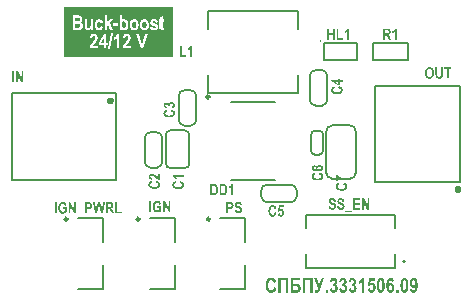
<source format=gto>
G04*
G04 #@! TF.GenerationSoftware,Altium Limited,Altium Designer,19.1.6 (110)*
G04*
G04 Layer_Color=65535*
%FSLAX43Y43*%
%MOMM*%
G71*
G01*
G75*
%ADD10C,0.200*%
%ADD11C,0.250*%
%ADD12C,0.600*%
G36*
X32671Y2050D02*
X32693Y2048D01*
X32719Y2043D01*
X32750Y2034D01*
X32782Y2019D01*
X32815Y2000D01*
X32845Y1974D01*
X32848Y1971D01*
X32858Y1959D01*
X32871Y1941D01*
X32887Y1917D01*
X32904Y1884D01*
X32921Y1843D01*
X32934Y1797D01*
X32945Y1741D01*
X32754Y1715D01*
Y1717D01*
Y1721D01*
X32752Y1728D01*
X32750Y1737D01*
X32745Y1759D01*
X32734Y1785D01*
X32721Y1809D01*
X32700Y1832D01*
X32687Y1841D01*
X32674Y1848D01*
X32658Y1852D01*
X32641Y1854D01*
X32639D01*
X32630Y1852D01*
X32619Y1850D01*
X32604Y1845D01*
X32587Y1837D01*
X32571Y1824D01*
X32552Y1808D01*
X32536Y1784D01*
X32534Y1780D01*
X32532Y1776D01*
X32528Y1769D01*
X32526Y1761D01*
X32521Y1750D01*
X32517Y1737D01*
X32513Y1722D01*
X32508Y1704D01*
X32504Y1684D01*
X32499Y1659D01*
X32495Y1634D01*
X32491Y1606D01*
X32487Y1574D01*
X32484Y1539D01*
X32482Y1500D01*
X32484Y1502D01*
X32489Y1510D01*
X32497Y1519D01*
X32506Y1530D01*
X32519Y1543D01*
X32532Y1556D01*
X32547Y1569D01*
X32563Y1580D01*
X32565Y1582D01*
X32571Y1584D01*
X32582Y1589D01*
X32593Y1595D01*
X32608Y1598D01*
X32626Y1604D01*
X32645Y1606D01*
X32665Y1608D01*
X32676D01*
X32686Y1606D01*
X32697Y1604D01*
X32708Y1602D01*
X32737Y1593D01*
X32769Y1580D01*
X32787Y1571D01*
X32804Y1559D01*
X32823Y1547D01*
X32839Y1532D01*
X32858Y1515D01*
X32874Y1495D01*
X32876Y1493D01*
X32878Y1489D01*
X32884Y1484D01*
X32889Y1474D01*
X32895Y1463D01*
X32904Y1450D01*
X32911Y1434D01*
X32921Y1415D01*
X32928Y1395D01*
X32937Y1372D01*
X32945Y1348D01*
X32950Y1322D01*
X32958Y1293D01*
X32961Y1263D01*
X32963Y1230D01*
X32965Y1197D01*
Y1195D01*
Y1187D01*
Y1178D01*
X32963Y1165D01*
X32961Y1148D01*
X32960Y1128D01*
X32958Y1108D01*
X32954Y1084D01*
X32941Y1035D01*
X32924Y984D01*
X32913Y958D01*
X32900Y934D01*
X32886Y910D01*
X32869Y887D01*
X32867Y886D01*
X32865Y882D01*
X32860Y876D01*
X32852Y871D01*
X32843Y861D01*
X32832Y852D01*
X32804Y832D01*
X32771Y811D01*
X32730Y793D01*
X32708Y787D01*
X32684Y782D01*
X32660Y778D01*
X32634Y776D01*
X32626D01*
X32619Y778D01*
X32608D01*
X32595Y780D01*
X32580Y784D01*
X32545Y795D01*
X32524Y802D01*
X32504Y811D01*
X32482Y823D01*
X32461Y837D01*
X32439Y854D01*
X32419Y873D01*
X32399Y895D01*
X32378Y921D01*
X32376Y923D01*
X32374Y928D01*
X32369Y937D01*
X32363Y948D01*
X32356Y965D01*
X32347Y985D01*
X32337Y1008D01*
X32328Y1035D01*
X32319Y1067D01*
X32310Y1104D01*
X32302Y1143D01*
X32293Y1187D01*
X32287Y1235D01*
X32282Y1287D01*
X32280Y1345D01*
X32278Y1406D01*
Y1408D01*
Y1410D01*
Y1421D01*
Y1439D01*
X32280Y1461D01*
X32282Y1491D01*
X32284Y1522D01*
X32287Y1558D01*
X32291Y1597D01*
X32304Y1678D01*
X32323Y1759D01*
X32334Y1798D01*
X32349Y1835D01*
X32363Y1871D01*
X32382Y1900D01*
X32384Y1902D01*
X32387Y1908D01*
X32393Y1915D01*
X32400Y1924D01*
X32411Y1935D01*
X32424Y1948D01*
X32439Y1961D01*
X32456Y1976D01*
X32474Y1991D01*
X32495Y2004D01*
X32541Y2028D01*
X32567Y2037D01*
X32593Y2046D01*
X32623Y2050D01*
X32652Y2052D01*
X32663D01*
X32671Y2050D01*
D02*
G37*
G36*
X22581Y2067D02*
X22596Y2065D01*
X22613Y2063D01*
X22631Y2059D01*
X22651Y2054D01*
X22698Y2039D01*
X22722Y2030D01*
X22746Y2019D01*
X22770Y2004D01*
X22794Y1987D01*
X22818Y1969D01*
X22840Y1948D01*
X22842D01*
X22844Y1945D01*
X22848Y1939D01*
X22853Y1934D01*
X22861Y1924D01*
X22868Y1913D01*
X22877Y1900D01*
X22887Y1885D01*
X22896Y1869D01*
X22907Y1852D01*
X22916Y1832D01*
X22927Y1809D01*
X22937Y1784D01*
X22946Y1758D01*
X22955Y1730D01*
X22962Y1700D01*
X22757Y1641D01*
Y1643D01*
X22755Y1645D01*
Y1650D01*
X22753Y1658D01*
X22748Y1676D01*
X22740Y1698D01*
X22729Y1724D01*
X22714Y1750D01*
X22698Y1774D01*
X22677Y1797D01*
X22675Y1798D01*
X22668Y1806D01*
X22655Y1815D01*
X22638Y1824D01*
X22618Y1835D01*
X22596Y1843D01*
X22570Y1850D01*
X22540Y1852D01*
X22529D01*
X22522Y1850D01*
X22501Y1847D01*
X22475Y1839D01*
X22446Y1828D01*
X22414Y1809D01*
X22400Y1798D01*
X22385Y1785D01*
X22370Y1771D01*
X22355Y1752D01*
Y1750D01*
X22351Y1748D01*
X22350Y1741D01*
X22344Y1734D01*
X22338Y1722D01*
X22333Y1709D01*
X22327Y1693D01*
X22320Y1674D01*
X22313Y1654D01*
X22307Y1630D01*
X22301Y1602D01*
X22296Y1572D01*
X22292Y1541D01*
X22288Y1506D01*
X22285Y1467D01*
Y1426D01*
Y1424D01*
Y1415D01*
Y1404D01*
X22287Y1387D01*
Y1369D01*
X22288Y1347D01*
X22290Y1322D01*
X22294Y1297D01*
X22301Y1241D01*
X22314Y1185D01*
X22322Y1160D01*
X22331Y1134D01*
X22342Y1111D01*
X22353Y1091D01*
Y1089D01*
X22357Y1087D01*
X22366Y1076D01*
X22381Y1060D01*
X22403Y1043D01*
X22429Y1024D01*
X22459Y1008D01*
X22496Y997D01*
X22514Y995D01*
X22535Y993D01*
X22538D01*
X22548Y995D01*
X22564Y997D01*
X22583Y1000D01*
X22605Y1008D01*
X22629Y1019D01*
X22653Y1035D01*
X22675Y1056D01*
X22677Y1060D01*
X22685Y1069D01*
X22696Y1084D01*
X22709Y1106D01*
X22724Y1134D01*
X22737Y1169D01*
X22751Y1210D01*
X22763Y1260D01*
X22964Y1182D01*
Y1180D01*
X22962Y1173D01*
X22959Y1161D01*
X22955Y1147D01*
X22950Y1130D01*
X22944Y1110D01*
X22937Y1087D01*
X22927Y1063D01*
X22905Y1013D01*
X22877Y961D01*
X22846Y913D01*
X22827Y893D01*
X22807Y873D01*
X22805Y871D01*
X22801Y869D01*
X22796Y863D01*
X22787Y858D01*
X22777Y850D01*
X22764Y843D01*
X22750Y834D01*
X22733Y824D01*
X22714Y815D01*
X22694Y806D01*
X22648Y791D01*
X22596Y780D01*
X22568Y778D01*
X22538Y776D01*
X22529D01*
X22520Y778D01*
X22505D01*
X22488Y782D01*
X22468Y784D01*
X22446Y789D01*
X22422Y795D01*
X22396Y804D01*
X22370Y813D01*
X22344Y826D01*
X22316Y841D01*
X22288Y860D01*
X22263Y880D01*
X22237Y902D01*
X22213Y930D01*
X22211Y932D01*
X22207Y937D01*
X22200Y948D01*
X22190Y963D01*
X22179Y980D01*
X22168Y1002D01*
X22155Y1028D01*
X22142Y1058D01*
X22127Y1089D01*
X22114Y1126D01*
X22103Y1165D01*
X22092Y1208D01*
X22083Y1254D01*
X22076Y1304D01*
X22072Y1356D01*
X22070Y1411D01*
Y1413D01*
Y1415D01*
Y1426D01*
X22072Y1443D01*
Y1463D01*
X22074Y1491D01*
X22077Y1522D01*
X22083Y1556D01*
X22088Y1593D01*
X22096Y1634D01*
X22105Y1674D01*
X22116Y1715D01*
X22131Y1758D01*
X22148Y1798D01*
X22166Y1837D01*
X22188Y1876D01*
X22214Y1911D01*
X22216Y1913D01*
X22220Y1919D01*
X22227Y1926D01*
X22237Y1935D01*
X22250Y1948D01*
X22264Y1961D01*
X22283Y1976D01*
X22303Y1991D01*
X22326Y2004D01*
X22351Y2019D01*
X22379Y2032D01*
X22409Y2045D01*
X22442Y2054D01*
X22475Y2061D01*
X22513Y2067D01*
X22551Y2069D01*
X22568D01*
X22581Y2067D01*
D02*
G37*
G36*
X26684Y1097D02*
Y1095D01*
X26681Y1089D01*
X26679Y1080D01*
X26673Y1069D01*
X26668Y1054D01*
X26660Y1037D01*
X26645Y1000D01*
X26625Y960D01*
X26605Y921D01*
X26582Y884D01*
X26571Y867D01*
X26560Y852D01*
X26558Y848D01*
X26549Y841D01*
X26536Y830D01*
X26520Y817D01*
X26499Y804D01*
X26475Y793D01*
X26447Y786D01*
X26416Y782D01*
X26388D01*
X26368Y784D01*
X26345Y786D01*
X26321Y787D01*
X26273Y797D01*
Y984D01*
X26301D01*
X26327Y982D01*
X26362D01*
X26375Y984D01*
X26392Y985D01*
X26408Y989D01*
X26425Y995D01*
X26442Y1002D01*
X26455Y1011D01*
X26457Y1013D01*
X26460Y1019D01*
X26466Y1026D01*
X26475Y1041D01*
X26484Y1060D01*
X26494Y1082D01*
X26505Y1111D01*
X26516Y1148D01*
X26138Y2048D01*
X26370D01*
X26608Y1398D01*
X26816Y2048D01*
X27031D01*
X26684Y1097D01*
D02*
G37*
G36*
X29434Y2050D02*
X29445Y2048D01*
X29458Y2046D01*
X29491Y2039D01*
X29527Y2028D01*
X29564Y2009D01*
X29582Y1998D01*
X29601Y1985D01*
X29617Y1971D01*
X29634Y1952D01*
X29636Y1950D01*
X29638Y1948D01*
X29641Y1943D01*
X29647Y1935D01*
X29653Y1926D01*
X29660Y1915D01*
X29677Y1887D01*
X29691Y1854D01*
X29704Y1817D01*
X29714Y1776D01*
X29717Y1754D01*
Y1732D01*
Y1728D01*
Y1719D01*
X29715Y1702D01*
X29712Y1684D01*
X29708Y1659D01*
X29701Y1635D01*
X29691Y1610D01*
X29678Y1584D01*
X29677Y1580D01*
X29671Y1572D01*
X29664Y1561D01*
X29651Y1545D01*
X29636Y1528D01*
X29615Y1508D01*
X29593Y1487D01*
X29567Y1469D01*
X29569D01*
X29571Y1467D01*
X29582Y1463D01*
X29597Y1458D01*
X29617Y1448D01*
X29640Y1434D01*
X29662Y1417D01*
X29684Y1395D01*
X29706Y1367D01*
X29708Y1363D01*
X29715Y1352D01*
X29725Y1335D01*
X29734Y1313D01*
X29745Y1285D01*
X29753Y1252D01*
X29760Y1213D01*
X29762Y1171D01*
Y1169D01*
Y1163D01*
Y1154D01*
X29760Y1143D01*
X29758Y1128D01*
X29756Y1111D01*
X29753Y1093D01*
X29749Y1071D01*
X29736Y1026D01*
X29717Y980D01*
X29706Y956D01*
X29693Y932D01*
X29677Y910D01*
X29658Y887D01*
X29656Y886D01*
X29654Y882D01*
X29647Y876D01*
X29640Y871D01*
X29630Y861D01*
X29619Y852D01*
X29590Y832D01*
X29554Y811D01*
X29514Y793D01*
X29490Y787D01*
X29466Y782D01*
X29441Y778D01*
X29416Y776D01*
X29403D01*
X29393Y778D01*
X29382Y780D01*
X29367Y782D01*
X29336Y787D01*
X29301Y798D01*
X29262Y817D01*
X29241Y826D01*
X29223Y839D01*
X29204Y854D01*
X29186Y871D01*
X29184Y873D01*
X29182Y874D01*
X29177Y880D01*
X29171Y887D01*
X29164Y898D01*
X29156Y910D01*
X29147Y923D01*
X29138Y939D01*
X29129Y956D01*
X29119Y976D01*
X29110Y997D01*
X29101Y1021D01*
X29088Y1071D01*
X29079Y1130D01*
X29269Y1158D01*
Y1156D01*
Y1154D01*
X29271Y1143D01*
X29273Y1128D01*
X29278Y1108D01*
X29284Y1085D01*
X29293Y1063D01*
X29304Y1041D01*
X29317Y1023D01*
X29319Y1021D01*
X29325Y1015D01*
X29334Y1008D01*
X29345Y1000D01*
X29358Y991D01*
X29375Y984D01*
X29393Y978D01*
X29414Y976D01*
X29425D01*
X29436Y980D01*
X29449Y984D01*
X29466Y989D01*
X29484Y998D01*
X29501Y1011D01*
X29517Y1030D01*
X29519Y1032D01*
X29525Y1041D01*
X29530Y1052D01*
X29540Y1071D01*
X29547Y1091D01*
X29553Y1119D01*
X29558Y1148D01*
X29560Y1184D01*
Y1185D01*
Y1187D01*
Y1198D01*
X29558Y1215D01*
X29554Y1235D01*
X29551Y1258D01*
X29543Y1282D01*
X29532Y1306D01*
X29519Y1326D01*
X29517Y1328D01*
X29512Y1335D01*
X29503Y1343D01*
X29491Y1354D01*
X29477Y1363D01*
X29460Y1372D01*
X29441Y1378D01*
X29421Y1380D01*
X29406D01*
X29397Y1378D01*
X29384Y1376D01*
X29367Y1372D01*
X29351Y1367D01*
X29332Y1361D01*
X29353Y1558D01*
X29366D01*
X29380Y1559D01*
X29397Y1561D01*
X29417Y1567D01*
X29438Y1572D01*
X29456Y1584D01*
X29475Y1597D01*
X29477Y1598D01*
X29482Y1604D01*
X29490Y1615D01*
X29497Y1628D01*
X29504Y1645D01*
X29512Y1665D01*
X29517Y1689D01*
X29519Y1717D01*
Y1721D01*
Y1728D01*
X29517Y1739D01*
X29515Y1754D01*
X29512Y1769D01*
X29504Y1785D01*
X29497Y1802D01*
X29486Y1817D01*
X29484Y1819D01*
X29480Y1822D01*
X29473Y1828D01*
X29464Y1835D01*
X29453Y1843D01*
X29438Y1848D01*
X29421Y1852D01*
X29403Y1854D01*
X29395D01*
X29384Y1852D01*
X29373Y1848D01*
X29360Y1843D01*
X29345Y1835D01*
X29330Y1826D01*
X29316Y1811D01*
X29314Y1809D01*
X29310Y1804D01*
X29304Y1793D01*
X29297Y1780D01*
X29290Y1763D01*
X29282Y1741D01*
X29277Y1717D01*
X29273Y1687D01*
X29091Y1724D01*
Y1726D01*
X29093Y1732D01*
X29095Y1741D01*
X29097Y1752D01*
X29101Y1767D01*
X29104Y1782D01*
X29116Y1819D01*
X29130Y1859D01*
X29149Y1900D01*
X29173Y1939D01*
X29186Y1958D01*
X29201Y1972D01*
X29203Y1974D01*
X29204Y1976D01*
X29216Y1985D01*
X29234Y1998D01*
X29258Y2013D01*
X29288Y2026D01*
X29325Y2039D01*
X29366Y2048D01*
X29388Y2052D01*
X29423D01*
X29434Y2050D01*
D02*
G37*
G36*
X28636Y2050D02*
X28647Y2048D01*
X28660Y2046D01*
X28693Y2039D01*
X28729Y2028D01*
X28766Y2009D01*
X28784Y1998D01*
X28803Y1985D01*
X28819Y1971D01*
X28836Y1952D01*
X28838Y1950D01*
X28840Y1948D01*
X28843Y1943D01*
X28849Y1935D01*
X28854Y1926D01*
X28862Y1915D01*
X28879Y1887D01*
X28893Y1854D01*
X28906Y1817D01*
X28916Y1776D01*
X28919Y1754D01*
Y1732D01*
Y1728D01*
Y1719D01*
X28917Y1702D01*
X28914Y1684D01*
X28910Y1659D01*
X28903Y1635D01*
X28893Y1610D01*
X28880Y1584D01*
X28879Y1580D01*
X28873Y1572D01*
X28866Y1561D01*
X28853Y1545D01*
X28838Y1528D01*
X28817Y1508D01*
X28795Y1487D01*
X28769Y1469D01*
X28771D01*
X28773Y1467D01*
X28784Y1463D01*
X28799Y1458D01*
X28819Y1448D01*
X28841Y1434D01*
X28864Y1417D01*
X28886Y1395D01*
X28908Y1367D01*
X28910Y1363D01*
X28917Y1352D01*
X28927Y1335D01*
X28936Y1313D01*
X28947Y1285D01*
X28954Y1252D01*
X28962Y1213D01*
X28964Y1171D01*
Y1169D01*
Y1163D01*
Y1154D01*
X28962Y1143D01*
X28960Y1128D01*
X28958Y1111D01*
X28954Y1093D01*
X28951Y1071D01*
X28938Y1026D01*
X28919Y980D01*
X28908Y956D01*
X28895Y932D01*
X28879Y910D01*
X28860Y887D01*
X28858Y886D01*
X28856Y882D01*
X28849Y876D01*
X28841Y871D01*
X28832Y861D01*
X28821Y852D01*
X28792Y832D01*
X28756Y811D01*
X28716Y793D01*
X28692Y787D01*
X28667Y782D01*
X28643Y778D01*
X28617Y776D01*
X28604D01*
X28595Y778D01*
X28584Y780D01*
X28569Y782D01*
X28538Y787D01*
X28503Y798D01*
X28464Y817D01*
X28443Y826D01*
X28425Y839D01*
X28406Y854D01*
X28388Y871D01*
X28386Y873D01*
X28384Y874D01*
X28379Y880D01*
X28373Y887D01*
X28366Y898D01*
X28358Y910D01*
X28349Y923D01*
X28340Y939D01*
X28330Y956D01*
X28321Y976D01*
X28312Y997D01*
X28303Y1021D01*
X28290Y1071D01*
X28280Y1130D01*
X28471Y1158D01*
Y1156D01*
Y1154D01*
X28473Y1143D01*
X28475Y1128D01*
X28480Y1108D01*
X28486Y1085D01*
X28495Y1063D01*
X28506Y1041D01*
X28519Y1023D01*
X28521Y1021D01*
X28527Y1015D01*
X28536Y1008D01*
X28547Y1000D01*
X28560Y991D01*
X28577Y984D01*
X28595Y978D01*
X28616Y976D01*
X28627D01*
X28638Y980D01*
X28651Y984D01*
X28667Y989D01*
X28686Y998D01*
X28703Y1011D01*
X28719Y1030D01*
X28721Y1032D01*
X28727Y1041D01*
X28732Y1052D01*
X28742Y1071D01*
X28749Y1091D01*
X28754Y1119D01*
X28760Y1148D01*
X28762Y1184D01*
Y1185D01*
Y1187D01*
Y1198D01*
X28760Y1215D01*
X28756Y1235D01*
X28753Y1258D01*
X28745Y1282D01*
X28734Y1306D01*
X28721Y1326D01*
X28719Y1328D01*
X28714Y1335D01*
X28704Y1343D01*
X28693Y1354D01*
X28679Y1363D01*
X28662Y1372D01*
X28643Y1378D01*
X28623Y1380D01*
X28608D01*
X28599Y1378D01*
X28586Y1376D01*
X28569Y1372D01*
X28553Y1367D01*
X28534Y1361D01*
X28554Y1558D01*
X28567D01*
X28582Y1559D01*
X28599Y1561D01*
X28619Y1567D01*
X28640Y1572D01*
X28658Y1584D01*
X28677Y1597D01*
X28679Y1598D01*
X28684Y1604D01*
X28692Y1615D01*
X28699Y1628D01*
X28706Y1645D01*
X28714Y1665D01*
X28719Y1689D01*
X28721Y1717D01*
Y1721D01*
Y1728D01*
X28719Y1739D01*
X28717Y1754D01*
X28714Y1769D01*
X28706Y1785D01*
X28699Y1802D01*
X28688Y1817D01*
X28686Y1819D01*
X28682Y1822D01*
X28675Y1828D01*
X28666Y1835D01*
X28654Y1843D01*
X28640Y1848D01*
X28623Y1852D01*
X28604Y1854D01*
X28597D01*
X28586Y1852D01*
X28575Y1848D01*
X28562Y1843D01*
X28547Y1835D01*
X28532Y1826D01*
X28517Y1811D01*
X28516Y1809D01*
X28512Y1804D01*
X28506Y1793D01*
X28499Y1780D01*
X28492Y1763D01*
X28484Y1741D01*
X28479Y1717D01*
X28475Y1687D01*
X28293Y1724D01*
Y1726D01*
X28295Y1732D01*
X28297Y1741D01*
X28299Y1752D01*
X28303Y1767D01*
X28306Y1782D01*
X28317Y1819D01*
X28332Y1859D01*
X28351Y1900D01*
X28375Y1939D01*
X28388Y1958D01*
X28403Y1972D01*
X28405Y1974D01*
X28406Y1976D01*
X28417Y1985D01*
X28436Y1998D01*
X28460Y2013D01*
X28490Y2026D01*
X28527Y2039D01*
X28567Y2048D01*
X28590Y2052D01*
X28625D01*
X28636Y2050D01*
D02*
G37*
G36*
X27838D02*
X27849Y2048D01*
X27862Y2046D01*
X27895Y2039D01*
X27930Y2028D01*
X27968Y2009D01*
X27986Y1998D01*
X28005Y1985D01*
X28021Y1971D01*
X28038Y1952D01*
X28040Y1950D01*
X28042Y1948D01*
X28045Y1943D01*
X28051Y1935D01*
X28056Y1926D01*
X28064Y1915D01*
X28080Y1887D01*
X28095Y1854D01*
X28108Y1817D01*
X28118Y1776D01*
X28121Y1754D01*
Y1732D01*
Y1728D01*
Y1719D01*
X28119Y1702D01*
X28116Y1684D01*
X28112Y1659D01*
X28105Y1635D01*
X28095Y1610D01*
X28082Y1584D01*
X28080Y1580D01*
X28075Y1572D01*
X28068Y1561D01*
X28055Y1545D01*
X28040Y1528D01*
X28019Y1508D01*
X27997Y1487D01*
X27971Y1469D01*
X27973D01*
X27975Y1467D01*
X27986Y1463D01*
X28001Y1458D01*
X28021Y1448D01*
X28043Y1434D01*
X28066Y1417D01*
X28088Y1395D01*
X28110Y1367D01*
X28112Y1363D01*
X28119Y1352D01*
X28129Y1335D01*
X28138Y1313D01*
X28149Y1285D01*
X28156Y1252D01*
X28164Y1213D01*
X28166Y1171D01*
Y1169D01*
Y1163D01*
Y1154D01*
X28164Y1143D01*
X28162Y1128D01*
X28160Y1111D01*
X28156Y1093D01*
X28153Y1071D01*
X28140Y1026D01*
X28121Y980D01*
X28110Y956D01*
X28097Y932D01*
X28080Y910D01*
X28062Y887D01*
X28060Y886D01*
X28058Y882D01*
X28051Y876D01*
X28043Y871D01*
X28034Y861D01*
X28023Y852D01*
X27993Y832D01*
X27958Y811D01*
X27918Y793D01*
X27893Y787D01*
X27869Y782D01*
X27845Y778D01*
X27819Y776D01*
X27806D01*
X27797Y778D01*
X27786Y780D01*
X27771Y782D01*
X27740Y787D01*
X27705Y798D01*
X27666Y817D01*
X27645Y826D01*
X27627Y839D01*
X27608Y854D01*
X27590Y871D01*
X27588Y873D01*
X27586Y874D01*
X27581Y880D01*
X27575Y887D01*
X27568Y898D01*
X27560Y910D01*
X27551Y923D01*
X27542Y939D01*
X27532Y956D01*
X27523Y976D01*
X27514Y997D01*
X27505Y1021D01*
X27492Y1071D01*
X27482Y1130D01*
X27673Y1158D01*
Y1156D01*
Y1154D01*
X27675Y1143D01*
X27677Y1128D01*
X27682Y1108D01*
X27688Y1085D01*
X27697Y1063D01*
X27708Y1041D01*
X27721Y1023D01*
X27723Y1021D01*
X27729Y1015D01*
X27738Y1008D01*
X27749Y1000D01*
X27762Y991D01*
X27779Y984D01*
X27797Y978D01*
X27818Y976D01*
X27829D01*
X27840Y980D01*
X27853Y984D01*
X27869Y989D01*
X27888Y998D01*
X27905Y1011D01*
X27921Y1030D01*
X27923Y1032D01*
X27929Y1041D01*
X27934Y1052D01*
X27943Y1071D01*
X27951Y1091D01*
X27956Y1119D01*
X27962Y1148D01*
X27964Y1184D01*
Y1185D01*
Y1187D01*
Y1198D01*
X27962Y1215D01*
X27958Y1235D01*
X27955Y1258D01*
X27947Y1282D01*
X27936Y1306D01*
X27923Y1326D01*
X27921Y1328D01*
X27916Y1335D01*
X27906Y1343D01*
X27895Y1354D01*
X27880Y1363D01*
X27864Y1372D01*
X27845Y1378D01*
X27825Y1380D01*
X27810D01*
X27801Y1378D01*
X27788Y1376D01*
X27771Y1372D01*
X27755Y1367D01*
X27736Y1361D01*
X27756Y1558D01*
X27769D01*
X27784Y1559D01*
X27801Y1561D01*
X27821Y1567D01*
X27842Y1572D01*
X27860Y1584D01*
X27879Y1597D01*
X27880Y1598D01*
X27886Y1604D01*
X27893Y1615D01*
X27901Y1628D01*
X27908Y1645D01*
X27916Y1665D01*
X27921Y1689D01*
X27923Y1717D01*
Y1721D01*
Y1728D01*
X27921Y1739D01*
X27919Y1754D01*
X27916Y1769D01*
X27908Y1785D01*
X27901Y1802D01*
X27890Y1817D01*
X27888Y1819D01*
X27884Y1822D01*
X27877Y1828D01*
X27868Y1835D01*
X27856Y1843D01*
X27842Y1848D01*
X27825Y1852D01*
X27806Y1854D01*
X27799D01*
X27788Y1852D01*
X27777Y1848D01*
X27764Y1843D01*
X27749Y1835D01*
X27734Y1826D01*
X27719Y1811D01*
X27718Y1809D01*
X27714Y1804D01*
X27708Y1793D01*
X27701Y1780D01*
X27693Y1763D01*
X27686Y1741D01*
X27681Y1717D01*
X27677Y1687D01*
X27495Y1724D01*
Y1726D01*
X27497Y1732D01*
X27499Y1741D01*
X27501Y1752D01*
X27505Y1767D01*
X27508Y1782D01*
X27519Y1819D01*
X27534Y1859D01*
X27553Y1900D01*
X27577Y1939D01*
X27590Y1958D01*
X27605Y1972D01*
X27606Y1974D01*
X27608Y1976D01*
X27619Y1985D01*
X27638Y1998D01*
X27662Y2013D01*
X27692Y2026D01*
X27729Y2039D01*
X27769Y2048D01*
X27792Y2052D01*
X27827D01*
X27838Y2050D01*
D02*
G37*
G36*
X34609Y2050D02*
X34622Y2048D01*
X34639Y2045D01*
X34674Y2034D01*
X34695Y2026D01*
X34715Y2017D01*
X34735Y2004D01*
X34758Y1991D01*
X34780Y1974D01*
X34800Y1954D01*
X34821Y1932D01*
X34841Y1906D01*
X34843Y1904D01*
X34845Y1898D01*
X34850Y1891D01*
X34858Y1878D01*
X34865Y1861D01*
X34872Y1841D01*
X34882Y1819D01*
X34893Y1791D01*
X34902Y1759D01*
X34911Y1722D01*
X34919Y1684D01*
X34926Y1639D01*
X34933Y1591D01*
X34939Y1539D01*
X34941Y1482D01*
X34943Y1421D01*
Y1419D01*
Y1417D01*
Y1406D01*
Y1387D01*
X34941Y1365D01*
X34939Y1335D01*
X34937Y1304D01*
X34933Y1269D01*
X34930Y1230D01*
X34917Y1148D01*
X34909Y1108D01*
X34898Y1067D01*
X34885Y1028D01*
X34872Y991D01*
X34856Y956D01*
X34837Y926D01*
X34835Y924D01*
X34832Y921D01*
X34826Y913D01*
X34819Y902D01*
X34808Y891D01*
X34795Y878D01*
X34780Y865D01*
X34763Y852D01*
X34745Y837D01*
X34724Y824D01*
X34678Y800D01*
X34652Y791D01*
X34624Y784D01*
X34596Y778D01*
X34565Y776D01*
X34554D01*
X34546Y778D01*
X34524Y780D01*
X34496Y786D01*
X34467Y795D01*
X34435Y808D01*
X34402Y826D01*
X34372Y852D01*
X34369Y856D01*
X34359Y867D01*
X34346Y886D01*
X34339Y897D01*
X34332Y910D01*
X34324Y926D01*
X34315Y943D01*
X34308Y961D01*
X34300Y984D01*
X34293Y1006D01*
X34285Y1032D01*
X34280Y1058D01*
X34276Y1087D01*
X34467Y1113D01*
Y1111D01*
Y1108D01*
X34469Y1100D01*
X34471Y1091D01*
X34476Y1069D01*
X34485Y1045D01*
X34500Y1019D01*
X34519Y997D01*
X34532Y987D01*
X34545Y980D01*
X34561Y976D01*
X34578Y974D01*
X34582D01*
X34589Y976D01*
X34600Y978D01*
X34615Y984D01*
X34632Y991D01*
X34650Y1004D01*
X34667Y1021D01*
X34683Y1043D01*
X34685Y1047D01*
X34687Y1050D01*
X34691Y1058D01*
X34695Y1065D01*
X34698Y1076D01*
X34702Y1089D01*
X34706Y1104D01*
X34711Y1123D01*
X34715Y1143D01*
X34721Y1165D01*
X34724Y1191D01*
X34730Y1221D01*
X34733Y1252D01*
X34737Y1287D01*
X34739Y1324D01*
X34737Y1322D01*
X34733Y1315D01*
X34724Y1306D01*
X34715Y1295D01*
X34702Y1282D01*
X34689Y1271D01*
X34672Y1258D01*
X34656Y1247D01*
X34654Y1245D01*
X34648Y1243D01*
X34637Y1239D01*
X34626Y1234D01*
X34609Y1228D01*
X34593Y1224D01*
X34572Y1222D01*
X34552Y1221D01*
X34541D01*
X34532Y1222D01*
X34522Y1224D01*
X34511Y1226D01*
X34482Y1235D01*
X34450Y1248D01*
X34434Y1258D01*
X34415Y1267D01*
X34398Y1280D01*
X34380Y1295D01*
X34361Y1311D01*
X34345Y1332D01*
X34343Y1334D01*
X34341Y1337D01*
X34337Y1343D01*
X34332Y1352D01*
X34324Y1363D01*
X34317Y1376D01*
X34309Y1393D01*
X34300Y1411D01*
X34293Y1430D01*
X34284Y1452D01*
X34276Y1478D01*
X34271Y1504D01*
X34263Y1532D01*
X34259Y1561D01*
X34258Y1595D01*
X34256Y1628D01*
Y1630D01*
Y1637D01*
Y1647D01*
X34258Y1661D01*
X34259Y1676D01*
X34261Y1697D01*
X34263Y1717D01*
X34267Y1741D01*
X34278Y1789D01*
X34296Y1841D01*
X34306Y1867D01*
X34319Y1891D01*
X34334Y1915D01*
X34350Y1937D01*
X34352Y1939D01*
X34354Y1943D01*
X34359Y1948D01*
X34367Y1956D01*
X34376Y1963D01*
X34387Y1974D01*
X34415Y1995D01*
X34448Y2015D01*
X34489Y2034D01*
X34511Y2041D01*
X34534Y2046D01*
X34558Y2050D01*
X34583Y2052D01*
X34598D01*
X34609Y2050D01*
D02*
G37*
G36*
X31328Y1808D02*
X30958D01*
X30925Y1593D01*
X30928Y1595D01*
X30936Y1600D01*
X30949Y1606D01*
X30967Y1615D01*
X30988Y1622D01*
X31010Y1628D01*
X31034Y1634D01*
X31060Y1635D01*
X31071D01*
X31080Y1634D01*
X31091Y1632D01*
X31102Y1630D01*
X31132Y1624D01*
X31163Y1611D01*
X31199Y1595D01*
X31217Y1584D01*
X31234Y1571D01*
X31251Y1556D01*
X31267Y1539D01*
X31269Y1537D01*
X31273Y1534D01*
X31276Y1526D01*
X31284Y1517D01*
X31291Y1504D01*
X31301Y1489D01*
X31312Y1472D01*
X31321Y1454D01*
X31330Y1432D01*
X31341Y1408D01*
X31351Y1380D01*
X31358Y1352D01*
X31365Y1321D01*
X31371Y1289D01*
X31373Y1254D01*
X31375Y1217D01*
Y1215D01*
Y1210D01*
Y1200D01*
X31373Y1189D01*
Y1174D01*
X31369Y1158D01*
X31367Y1139D01*
X31363Y1117D01*
X31352Y1071D01*
X31336Y1019D01*
X31325Y993D01*
X31313Y967D01*
X31299Y939D01*
X31282Y913D01*
X31280Y911D01*
X31278Y908D01*
X31273Y900D01*
X31265Y891D01*
X31256Y882D01*
X31245Y871D01*
X31230Y858D01*
X31215Y845D01*
X31199Y832D01*
X31178Y819D01*
X31158Y808D01*
X31134Y798D01*
X31110Y789D01*
X31082Y782D01*
X31054Y778D01*
X31023Y776D01*
X31010D01*
X31001Y778D01*
X30989D01*
X30975Y782D01*
X30943Y787D01*
X30908Y798D01*
X30869Y813D01*
X30832Y836D01*
X30814Y850D01*
X30795Y865D01*
X30793Y867D01*
X30791Y869D01*
X30786Y874D01*
X30780Y882D01*
X30773Y891D01*
X30765Y902D01*
X30756Y915D01*
X30747Y930D01*
X30738Y947D01*
X30728Y967D01*
X30719Y987D01*
X30710Y1010D01*
X30702Y1034D01*
X30695Y1061D01*
X30686Y1119D01*
X30882Y1145D01*
Y1141D01*
X30884Y1132D01*
X30888Y1115D01*
X30891Y1097D01*
X30897Y1076D01*
X30906Y1056D01*
X30917Y1034D01*
X30932Y1015D01*
X30934Y1013D01*
X30939Y1008D01*
X30949Y1000D01*
X30960Y993D01*
X30973Y984D01*
X30989Y976D01*
X31006Y971D01*
X31025Y969D01*
X31026D01*
X31036Y971D01*
X31047Y973D01*
X31060Y976D01*
X31076Y984D01*
X31095Y995D01*
X31112Y1008D01*
X31128Y1028D01*
X31130Y1032D01*
X31136Y1039D01*
X31143Y1054D01*
X31151Y1073D01*
X31158Y1098D01*
X31165Y1130D01*
X31171Y1169D01*
X31173Y1211D01*
Y1213D01*
Y1217D01*
Y1222D01*
Y1232D01*
X31171Y1252D01*
X31167Y1278D01*
X31162Y1306D01*
X31154Y1335D01*
X31143Y1361D01*
X31128Y1385D01*
X31126Y1387D01*
X31121Y1395D01*
X31112Y1404D01*
X31099Y1415D01*
X31084Y1424D01*
X31063Y1434D01*
X31043Y1441D01*
X31019Y1443D01*
X31015D01*
X31004Y1441D01*
X30989Y1437D01*
X30969Y1432D01*
X30945Y1421D01*
X30919Y1404D01*
X30906Y1395D01*
X30893Y1382D01*
X30880Y1369D01*
X30867Y1352D01*
X30708Y1380D01*
X30808Y2032D01*
X31328D01*
Y1808D01*
D02*
G37*
G36*
X33313Y797D02*
X33117D01*
Y1037D01*
X33313D01*
Y797D01*
D02*
G37*
G36*
X30389D02*
X30191D01*
Y1702D01*
X30190Y1700D01*
X30186Y1697D01*
X30180Y1691D01*
X30171Y1682D01*
X30162Y1672D01*
X30149Y1659D01*
X30134Y1647D01*
X30117Y1634D01*
X30080Y1604D01*
X30038Y1572D01*
X29988Y1545D01*
X29936Y1521D01*
Y1739D01*
X29938D01*
X29940Y1741D01*
X29951Y1745D01*
X29965Y1754D01*
X29988Y1765D01*
X30014Y1782D01*
X30041Y1802D01*
X30073Y1826D01*
X30106Y1856D01*
X30108Y1858D01*
X30110Y1859D01*
X30121Y1871D01*
X30136Y1889D01*
X30154Y1913D01*
X30175Y1941D01*
X30195Y1974D01*
X30214Y2011D01*
X30228Y2052D01*
X30389D01*
Y797D01*
D02*
G37*
G36*
X27329Y797D02*
X27132D01*
Y1037D01*
X27329D01*
Y797D01*
D02*
G37*
G36*
X26031D02*
X25823D01*
Y1837D01*
X25418D01*
Y797D01*
X25210D01*
Y2048D01*
X26031D01*
Y797D01*
D02*
G37*
G36*
X24951Y1837D02*
X24390D01*
Y1550D01*
X24699D01*
X24710Y1548D01*
X24723Y1547D01*
X24740Y1545D01*
X24777Y1537D01*
X24820Y1524D01*
X24862Y1506D01*
X24885Y1495D01*
X24905Y1482D01*
X24925Y1465D01*
X24944Y1447D01*
X24946Y1445D01*
X24947Y1441D01*
X24953Y1435D01*
X24959Y1428D01*
X24966Y1417D01*
X24973Y1404D01*
X24983Y1389D01*
X24992Y1372D01*
X25001Y1354D01*
X25010Y1334D01*
X25018Y1311D01*
X25025Y1287D01*
X25036Y1232D01*
X25038Y1202D01*
X25040Y1171D01*
Y1169D01*
Y1163D01*
Y1156D01*
X25038Y1147D01*
Y1134D01*
X25036Y1119D01*
X25033Y1100D01*
X25031Y1082D01*
X25020Y1041D01*
X25005Y998D01*
X24986Y954D01*
X24973Y932D01*
X24959Y910D01*
Y908D01*
X24955Y904D01*
X24949Y898D01*
X24944Y893D01*
X24934Y884D01*
X24923Y874D01*
X24909Y863D01*
X24894Y854D01*
X24875Y843D01*
X24855Y832D01*
X24833Y823D01*
X24809Y815D01*
X24781Y808D01*
X24751Y802D01*
X24718Y798D01*
X24683Y797D01*
X24183D01*
Y2048D01*
X24951D01*
Y1837D01*
D02*
G37*
G36*
X23964Y797D02*
X23757D01*
Y1837D01*
X23351D01*
Y797D01*
X23144D01*
Y2048D01*
X23964D01*
Y797D01*
D02*
G37*
G36*
X33830Y2050D02*
X33843Y2048D01*
X33858Y2045D01*
X33893Y2034D01*
X33911Y2026D01*
X33932Y2017D01*
X33950Y2006D01*
X33971Y1993D01*
X33991Y1976D01*
X34011Y1956D01*
X34030Y1935D01*
X34048Y1909D01*
X34050Y1908D01*
X34052Y1902D01*
X34058Y1895D01*
X34063Y1882D01*
X34071Y1865D01*
X34078Y1847D01*
X34085Y1822D01*
X34095Y1795D01*
X34104Y1761D01*
X34111Y1726D01*
X34119Y1685D01*
X34126Y1639D01*
X34132Y1591D01*
X34137Y1535D01*
X34139Y1478D01*
X34141Y1413D01*
Y1411D01*
Y1410D01*
Y1404D01*
Y1398D01*
Y1380D01*
X34139Y1356D01*
Y1326D01*
X34135Y1295D01*
X34134Y1258D01*
X34130Y1219D01*
X34119Y1137D01*
X34102Y1054D01*
X34091Y1015D01*
X34080Y980D01*
X34065Y947D01*
X34048Y917D01*
X34047Y915D01*
X34045Y911D01*
X34039Y904D01*
X34032Y895D01*
X34022Y884D01*
X34011Y873D01*
X33984Y847D01*
X33948Y821D01*
X33908Y798D01*
X33885Y789D01*
X33861Y782D01*
X33835Y778D01*
X33808Y776D01*
X33800D01*
X33793Y778D01*
X33784D01*
X33771Y780D01*
X33756Y784D01*
X33721Y793D01*
X33702Y800D01*
X33682Y810D01*
X33663Y821D01*
X33643Y836D01*
X33622Y850D01*
X33602Y869D01*
X33584Y891D01*
X33565Y915D01*
X33563Y917D01*
X33561Y923D01*
X33558Y930D01*
X33550Y943D01*
X33545Y960D01*
X33537Y978D01*
X33528Y1002D01*
X33521Y1030D01*
X33511Y1063D01*
X33504Y1098D01*
X33495Y1139D01*
X33489Y1185D01*
X33484Y1235D01*
X33478Y1291D01*
X33476Y1350D01*
X33474Y1415D01*
Y1417D01*
Y1419D01*
Y1424D01*
Y1430D01*
Y1448D01*
X33476Y1472D01*
X33478Y1500D01*
X33480Y1534D01*
X33482Y1571D01*
X33485Y1610D01*
X33497Y1691D01*
X33513Y1772D01*
X33522Y1811D01*
X33535Y1847D01*
X33548Y1880D01*
X33565Y1909D01*
X33567Y1911D01*
X33569Y1915D01*
X33574Y1922D01*
X33582Y1932D01*
X33591Y1943D01*
X33602Y1954D01*
X33630Y1982D01*
X33665Y2008D01*
X33706Y2030D01*
X33728Y2039D01*
X33752Y2046D01*
X33778Y2050D01*
X33806Y2052D01*
X33821D01*
X33830Y2050D01*
D02*
G37*
G36*
X31836D02*
X31849Y2048D01*
X31863Y2045D01*
X31899Y2034D01*
X31917Y2026D01*
X31937Y2017D01*
X31956Y2006D01*
X31976Y1993D01*
X31997Y1976D01*
X32017Y1956D01*
X32036Y1935D01*
X32054Y1909D01*
X32056Y1908D01*
X32058Y1902D01*
X32063Y1895D01*
X32069Y1882D01*
X32076Y1865D01*
X32084Y1847D01*
X32091Y1822D01*
X32100Y1795D01*
X32110Y1761D01*
X32117Y1726D01*
X32124Y1685D01*
X32132Y1639D01*
X32137Y1591D01*
X32143Y1535D01*
X32145Y1478D01*
X32147Y1413D01*
Y1411D01*
Y1410D01*
Y1404D01*
Y1398D01*
Y1380D01*
X32145Y1356D01*
Y1326D01*
X32141Y1295D01*
X32139Y1258D01*
X32136Y1219D01*
X32124Y1137D01*
X32108Y1054D01*
X32097Y1015D01*
X32086Y980D01*
X32071Y947D01*
X32054Y917D01*
X32052Y915D01*
X32050Y911D01*
X32045Y904D01*
X32037Y895D01*
X32028Y884D01*
X32017Y873D01*
X31989Y847D01*
X31954Y821D01*
X31913Y798D01*
X31891Y789D01*
X31867Y782D01*
X31841Y778D01*
X31813Y776D01*
X31806D01*
X31799Y778D01*
X31789D01*
X31776Y780D01*
X31762Y784D01*
X31726Y793D01*
X31708Y800D01*
X31688Y810D01*
X31669Y821D01*
X31649Y836D01*
X31628Y850D01*
X31608Y869D01*
X31589Y891D01*
X31571Y915D01*
X31569Y917D01*
X31567Y923D01*
X31563Y930D01*
X31556Y943D01*
X31550Y960D01*
X31543Y978D01*
X31534Y1002D01*
X31526Y1030D01*
X31517Y1063D01*
X31510Y1098D01*
X31500Y1139D01*
X31495Y1185D01*
X31489Y1235D01*
X31484Y1291D01*
X31482Y1350D01*
X31480Y1415D01*
Y1417D01*
Y1419D01*
Y1424D01*
Y1430D01*
Y1448D01*
X31482Y1472D01*
X31484Y1500D01*
X31486Y1534D01*
X31488Y1571D01*
X31491Y1610D01*
X31502Y1691D01*
X31519Y1772D01*
X31528Y1811D01*
X31541Y1847D01*
X31554Y1880D01*
X31571Y1909D01*
X31573Y1911D01*
X31575Y1915D01*
X31580Y1922D01*
X31588Y1932D01*
X31597Y1943D01*
X31608Y1954D01*
X31636Y1982D01*
X31671Y2008D01*
X31712Y2030D01*
X31734Y2039D01*
X31758Y2046D01*
X31784Y2050D01*
X31812Y2052D01*
X31826D01*
X31836Y2050D01*
D02*
G37*
G36*
X14243Y22995D02*
Y20701D01*
X4978D01*
Y22995D01*
Y25018D01*
X14243D01*
Y22995D01*
D02*
G37*
G36*
X12910Y8562D02*
X12921Y8560D01*
X12935Y8559D01*
X12950Y8557D01*
X12966Y8555D01*
X13003Y8546D01*
X13039Y8533D01*
X13058Y8525D01*
X13076Y8515D01*
X13094Y8504D01*
X13110Y8491D01*
X13111Y8490D01*
X13114Y8488D01*
X13118Y8484D01*
X13124Y8478D01*
X13129Y8470D01*
X13138Y8462D01*
X13146Y8450D01*
X13155Y8438D01*
X13165Y8424D01*
X13173Y8408D01*
X13183Y8391D01*
X13191Y8373D01*
X13200Y8352D01*
X13208Y8330D01*
X13214Y8307D01*
X13220Y8281D01*
X13063Y8246D01*
Y8247D01*
X13062Y8249D01*
X13059Y8259D01*
X13055Y8271D01*
X13048Y8288D01*
X13039Y8305D01*
X13028Y8325D01*
X13014Y8343D01*
X12998Y8359D01*
X12997Y8360D01*
X12990Y8364D01*
X12980Y8371D01*
X12967Y8378D01*
X12950Y8385D01*
X12932Y8392D01*
X12911Y8397D01*
X12887Y8398D01*
X12877D01*
X12870Y8397D01*
X12862Y8395D01*
X12852Y8394D01*
X12829Y8388D01*
X12802Y8378D01*
X12776Y8364D01*
X12762Y8356D01*
X12749Y8346D01*
X12736Y8333D01*
X12723Y8319D01*
Y8318D01*
X12721Y8315D01*
X12718Y8311D01*
X12714Y8305D01*
X12709Y8297D01*
X12704Y8287D01*
X12698Y8274D01*
X12692Y8260D01*
X12687Y8244D01*
X12681Y8228D01*
X12676Y8208D01*
X12671Y8187D01*
X12667Y8163D01*
X12664Y8137D01*
X12663Y8111D01*
X12661Y8081D01*
Y8080D01*
Y8074D01*
Y8064D01*
X12663Y8053D01*
Y8039D01*
X12666Y8022D01*
X12667Y8003D01*
X12670Y7985D01*
X12678Y7943D01*
X12690Y7899D01*
X12707Y7857D01*
X12716Y7838D01*
X12728Y7820D01*
X12729Y7819D01*
X12731Y7817D01*
X12739Y7809D01*
X12752Y7796D01*
X12769Y7782D01*
X12791Y7768D01*
X12819Y7755D01*
X12850Y7747D01*
X12867Y7745D01*
X12886Y7744D01*
X12894D01*
X12903Y7745D01*
X12914Y7747D01*
X12928Y7750D01*
X12945Y7752D01*
X12962Y7758D01*
X12980Y7765D01*
X12983Y7767D01*
X12989Y7769D01*
X12998Y7774D01*
X13011Y7781D01*
X13024Y7789D01*
X13039Y7799D01*
X13055Y7810D01*
X13070Y7824D01*
Y7944D01*
X12890D01*
Y8105D01*
X13230D01*
Y7726D01*
X13227Y7723D01*
X13220Y7716D01*
X13208Y7705D01*
X13191Y7690D01*
X13170Y7674D01*
X13146Y7657D01*
X13117Y7638D01*
X13083Y7621D01*
X13082D01*
X13079Y7620D01*
X13073Y7617D01*
X13067Y7614D01*
X13058Y7612D01*
X13048Y7609D01*
X13024Y7600D01*
X12996Y7593D01*
X12963Y7586D01*
X12929Y7581D01*
X12894Y7579D01*
X12883D01*
X12874Y7581D01*
X12864D01*
X12853Y7582D01*
X12839Y7583D01*
X12825Y7586D01*
X12794Y7593D01*
X12759Y7603D01*
X12723Y7617D01*
X12690Y7635D01*
X12688Y7637D01*
X12685Y7638D01*
X12681Y7641D01*
X12676Y7647D01*
X12659Y7659D01*
X12639Y7678D01*
X12616Y7702D01*
X12592Y7731D01*
X12570Y7765D01*
X12549Y7805D01*
Y7806D01*
X12546Y7810D01*
X12544Y7816D01*
X12540Y7824D01*
X12537Y7836D01*
X12533Y7848D01*
X12528Y7864D01*
X12523Y7881D01*
X12519Y7899D01*
X12513Y7920D01*
X12509Y7941D01*
X12506Y7965D01*
X12501Y8016D01*
X12498Y8071D01*
Y8072D01*
Y8078D01*
Y8087D01*
X12499Y8098D01*
Y8111D01*
X12501Y8127D01*
X12502Y8144D01*
X12505Y8164D01*
X12511Y8206D01*
X12520Y8252D01*
X12533Y8297D01*
X12550Y8340D01*
Y8342D01*
X12553Y8346D01*
X12556Y8352D01*
X12560Y8359D01*
X12564Y8369D01*
X12571Y8378D01*
X12587Y8402D01*
X12606Y8431D01*
X12629Y8457D01*
X12656Y8484D01*
X12685Y8507D01*
X12687D01*
X12690Y8509D01*
X12694Y8512D01*
X12701Y8515D01*
X12708Y8519D01*
X12718Y8525D01*
X12729Y8529D01*
X12742Y8535D01*
X12771Y8545D01*
X12805Y8555D01*
X12843Y8560D01*
X12886Y8563D01*
X12900D01*
X12910Y8562D01*
D02*
G37*
G36*
X13999Y7595D02*
X13840D01*
X13526Y8215D01*
Y7595D01*
X13379D01*
Y8548D01*
X13531D01*
X13853Y7910D01*
Y8548D01*
X13999D01*
Y7595D01*
D02*
G37*
G36*
X12375D02*
X12217D01*
Y8548D01*
X12375D01*
Y7595D01*
D02*
G37*
G36*
X15823Y20752D02*
X15672D01*
Y21441D01*
X15671Y21440D01*
X15668Y21437D01*
X15664Y21433D01*
X15657Y21426D01*
X15650Y21419D01*
X15640Y21409D01*
X15629Y21399D01*
X15616Y21389D01*
X15588Y21366D01*
X15555Y21342D01*
X15517Y21321D01*
X15478Y21303D01*
Y21469D01*
X15479D01*
X15481Y21471D01*
X15489Y21474D01*
X15500Y21481D01*
X15517Y21489D01*
X15537Y21502D01*
X15558Y21517D01*
X15582Y21536D01*
X15608Y21558D01*
X15609Y21560D01*
X15610Y21561D01*
X15619Y21569D01*
X15630Y21584D01*
X15644Y21602D01*
X15660Y21623D01*
X15675Y21648D01*
X15689Y21677D01*
X15701Y21708D01*
X15823D01*
Y20752D01*
D02*
G37*
G36*
X14966Y20913D02*
X15358D01*
Y20752D01*
X14808D01*
Y21698D01*
X14966D01*
Y20913D01*
D02*
G37*
G36*
X37064Y19376D02*
Y19373D01*
Y19367D01*
Y19357D01*
Y19344D01*
Y19329D01*
X37063Y19311D01*
Y19291D01*
X37061Y19268D01*
X37059Y19223D01*
X37056Y19178D01*
X37053Y19156D01*
X37050Y19134D01*
X37047Y19115D01*
X37043Y19098D01*
Y19096D01*
X37042Y19094D01*
X37040Y19089D01*
X37039Y19084D01*
X37033Y19068D01*
X37023Y19048D01*
X37011Y19027D01*
X36995Y19003D01*
X36975Y18981D01*
X36950Y18960D01*
X36949D01*
X36947Y18957D01*
X36943Y18955D01*
X36937Y18951D01*
X36930Y18947D01*
X36922Y18943D01*
X36910Y18939D01*
X36899Y18934D01*
X36872Y18924D01*
X36840Y18916D01*
X36803Y18910D01*
X36761Y18907D01*
X36750D01*
X36741Y18909D01*
X36730D01*
X36719Y18910D01*
X36691Y18913D01*
X36661Y18919D01*
X36629Y18926D01*
X36598Y18937D01*
X36569Y18951D01*
X36568D01*
X36567Y18953D01*
X36558Y18960D01*
X36545Y18970D01*
X36531Y18984D01*
X36514Y19001D01*
X36497Y19022D01*
X36482Y19046D01*
X36469Y19074D01*
Y19075D01*
X36468Y19078D01*
X36466Y19082D01*
X36465Y19089D01*
X36462Y19099D01*
X36459Y19110D01*
X36457Y19125D01*
X36455Y19140D01*
X36452Y19160D01*
X36450Y19181D01*
X36447Y19205D01*
X36444Y19232D01*
X36442Y19261D01*
X36441Y19294D01*
X36440Y19329D01*
Y19367D01*
Y19876D01*
X36598D01*
Y19360D01*
Y19359D01*
Y19354D01*
Y19349D01*
Y19340D01*
Y19332D01*
Y19321D01*
X36599Y19295D01*
Y19270D01*
X36600Y19243D01*
X36602Y19220D01*
Y19212D01*
X36603Y19204D01*
Y19201D01*
X36606Y19194D01*
X36609Y19182D01*
X36613Y19168D01*
X36620Y19151D01*
X36629Y19136D01*
X36638Y19120D01*
X36653Y19106D01*
X36654Y19105D01*
X36660Y19101D01*
X36668Y19095D01*
X36681Y19089D01*
X36695Y19084D01*
X36713Y19078D01*
X36734Y19074D01*
X36757Y19072D01*
X36767D01*
X36777Y19074D01*
X36789Y19075D01*
X36803Y19078D01*
X36817Y19082D01*
X36832Y19088D01*
X36846Y19096D01*
X36847Y19098D01*
X36851Y19101D01*
X36857Y19106D01*
X36864Y19113D01*
X36872Y19123D01*
X36879Y19134D01*
X36887Y19147D01*
X36892Y19163D01*
Y19165D01*
X36895Y19171D01*
Y19177D01*
X36896Y19184D01*
X36898Y19192D01*
X36899Y19202D01*
X36901Y19213D01*
X36902Y19228D01*
X36903Y19243D01*
Y19260D01*
X36905Y19278D01*
X36906Y19299D01*
Y19323D01*
Y19349D01*
Y19876D01*
X37064D01*
Y19376D01*
D02*
G37*
G36*
X37796Y19715D02*
X37565D01*
Y18923D01*
X37407D01*
Y19715D01*
X37174D01*
Y19876D01*
X37796D01*
Y19715D01*
D02*
G37*
G36*
X35956Y19890D02*
X35967D01*
X35981Y19887D01*
X35998Y19884D01*
X36017Y19880D01*
X36036Y19876D01*
X36058Y19869D01*
X36080Y19860D01*
X36103Y19849D01*
X36125Y19838D01*
X36148Y19822D01*
X36170Y19805D01*
X36192Y19786D01*
X36213Y19763D01*
X36214Y19762D01*
X36217Y19758D01*
X36223Y19750D01*
X36230Y19739D01*
X36237Y19727D01*
X36247Y19710D01*
X36256Y19691D01*
X36266Y19670D01*
X36276Y19645D01*
X36285Y19618D01*
X36294Y19588D01*
X36301Y19556D01*
X36309Y19521D01*
X36314Y19483D01*
X36317Y19442D01*
X36318Y19399D01*
Y19397D01*
Y19390D01*
Y19377D01*
X36317Y19360D01*
X36316Y19340D01*
X36313Y19316D01*
X36309Y19291D01*
X36304Y19263D01*
X36299Y19233D01*
X36292Y19204D01*
X36282Y19173D01*
X36270Y19142D01*
X36258Y19110D01*
X36242Y19081D01*
X36225Y19053D01*
X36206Y19026D01*
X36204Y19024D01*
X36201Y19020D01*
X36196Y19015D01*
X36187Y19008D01*
X36177Y18999D01*
X36166Y18988D01*
X36152Y18978D01*
X36135Y18967D01*
X36117Y18955D01*
X36097Y18946D01*
X36076Y18936D01*
X36052Y18926D01*
X36027Y18919D01*
X35998Y18913D01*
X35970Y18909D01*
X35939Y18907D01*
X35932D01*
X35922Y18909D01*
X35911D01*
X35897Y18912D01*
X35880Y18913D01*
X35862Y18917D01*
X35842Y18922D01*
X35821Y18929D01*
X35800Y18936D01*
X35777Y18946D01*
X35755Y18957D01*
X35733Y18971D01*
X35711Y18986D01*
X35691Y19003D01*
X35671Y19024D01*
X35670Y19026D01*
X35667Y19030D01*
X35661Y19039D01*
X35654Y19048D01*
X35646Y19063D01*
X35636Y19079D01*
X35626Y19099D01*
X35616Y19120D01*
X35605Y19146D01*
X35595Y19174D01*
X35585Y19204D01*
X35577Y19236D01*
X35570Y19271D01*
X35564Y19309D01*
X35561Y19350D01*
X35560Y19392D01*
Y19394D01*
Y19399D01*
Y19409D01*
X35561Y19421D01*
Y19435D01*
X35563Y19452D01*
X35564Y19471D01*
X35566Y19491D01*
X35573Y19536D01*
X35581Y19583D01*
X35592Y19629D01*
X35601Y19652D01*
X35609Y19673D01*
Y19674D01*
X35612Y19677D01*
X35615Y19683D01*
X35619Y19691D01*
X35623Y19700D01*
X35629Y19711D01*
X35645Y19735D01*
X35664Y19762D01*
X35685Y19789D01*
X35712Y19814D01*
X35740Y19836D01*
X35742D01*
X35745Y19839D01*
X35749Y19842D01*
X35755Y19845D01*
X35763Y19849D01*
X35773Y19853D01*
X35784Y19859D01*
X35795Y19865D01*
X35825Y19875D01*
X35859Y19883D01*
X35897Y19889D01*
X35939Y19891D01*
X35946D01*
X35956Y19890D01*
D02*
G37*
G36*
X1541Y18593D02*
X1382D01*
X1068Y19213D01*
Y18593D01*
X921D01*
Y19546D01*
X1073D01*
X1395Y18909D01*
Y19546D01*
X1541D01*
Y18593D01*
D02*
G37*
G36*
X767D02*
X610D01*
Y19546D01*
X767D01*
Y18593D01*
D02*
G37*
G36*
X28448Y8790D02*
X28460Y8789D01*
X28474Y8787D01*
X28488Y8786D01*
X28505Y8782D01*
X28539Y8773D01*
X28575Y8759D01*
X28592Y8751D01*
X28610Y8741D01*
X28626Y8730D01*
X28641Y8716D01*
X28643Y8714D01*
X28644Y8713D01*
X28649Y8707D01*
X28654Y8701D01*
X28660Y8694D01*
X28667Y8685D01*
X28674Y8673D01*
X28681Y8661D01*
X28688Y8646D01*
X28696Y8631D01*
X28704Y8613D01*
X28709Y8594D01*
X28715Y8573D01*
X28719Y8552D01*
X28723Y8528D01*
X28725Y8503D01*
X28567Y8494D01*
Y8496D01*
Y8497D01*
X28565Y8501D01*
X28564Y8507D01*
X28561Y8520D01*
X28557Y8537D01*
X28550Y8553D01*
X28543Y8572D01*
X28533Y8587D01*
X28520Y8601D01*
X28519Y8603D01*
X28515Y8606D01*
X28506Y8611D01*
X28495Y8617D01*
X28481Y8623D01*
X28464Y8628D01*
X28444Y8631D01*
X28422Y8632D01*
X28412D01*
X28399Y8631D01*
X28385Y8630D01*
X28369Y8625D01*
X28354Y8621D01*
X28337Y8614D01*
X28323Y8606D01*
X28321Y8604D01*
X28317Y8601D01*
X28312Y8596D01*
X28306Y8587D01*
X28300Y8577D01*
X28295Y8566D01*
X28290Y8553D01*
X28289Y8539D01*
Y8538D01*
Y8534D01*
X28290Y8527D01*
X28293Y8517D01*
X28296Y8507D01*
X28302Y8497D01*
X28310Y8486D01*
X28320Y8476D01*
X28321Y8474D01*
X28327Y8472D01*
X28336Y8466D01*
X28350Y8459D01*
X28360Y8455D01*
X28369Y8449D01*
X28381Y8445D01*
X28395Y8439D01*
X28409Y8434D01*
X28426Y8428D01*
X28444Y8422D01*
X28464Y8417D01*
X28465D01*
X28469Y8415D01*
X28475Y8414D01*
X28484Y8411D01*
X28493Y8407D01*
X28505Y8404D01*
X28530Y8394D01*
X28558Y8383D01*
X28586Y8372D01*
X28613Y8357D01*
X28626Y8350D01*
X28636Y8343D01*
X28639Y8342D01*
X28644Y8336D01*
X28654Y8329D01*
X28667Y8318D01*
X28680Y8304D01*
X28694Y8287D01*
X28706Y8267D01*
X28718Y8246D01*
X28719Y8243D01*
X28722Y8235D01*
X28726Y8222D01*
X28732Y8205D01*
X28737Y8184D01*
X28742Y8159D01*
X28744Y8131D01*
X28746Y8099D01*
Y8098D01*
Y8094D01*
Y8088D01*
X28744Y8078D01*
X28743Y8068D01*
X28742Y8056D01*
X28739Y8042D01*
X28736Y8028D01*
X28727Y7994D01*
X28713Y7959D01*
X28705Y7942D01*
X28694Y7925D01*
X28682Y7908D01*
X28668Y7891D01*
X28667Y7889D01*
X28664Y7887D01*
X28660Y7884D01*
X28654Y7878D01*
X28646Y7871D01*
X28636Y7864D01*
X28623Y7857D01*
X28610Y7850D01*
X28595Y7842D01*
X28577Y7834D01*
X28557Y7827D01*
X28536Y7820D01*
X28512Y7815D01*
X28486Y7812D01*
X28460Y7809D01*
X28430Y7808D01*
X28417D01*
X28403Y7811D01*
X28385Y7813D01*
X28362Y7818D01*
X28337Y7825D01*
X28310Y7834D01*
X28282Y7849D01*
X28254Y7865D01*
X28226Y7888D01*
X28199Y7913D01*
X28186Y7929D01*
X28173Y7946D01*
X28162Y7964D01*
X28152Y7983D01*
X28142Y8004D01*
X28133Y8026D01*
X28126Y8052D01*
X28118Y8077D01*
X28114Y8105D01*
X28110Y8135D01*
X28264Y8153D01*
Y8152D01*
X28265Y8145D01*
X28266Y8136D01*
X28269Y8125D01*
X28274Y8111D01*
X28279Y8095D01*
X28286Y8078D01*
X28295Y8061D01*
X28305Y8045D01*
X28316Y8028D01*
X28330Y8012D01*
X28347Y7998D01*
X28365Y7987D01*
X28385Y7978D01*
X28409Y7971D01*
X28434Y7970D01*
X28446D01*
X28458Y7971D01*
X28475Y7974D01*
X28492Y7978D01*
X28510Y7985D01*
X28529Y7994D01*
X28546Y8006D01*
X28547Y8008D01*
X28553Y8014D01*
X28560Y8022D01*
X28567Y8032D01*
X28575Y8046D01*
X28581Y8061D01*
X28586Y8080D01*
X28588Y8099D01*
Y8101D01*
Y8105D01*
X28586Y8111D01*
Y8119D01*
X28581Y8136D01*
X28578Y8146D01*
X28572Y8154D01*
Y8156D01*
X28570Y8159D01*
X28561Y8167D01*
X28555Y8173D01*
X28548Y8180D01*
X28539Y8185D01*
X28529Y8191D01*
X28527Y8193D01*
X28523Y8194D01*
X28513Y8198D01*
X28500Y8204D01*
X28492Y8207D01*
X28482Y8209D01*
X28471Y8214D01*
X28457Y8218D01*
X28443Y8224D01*
X28426Y8229D01*
X28407Y8235D01*
X28388Y8240D01*
X28386D01*
X28383Y8242D01*
X28378Y8243D01*
X28371Y8246D01*
X28362Y8249D01*
X28354Y8252D01*
X28331Y8260D01*
X28307Y8270D01*
X28282Y8281D01*
X28259Y8294D01*
X28240Y8307D01*
X28238Y8308D01*
X28233Y8314D01*
X28224Y8321D01*
X28213Y8332D01*
X28202Y8345D01*
X28189Y8360D01*
X28176Y8379D01*
X28165Y8400D01*
X28164Y8403D01*
X28161Y8410D01*
X28157Y8422D01*
X28152Y8438D01*
X28147Y8456D01*
X28142Y8477D01*
X28140Y8501D01*
X28138Y8525D01*
Y8527D01*
Y8528D01*
Y8532D01*
Y8538D01*
X28140Y8553D01*
X28142Y8572D01*
X28147Y8593D01*
X28154Y8617D01*
X28162Y8641D01*
X28173Y8665D01*
Y8666D01*
X28175Y8668D01*
X28181Y8675D01*
X28188Y8686D01*
X28199Y8700D01*
X28213Y8716D01*
X28230Y8731D01*
X28248Y8747D01*
X28271Y8759D01*
X28272D01*
X28274Y8761D01*
X28282Y8765D01*
X28296Y8769D01*
X28314Y8776D01*
X28337Y8782D01*
X28362Y8786D01*
X28393Y8790D01*
X28426Y8792D01*
X28438D01*
X28448Y8790D01*
D02*
G37*
G36*
X27720D02*
X27731Y8789D01*
X27745Y8787D01*
X27759Y8786D01*
X27776Y8782D01*
X27810Y8773D01*
X27846Y8759D01*
X27863Y8751D01*
X27882Y8741D01*
X27897Y8730D01*
X27913Y8716D01*
X27914Y8714D01*
X27915Y8713D01*
X27920Y8707D01*
X27925Y8701D01*
X27931Y8694D01*
X27938Y8685D01*
X27945Y8673D01*
X27952Y8661D01*
X27959Y8646D01*
X27968Y8631D01*
X27975Y8613D01*
X27980Y8594D01*
X27986Y8573D01*
X27990Y8552D01*
X27994Y8528D01*
X27996Y8503D01*
X27838Y8494D01*
Y8496D01*
Y8497D01*
X27837Y8501D01*
X27835Y8507D01*
X27832Y8520D01*
X27828Y8537D01*
X27821Y8553D01*
X27814Y8572D01*
X27804Y8587D01*
X27791Y8601D01*
X27790Y8603D01*
X27786Y8606D01*
X27777Y8611D01*
X27766Y8617D01*
X27752Y8623D01*
X27735Y8628D01*
X27715Y8631D01*
X27693Y8632D01*
X27683D01*
X27670Y8631D01*
X27656Y8630D01*
X27641Y8625D01*
X27625Y8621D01*
X27608Y8614D01*
X27594Y8606D01*
X27593Y8604D01*
X27588Y8601D01*
X27583Y8596D01*
X27577Y8587D01*
X27572Y8577D01*
X27566Y8566D01*
X27562Y8553D01*
X27560Y8539D01*
Y8538D01*
Y8534D01*
X27562Y8527D01*
X27564Y8517D01*
X27567Y8507D01*
X27573Y8497D01*
X27581Y8486D01*
X27591Y8476D01*
X27593Y8474D01*
X27598Y8472D01*
X27607Y8466D01*
X27621Y8459D01*
X27631Y8455D01*
X27641Y8449D01*
X27652Y8445D01*
X27666Y8439D01*
X27680Y8434D01*
X27697Y8428D01*
X27715Y8422D01*
X27735Y8417D01*
X27736D01*
X27741Y8415D01*
X27746Y8414D01*
X27755Y8411D01*
X27765Y8407D01*
X27776Y8404D01*
X27801Y8394D01*
X27829Y8383D01*
X27858Y8372D01*
X27884Y8357D01*
X27897Y8350D01*
X27907Y8343D01*
X27910Y8342D01*
X27915Y8336D01*
X27925Y8329D01*
X27938Y8318D01*
X27951Y8304D01*
X27965Y8287D01*
X27978Y8267D01*
X27989Y8246D01*
X27990Y8243D01*
X27993Y8235D01*
X27997Y8222D01*
X28003Y8205D01*
X28009Y8184D01*
X28013Y8159D01*
X28016Y8131D01*
X28017Y8099D01*
Y8098D01*
Y8094D01*
Y8088D01*
X28016Y8078D01*
X28014Y8068D01*
X28013Y8056D01*
X28010Y8042D01*
X28007Y8028D01*
X27999Y7994D01*
X27985Y7959D01*
X27976Y7942D01*
X27965Y7925D01*
X27954Y7908D01*
X27939Y7891D01*
X27938Y7889D01*
X27935Y7887D01*
X27931Y7884D01*
X27925Y7878D01*
X27917Y7871D01*
X27907Y7864D01*
X27894Y7857D01*
X27882Y7850D01*
X27866Y7842D01*
X27848Y7834D01*
X27828Y7827D01*
X27807Y7820D01*
X27783Y7815D01*
X27758Y7812D01*
X27731Y7809D01*
X27701Y7808D01*
X27689D01*
X27674Y7811D01*
X27656Y7813D01*
X27634Y7818D01*
X27608Y7825D01*
X27581Y7834D01*
X27553Y7849D01*
X27525Y7865D01*
X27497Y7888D01*
X27470Y7913D01*
X27457Y7929D01*
X27445Y7946D01*
X27433Y7964D01*
X27423Y7983D01*
X27414Y8004D01*
X27404Y8026D01*
X27397Y8052D01*
X27390Y8077D01*
X27385Y8105D01*
X27381Y8135D01*
X27535Y8153D01*
Y8152D01*
X27536Y8145D01*
X27538Y8136D01*
X27541Y8125D01*
X27545Y8111D01*
X27550Y8095D01*
X27557Y8078D01*
X27566Y8061D01*
X27576Y8045D01*
X27587Y8028D01*
X27601Y8012D01*
X27618Y7998D01*
X27636Y7987D01*
X27656Y7978D01*
X27680Y7971D01*
X27705Y7970D01*
X27717D01*
X27729Y7971D01*
X27746Y7974D01*
X27763Y7978D01*
X27782Y7985D01*
X27800Y7994D01*
X27817Y8006D01*
X27818Y8008D01*
X27824Y8014D01*
X27831Y8022D01*
X27838Y8032D01*
X27846Y8046D01*
X27852Y8061D01*
X27858Y8080D01*
X27859Y8099D01*
Y8101D01*
Y8105D01*
X27858Y8111D01*
Y8119D01*
X27852Y8136D01*
X27849Y8146D01*
X27844Y8154D01*
Y8156D01*
X27841Y8159D01*
X27832Y8167D01*
X27827Y8173D01*
X27820Y8180D01*
X27810Y8185D01*
X27800Y8191D01*
X27798Y8193D01*
X27794Y8194D01*
X27784Y8198D01*
X27772Y8204D01*
X27763Y8207D01*
X27753Y8209D01*
X27742Y8214D01*
X27728Y8218D01*
X27714Y8224D01*
X27697Y8229D01*
X27679Y8235D01*
X27659Y8240D01*
X27657D01*
X27655Y8242D01*
X27649Y8243D01*
X27642Y8246D01*
X27634Y8249D01*
X27625Y8252D01*
X27603Y8260D01*
X27579Y8270D01*
X27553Y8281D01*
X27531Y8294D01*
X27511Y8307D01*
X27509Y8308D01*
X27504Y8314D01*
X27495Y8321D01*
X27484Y8332D01*
X27473Y8345D01*
X27460Y8360D01*
X27447Y8379D01*
X27436Y8400D01*
X27435Y8403D01*
X27432Y8410D01*
X27428Y8422D01*
X27423Y8438D01*
X27418Y8456D01*
X27414Y8477D01*
X27411Y8501D01*
X27409Y8525D01*
Y8527D01*
Y8528D01*
Y8532D01*
Y8538D01*
X27411Y8553D01*
X27414Y8572D01*
X27418Y8593D01*
X27425Y8617D01*
X27433Y8641D01*
X27445Y8665D01*
Y8666D01*
X27446Y8668D01*
X27452Y8675D01*
X27459Y8686D01*
X27470Y8700D01*
X27484Y8716D01*
X27501Y8731D01*
X27519Y8747D01*
X27542Y8759D01*
X27543D01*
X27545Y8761D01*
X27553Y8765D01*
X27567Y8769D01*
X27586Y8776D01*
X27608Y8782D01*
X27634Y8786D01*
X27665Y8790D01*
X27697Y8792D01*
X27710D01*
X27720Y8790D01*
D02*
G37*
G36*
X30839Y7823D02*
X30680D01*
X30366Y8443D01*
Y7823D01*
X30219D01*
Y8776D01*
X30371D01*
X30693Y8139D01*
Y8776D01*
X30839D01*
Y7823D01*
D02*
G37*
G36*
X30068Y8615D02*
X29645D01*
Y8404D01*
X30038D01*
Y8243D01*
X29645D01*
Y7984D01*
X30082D01*
Y7823D01*
X29487D01*
Y8776D01*
X30068D01*
Y8615D01*
D02*
G37*
G36*
X29415Y7657D02*
X28791D01*
Y7723D01*
X29415D01*
Y7657D01*
D02*
G37*
G36*
X19773Y8485D02*
X19784Y8484D01*
X19798Y8483D01*
X19812Y8481D01*
X19829Y8477D01*
X19863Y8469D01*
X19900Y8454D01*
X19917Y8446D01*
X19935Y8436D01*
X19950Y8425D01*
X19966Y8411D01*
X19967Y8409D01*
X19969Y8408D01*
X19973Y8402D01*
X19979Y8397D01*
X19984Y8390D01*
X19991Y8380D01*
X19998Y8368D01*
X20005Y8356D01*
X20013Y8342D01*
X20021Y8326D01*
X20028Y8308D01*
X20034Y8290D01*
X20039Y8268D01*
X20044Y8247D01*
X20048Y8223D01*
X20049Y8198D01*
X19891Y8189D01*
Y8191D01*
Y8192D01*
X19890Y8196D01*
X19888Y8202D01*
X19886Y8215D01*
X19881Y8232D01*
X19874Y8249D01*
X19867Y8267D01*
X19857Y8282D01*
X19845Y8297D01*
X19843Y8298D01*
X19839Y8301D01*
X19831Y8306D01*
X19819Y8312D01*
X19805Y8318D01*
X19788Y8323D01*
X19769Y8326D01*
X19746Y8328D01*
X19736D01*
X19724Y8326D01*
X19709Y8325D01*
X19694Y8321D01*
X19678Y8316D01*
X19662Y8309D01*
X19647Y8301D01*
X19646Y8299D01*
X19642Y8297D01*
X19636Y8291D01*
X19630Y8282D01*
X19625Y8273D01*
X19619Y8261D01*
X19615Y8249D01*
X19614Y8235D01*
Y8233D01*
Y8229D01*
X19615Y8222D01*
X19618Y8212D01*
X19621Y8202D01*
X19626Y8192D01*
X19635Y8181D01*
X19645Y8171D01*
X19646Y8170D01*
X19652Y8167D01*
X19660Y8161D01*
X19674Y8154D01*
X19684Y8150D01*
X19694Y8144D01*
X19705Y8140D01*
X19719Y8134D01*
X19733Y8129D01*
X19750Y8123D01*
X19769Y8118D01*
X19788Y8112D01*
X19790D01*
X19794Y8110D01*
X19800Y8109D01*
X19808Y8106D01*
X19818Y8102D01*
X19829Y8099D01*
X19855Y8089D01*
X19883Y8078D01*
X19911Y8067D01*
X19938Y8053D01*
X19950Y8046D01*
X19960Y8039D01*
X19963Y8037D01*
X19969Y8032D01*
X19979Y8024D01*
X19991Y8013D01*
X20004Y7999D01*
X20018Y7982D01*
X20031Y7962D01*
X20042Y7941D01*
X20044Y7938D01*
X20046Y7930D01*
X20051Y7917D01*
X20056Y7900D01*
X20062Y7879D01*
X20066Y7854D01*
X20069Y7826D01*
X20070Y7795D01*
Y7793D01*
Y7789D01*
Y7783D01*
X20069Y7774D01*
X20067Y7764D01*
X20066Y7751D01*
X20063Y7737D01*
X20060Y7723D01*
X20052Y7689D01*
X20038Y7654D01*
X20029Y7637D01*
X20018Y7620D01*
X20007Y7603D01*
X19993Y7586D01*
X19991Y7585D01*
X19989Y7582D01*
X19984Y7579D01*
X19979Y7573D01*
X19970Y7566D01*
X19960Y7559D01*
X19948Y7552D01*
X19935Y7545D01*
X19919Y7537D01*
X19901Y7530D01*
X19881Y7523D01*
X19860Y7516D01*
X19836Y7510D01*
X19811Y7507D01*
X19784Y7504D01*
X19755Y7503D01*
X19742D01*
X19728Y7506D01*
X19709Y7509D01*
X19687Y7513D01*
X19662Y7520D01*
X19635Y7530D01*
X19607Y7544D01*
X19578Y7561D01*
X19550Y7583D01*
X19523Y7609D01*
X19511Y7624D01*
X19498Y7641D01*
X19487Y7659D01*
X19477Y7678D01*
X19467Y7699D01*
X19457Y7721D01*
X19450Y7747D01*
X19443Y7772D01*
X19439Y7800D01*
X19435Y7830D01*
X19588Y7848D01*
Y7847D01*
X19590Y7840D01*
X19591Y7831D01*
X19594Y7820D01*
X19598Y7806D01*
X19604Y7790D01*
X19611Y7774D01*
X19619Y7757D01*
X19629Y7740D01*
X19640Y7723D01*
X19654Y7707D01*
X19671Y7693D01*
X19690Y7682D01*
X19709Y7673D01*
X19733Y7666D01*
X19759Y7665D01*
X19770D01*
X19783Y7666D01*
X19800Y7669D01*
X19817Y7673D01*
X19835Y7681D01*
X19853Y7689D01*
X19870Y7702D01*
X19872Y7703D01*
X19877Y7709D01*
X19884Y7717D01*
X19891Y7727D01*
X19900Y7741D01*
X19905Y7757D01*
X19911Y7775D01*
X19912Y7795D01*
Y7796D01*
Y7800D01*
X19911Y7806D01*
Y7814D01*
X19905Y7831D01*
X19903Y7841D01*
X19897Y7850D01*
Y7851D01*
X19894Y7854D01*
X19886Y7862D01*
X19880Y7868D01*
X19873Y7875D01*
X19863Y7881D01*
X19853Y7886D01*
X19852Y7888D01*
X19848Y7889D01*
X19838Y7893D01*
X19825Y7899D01*
X19817Y7902D01*
X19807Y7905D01*
X19795Y7909D01*
X19781Y7913D01*
X19767Y7919D01*
X19750Y7924D01*
X19732Y7930D01*
X19712Y7936D01*
X19711D01*
X19708Y7937D01*
X19702Y7938D01*
X19695Y7941D01*
X19687Y7944D01*
X19678Y7947D01*
X19656Y7955D01*
X19632Y7965D01*
X19607Y7977D01*
X19584Y7989D01*
X19564Y8002D01*
X19563Y8003D01*
X19557Y8009D01*
X19549Y8016D01*
X19537Y8027D01*
X19526Y8040D01*
X19513Y8056D01*
X19501Y8074D01*
X19490Y8095D01*
X19488Y8098D01*
X19485Y8105D01*
X19481Y8118D01*
X19477Y8133D01*
X19471Y8151D01*
X19467Y8172D01*
X19464Y8196D01*
X19463Y8220D01*
Y8222D01*
Y8223D01*
Y8227D01*
Y8233D01*
X19464Y8249D01*
X19467Y8267D01*
X19471Y8288D01*
X19478Y8312D01*
X19487Y8336D01*
X19498Y8360D01*
Y8361D01*
X19499Y8363D01*
X19505Y8370D01*
X19512Y8381D01*
X19523Y8395D01*
X19537Y8411D01*
X19554Y8426D01*
X19573Y8442D01*
X19595Y8454D01*
X19597D01*
X19598Y8456D01*
X19607Y8460D01*
X19621Y8464D01*
X19639Y8471D01*
X19662Y8477D01*
X19687Y8481D01*
X19718Y8485D01*
X19750Y8487D01*
X19763D01*
X19773Y8485D01*
D02*
G37*
G36*
X19074Y8470D02*
X19106Y8469D01*
X19136Y8466D01*
X19150Y8464D01*
X19162Y8461D01*
X19174Y8460D01*
X19184Y8457D01*
X19185D01*
X19186Y8456D01*
X19195Y8453D01*
X19208Y8446D01*
X19225Y8438D01*
X19241Y8425D01*
X19261Y8408D01*
X19279Y8388D01*
X19298Y8363D01*
Y8361D01*
X19299Y8360D01*
X19302Y8356D01*
X19305Y8350D01*
X19309Y8343D01*
X19312Y8335D01*
X19316Y8325D01*
X19322Y8312D01*
X19330Y8285D01*
X19337Y8254D01*
X19343Y8218D01*
X19344Y8177D01*
Y8175D01*
Y8172D01*
Y8167D01*
Y8160D01*
X19343Y8151D01*
Y8140D01*
X19340Y8116D01*
X19334Y8089D01*
X19327Y8060D01*
X19318Y8032D01*
X19305Y8003D01*
Y8002D01*
X19303Y8001D01*
X19298Y7992D01*
X19289Y7979D01*
X19278Y7965D01*
X19264Y7950D01*
X19247Y7933D01*
X19227Y7919D01*
X19206Y7906D01*
X19203Y7905D01*
X19201Y7903D01*
X19195Y7902D01*
X19188Y7899D01*
X19181Y7898D01*
X19171Y7895D01*
X19160Y7892D01*
X19147Y7889D01*
X19131Y7886D01*
X19116Y7885D01*
X19098Y7882D01*
X19078Y7881D01*
X19055Y7879D01*
X19031Y7878D01*
X18903D01*
Y7518D01*
X18745D01*
Y8471D01*
X19045D01*
X19074Y8470D01*
D02*
G37*
G36*
X4909Y8460D02*
X4920Y8459D01*
X4934Y8457D01*
X4949Y8456D01*
X4965Y8453D01*
X5002Y8445D01*
X5038Y8432D01*
X5057Y8423D01*
X5075Y8414D01*
X5093Y8402D01*
X5109Y8390D01*
X5110Y8388D01*
X5113Y8387D01*
X5117Y8383D01*
X5123Y8377D01*
X5128Y8368D01*
X5137Y8360D01*
X5145Y8349D01*
X5154Y8336D01*
X5164Y8322D01*
X5172Y8306D01*
X5182Y8289D01*
X5190Y8271D01*
X5199Y8250D01*
X5207Y8229D01*
X5213Y8205D01*
X5219Y8180D01*
X5062Y8144D01*
Y8146D01*
X5061Y8147D01*
X5058Y8157D01*
X5054Y8170D01*
X5047Y8187D01*
X5038Y8203D01*
X5027Y8223D01*
X5013Y8242D01*
X4997Y8257D01*
X4996Y8258D01*
X4989Y8263D01*
X4979Y8270D01*
X4966Y8277D01*
X4949Y8284D01*
X4931Y8291D01*
X4910Y8295D01*
X4886Y8297D01*
X4876D01*
X4869Y8295D01*
X4861Y8294D01*
X4851Y8292D01*
X4828Y8287D01*
X4801Y8277D01*
X4775Y8263D01*
X4761Y8254D01*
X4748Y8244D01*
X4735Y8232D01*
X4722Y8218D01*
Y8216D01*
X4720Y8213D01*
X4717Y8209D01*
X4713Y8203D01*
X4708Y8195D01*
X4703Y8185D01*
X4697Y8172D01*
X4691Y8158D01*
X4686Y8143D01*
X4680Y8126D01*
X4675Y8106D01*
X4670Y8085D01*
X4666Y8061D01*
X4663Y8036D01*
X4662Y8009D01*
X4660Y7979D01*
Y7978D01*
Y7972D01*
Y7962D01*
X4662Y7951D01*
Y7937D01*
X4665Y7920D01*
X4666Y7902D01*
X4669Y7883D01*
X4677Y7841D01*
X4689Y7798D01*
X4706Y7755D01*
X4715Y7737D01*
X4727Y7719D01*
X4728Y7717D01*
X4730Y7716D01*
X4738Y7707D01*
X4751Y7695D01*
X4768Y7680D01*
X4790Y7666D01*
X4818Y7654D01*
X4849Y7645D01*
X4866Y7644D01*
X4885Y7642D01*
X4893D01*
X4902Y7644D01*
X4913Y7645D01*
X4927Y7648D01*
X4944Y7651D01*
X4961Y7657D01*
X4979Y7664D01*
X4982Y7665D01*
X4988Y7668D01*
X4997Y7672D01*
X5010Y7679D01*
X5023Y7688D01*
X5038Y7697D01*
X5054Y7709D01*
X5069Y7723D01*
Y7843D01*
X4889D01*
Y8003D01*
X5229D01*
Y7624D01*
X5226Y7621D01*
X5219Y7614D01*
X5207Y7603D01*
X5190Y7589D01*
X5169Y7572D01*
X5145Y7555D01*
X5116Y7537D01*
X5082Y7520D01*
X5081D01*
X5078Y7518D01*
X5072Y7516D01*
X5066Y7513D01*
X5057Y7510D01*
X5047Y7507D01*
X5023Y7499D01*
X4995Y7492D01*
X4962Y7485D01*
X4928Y7479D01*
X4893Y7477D01*
X4882D01*
X4873Y7479D01*
X4863D01*
X4852Y7480D01*
X4838Y7482D01*
X4824Y7485D01*
X4793Y7492D01*
X4758Y7501D01*
X4722Y7516D01*
X4689Y7534D01*
X4687Y7535D01*
X4684Y7537D01*
X4680Y7540D01*
X4675Y7545D01*
X4658Y7558D01*
X4638Y7576D01*
X4615Y7600D01*
X4591Y7630D01*
X4569Y7664D01*
X4548Y7703D01*
Y7704D01*
X4545Y7709D01*
X4543Y7714D01*
X4539Y7723D01*
X4536Y7734D01*
X4532Y7747D01*
X4527Y7762D01*
X4522Y7779D01*
X4518Y7798D01*
X4512Y7819D01*
X4508Y7840D01*
X4505Y7864D01*
X4500Y7915D01*
X4497Y7969D01*
Y7971D01*
Y7977D01*
Y7985D01*
X4498Y7996D01*
Y8009D01*
X4500Y8026D01*
X4501Y8043D01*
X4504Y8063D01*
X4510Y8105D01*
X4519Y8150D01*
X4532Y8195D01*
X4549Y8239D01*
Y8240D01*
X4552Y8244D01*
X4555Y8250D01*
X4559Y8257D01*
X4563Y8267D01*
X4570Y8277D01*
X4586Y8301D01*
X4605Y8329D01*
X4628Y8356D01*
X4655Y8383D01*
X4684Y8405D01*
X4686D01*
X4689Y8408D01*
X4693Y8411D01*
X4700Y8414D01*
X4707Y8418D01*
X4717Y8423D01*
X4728Y8428D01*
X4741Y8433D01*
X4770Y8443D01*
X4804Y8453D01*
X4842Y8459D01*
X4885Y8461D01*
X4899D01*
X4909Y8460D01*
D02*
G37*
G36*
X5998Y7493D02*
X5839D01*
X5525Y8113D01*
Y7493D01*
X5378D01*
Y8446D01*
X5530D01*
X5852Y7809D01*
Y8446D01*
X5998D01*
Y7493D01*
D02*
G37*
G36*
X8258D02*
X8090D01*
X7934Y8205D01*
X7779Y7493D01*
X7607D01*
X7422Y8446D01*
X7583D01*
X7700Y7790D01*
X7842Y8446D01*
X8030D01*
X8168Y7779D01*
X8288Y8446D01*
X8447D01*
X8258Y7493D01*
D02*
G37*
G36*
X9479Y7654D02*
X9871D01*
Y7493D01*
X9321D01*
Y8439D01*
X9479D01*
Y7654D01*
D02*
G37*
G36*
X8894Y8445D02*
X8906D01*
X8933Y8443D01*
X8963Y8439D01*
X8992Y8435D01*
X9021Y8428D01*
X9033Y8423D01*
X9045Y8419D01*
X9047Y8418D01*
X9054Y8415D01*
X9064Y8408D01*
X9077Y8398D01*
X9091Y8387D01*
X9105Y8371D01*
X9121Y8353D01*
X9135Y8330D01*
X9136Y8328D01*
X9140Y8319D01*
X9146Y8305D01*
X9153Y8288D01*
X9159Y8266D01*
X9164Y8239D01*
X9169Y8211D01*
X9170Y8178D01*
Y8177D01*
Y8174D01*
Y8167D01*
X9169Y8160D01*
Y8150D01*
X9167Y8139D01*
X9163Y8113D01*
X9157Y8085D01*
X9148Y8055D01*
X9133Y8026D01*
X9115Y7998D01*
Y7996D01*
X9112Y7995D01*
X9105Y7986D01*
X9093Y7975D01*
X9076Y7962D01*
X9054Y7947D01*
X9028Y7933D01*
X8998Y7922D01*
X8963Y7913D01*
X8966Y7912D01*
X8971Y7906D01*
X8981Y7899D01*
X8992Y7889D01*
X9005Y7878D01*
X9019Y7864D01*
X9033Y7848D01*
X9046Y7833D01*
X9047Y7831D01*
X9052Y7824D01*
X9060Y7813D01*
X9070Y7798D01*
X9083Y7776D01*
X9090Y7764D01*
X9098Y7750D01*
X9107Y7734D01*
X9117Y7717D01*
X9126Y7697D01*
X9136Y7678D01*
X9232Y7493D01*
X9042D01*
X8929Y7700D01*
Y7702D01*
X8926Y7706D01*
X8923Y7712D01*
X8919Y7719D01*
X8914Y7727D01*
X8908Y7737D01*
X8895Y7759D01*
X8881Y7783D01*
X8867Y7807D01*
X8861Y7817D01*
X8854Y7826D01*
X8849Y7834D01*
X8844Y7840D01*
X8843Y7841D01*
X8840Y7844D01*
X8836Y7850D01*
X8830Y7855D01*
X8816Y7868D01*
X8808Y7875D01*
X8798Y7879D01*
X8797D01*
X8794Y7881D01*
X8788Y7883D01*
X8780Y7885D01*
X8768Y7888D01*
X8754Y7889D01*
X8739Y7891D01*
X8688D01*
Y7493D01*
X8530D01*
Y8446D01*
X8884D01*
X8894Y8445D01*
D02*
G37*
G36*
X7098D02*
X7130Y8443D01*
X7160Y8440D01*
X7174Y8439D01*
X7187Y8436D01*
X7198Y8435D01*
X7208Y8432D01*
X7209D01*
X7211Y8430D01*
X7219Y8428D01*
X7232Y8421D01*
X7249Y8412D01*
X7266Y8399D01*
X7285Y8383D01*
X7304Y8363D01*
X7322Y8337D01*
Y8336D01*
X7323Y8335D01*
X7326Y8330D01*
X7329Y8325D01*
X7333Y8318D01*
X7336Y8309D01*
X7340Y8299D01*
X7346Y8287D01*
X7354Y8260D01*
X7361Y8229D01*
X7367Y8192D01*
X7368Y8151D01*
Y8150D01*
Y8147D01*
Y8141D01*
Y8134D01*
X7367Y8126D01*
Y8115D01*
X7364Y8091D01*
X7359Y8064D01*
X7352Y8034D01*
X7342Y8006D01*
X7329Y7978D01*
Y7977D01*
X7328Y7975D01*
X7322Y7967D01*
X7314Y7954D01*
X7302Y7940D01*
X7288Y7924D01*
X7271Y7907D01*
X7251Y7893D01*
X7230Y7881D01*
X7228Y7879D01*
X7225Y7878D01*
X7219Y7876D01*
X7212Y7874D01*
X7205Y7872D01*
X7195Y7869D01*
X7184Y7867D01*
X7171Y7864D01*
X7156Y7861D01*
X7140Y7860D01*
X7122Y7857D01*
X7102Y7855D01*
X7080Y7854D01*
X7056Y7852D01*
X6927D01*
Y7493D01*
X6769D01*
Y8446D01*
X7070D01*
X7098Y8445D01*
D02*
G37*
G36*
X4374Y7493D02*
X4216D01*
Y8446D01*
X4374D01*
Y7493D01*
D02*
G37*
G36*
X6699Y7327D02*
X6074D01*
Y7393D01*
X6699D01*
Y7327D01*
D02*
G37*
G36*
X33143Y22200D02*
X32992D01*
Y22889D01*
X32991Y22888D01*
X32988Y22885D01*
X32984Y22880D01*
X32977Y22873D01*
X32970Y22866D01*
X32960Y22857D01*
X32949Y22847D01*
X32936Y22837D01*
X32908Y22814D01*
X32875Y22790D01*
X32837Y22769D01*
X32798Y22751D01*
Y22917D01*
X32799D01*
X32800Y22919D01*
X32809Y22921D01*
X32820Y22928D01*
X32837Y22937D01*
X32857Y22950D01*
X32878Y22965D01*
X32902Y22983D01*
X32927Y23006D01*
X32929Y23007D01*
X32930Y23009D01*
X32939Y23017D01*
X32950Y23031D01*
X32964Y23050D01*
X32980Y23071D01*
X32995Y23096D01*
X33009Y23124D01*
X33020Y23155D01*
X33143D01*
Y22200D01*
D02*
G37*
G36*
X32368Y23151D02*
X32380D01*
X32407Y23150D01*
X32437Y23146D01*
X32466Y23141D01*
X32495Y23134D01*
X32507Y23130D01*
X32519Y23126D01*
X32521Y23124D01*
X32528Y23122D01*
X32538Y23115D01*
X32551Y23105D01*
X32565Y23093D01*
X32579Y23078D01*
X32595Y23060D01*
X32609Y23037D01*
X32610Y23034D01*
X32614Y23026D01*
X32620Y23012D01*
X32627Y22995D01*
X32633Y22972D01*
X32638Y22945D01*
X32643Y22917D01*
X32644Y22885D01*
Y22883D01*
Y22880D01*
Y22873D01*
X32643Y22866D01*
Y22857D01*
X32641Y22845D01*
X32637Y22820D01*
X32631Y22792D01*
X32621Y22762D01*
X32607Y22732D01*
X32589Y22704D01*
Y22703D01*
X32586Y22701D01*
X32579Y22693D01*
X32566Y22682D01*
X32550Y22669D01*
X32528Y22654D01*
X32502Y22639D01*
X32472Y22628D01*
X32437Y22620D01*
X32440Y22618D01*
X32445Y22613D01*
X32455Y22606D01*
X32466Y22596D01*
X32479Y22584D01*
X32493Y22570D01*
X32507Y22555D01*
X32520Y22539D01*
X32521Y22538D01*
X32526Y22531D01*
X32534Y22520D01*
X32544Y22504D01*
X32557Y22483D01*
X32564Y22470D01*
X32572Y22456D01*
X32581Y22441D01*
X32590Y22424D01*
X32600Y22404D01*
X32610Y22384D01*
X32706Y22200D01*
X32516D01*
X32403Y22407D01*
Y22408D01*
X32400Y22412D01*
X32397Y22418D01*
X32393Y22425D01*
X32387Y22434D01*
X32382Y22443D01*
X32369Y22466D01*
X32355Y22490D01*
X32341Y22514D01*
X32335Y22524D01*
X32328Y22532D01*
X32323Y22541D01*
X32318Y22546D01*
X32317Y22548D01*
X32314Y22551D01*
X32310Y22556D01*
X32304Y22562D01*
X32290Y22575D01*
X32282Y22582D01*
X32272Y22586D01*
X32270D01*
X32268Y22587D01*
X32262Y22590D01*
X32254Y22591D01*
X32242Y22594D01*
X32228Y22596D01*
X32213Y22597D01*
X32162D01*
Y22200D01*
X32004D01*
Y23153D01*
X32358D01*
X32368Y23151D01*
D02*
G37*
G36*
X27904Y22200D02*
X27746D01*
Y22617D01*
X27437D01*
Y22200D01*
X27280D01*
Y23153D01*
X27437D01*
Y22778D01*
X27746D01*
Y23153D01*
X27904D01*
Y22200D01*
D02*
G37*
G36*
X29085D02*
X28935D01*
Y22889D01*
X28933Y22888D01*
X28930Y22885D01*
X28926Y22880D01*
X28919Y22873D01*
X28912Y22866D01*
X28902Y22857D01*
X28891Y22847D01*
X28878Y22837D01*
X28850Y22814D01*
X28818Y22790D01*
X28780Y22769D01*
X28740Y22751D01*
Y22917D01*
X28741D01*
X28743Y22919D01*
X28751Y22921D01*
X28763Y22928D01*
X28780Y22937D01*
X28799Y22950D01*
X28820Y22965D01*
X28844Y22983D01*
X28870Y23006D01*
X28871Y23007D01*
X28873Y23009D01*
X28881Y23017D01*
X28892Y23031D01*
X28906Y23050D01*
X28922Y23071D01*
X28937Y23096D01*
X28951Y23124D01*
X28963Y23155D01*
X29085D01*
Y22200D01*
D02*
G37*
G36*
X28228Y22360D02*
X28620D01*
Y22200D01*
X28070D01*
Y23146D01*
X28228D01*
Y22360D01*
D02*
G37*
G36*
X19302Y9042D02*
X19151D01*
Y9732D01*
X19150Y9730D01*
X19147Y9728D01*
X19143Y9723D01*
X19136Y9716D01*
X19129Y9709D01*
X19119Y9699D01*
X19108Y9689D01*
X19095Y9680D01*
X19067Y9657D01*
X19034Y9633D01*
X18996Y9612D01*
X18957Y9594D01*
Y9760D01*
X18958D01*
X18960Y9761D01*
X18968Y9764D01*
X18979Y9771D01*
X18996Y9780D01*
X19016Y9792D01*
X19037Y9808D01*
X19061Y9826D01*
X19086Y9849D01*
X19088Y9850D01*
X19089Y9852D01*
X19098Y9860D01*
X19109Y9874D01*
X19123Y9892D01*
X19139Y9914D01*
X19154Y9939D01*
X19168Y9967D01*
X19179Y9998D01*
X19302D01*
Y9042D01*
D02*
G37*
G36*
X18476Y9994D02*
X18486D01*
X18510Y9993D01*
X18537Y9990D01*
X18563Y9984D01*
X18590Y9978D01*
X18613Y9970D01*
X18616Y9969D01*
X18623Y9966D01*
X18632Y9959D01*
X18647Y9950D01*
X18662Y9939D01*
X18680Y9925D01*
X18697Y9908D01*
X18716Y9888D01*
X18718Y9885D01*
X18724Y9878D01*
X18733Y9866D01*
X18742Y9847D01*
X18755Y9826D01*
X18768Y9801D01*
X18779Y9771D01*
X18790Y9737D01*
Y9736D01*
X18792Y9733D01*
X18793Y9728D01*
X18795Y9720D01*
X18796Y9712D01*
X18799Y9701D01*
X18802Y9688D01*
X18804Y9674D01*
X18806Y9658D01*
X18809Y9642D01*
X18811Y9623D01*
X18813Y9602D01*
X18816Y9558D01*
X18817Y9509D01*
Y9508D01*
Y9503D01*
Y9496D01*
Y9488D01*
X18816Y9478D01*
Y9465D01*
X18814Y9451D01*
Y9436D01*
X18810Y9402D01*
X18806Y9365D01*
X18799Y9329D01*
X18789Y9293D01*
Y9292D01*
X18788Y9289D01*
X18786Y9285D01*
X18783Y9278D01*
X18778Y9261D01*
X18769Y9241D01*
X18759Y9217D01*
X18747Y9193D01*
X18733Y9169D01*
X18717Y9148D01*
X18716Y9145D01*
X18710Y9140D01*
X18700Y9130D01*
X18689Y9119D01*
X18673Y9106D01*
X18656Y9093D01*
X18637Y9080D01*
X18614Y9069D01*
X18611Y9068D01*
X18603Y9065D01*
X18590Y9061D01*
X18572Y9057D01*
X18549Y9051D01*
X18523Y9047D01*
X18491Y9044D01*
X18458Y9042D01*
X18162D01*
Y9995D01*
X18468D01*
X18476Y9994D01*
D02*
G37*
G36*
X17688D02*
X17698D01*
X17722Y9993D01*
X17749Y9990D01*
X17775Y9984D01*
X17802Y9978D01*
X17825Y9970D01*
X17828Y9969D01*
X17835Y9966D01*
X17844Y9959D01*
X17859Y9950D01*
X17874Y9939D01*
X17892Y9925D01*
X17909Y9908D01*
X17928Y9888D01*
X17930Y9885D01*
X17936Y9878D01*
X17945Y9866D01*
X17954Y9847D01*
X17967Y9826D01*
X17980Y9801D01*
X17991Y9771D01*
X18002Y9737D01*
Y9736D01*
X18004Y9733D01*
X18005Y9728D01*
X18007Y9720D01*
X18008Y9712D01*
X18011Y9701D01*
X18014Y9688D01*
X18016Y9674D01*
X18018Y9658D01*
X18021Y9642D01*
X18023Y9623D01*
X18025Y9602D01*
X18028Y9558D01*
X18029Y9509D01*
Y9508D01*
Y9503D01*
Y9496D01*
Y9488D01*
X18028Y9478D01*
Y9465D01*
X18026Y9451D01*
Y9436D01*
X18022Y9402D01*
X18018Y9365D01*
X18011Y9329D01*
X18001Y9293D01*
Y9292D01*
X18000Y9289D01*
X17998Y9285D01*
X17995Y9278D01*
X17990Y9261D01*
X17981Y9241D01*
X17971Y9217D01*
X17959Y9193D01*
X17945Y9169D01*
X17929Y9148D01*
X17928Y9145D01*
X17922Y9140D01*
X17912Y9130D01*
X17901Y9119D01*
X17885Y9106D01*
X17868Y9093D01*
X17849Y9080D01*
X17826Y9069D01*
X17823Y9068D01*
X17815Y9065D01*
X17802Y9061D01*
X17784Y9057D01*
X17761Y9051D01*
X17734Y9047D01*
X17703Y9044D01*
X17670Y9042D01*
X17374D01*
Y9995D01*
X17680D01*
X17688Y9994D01*
D02*
G37*
G36*
X28152Y10715D02*
X28158Y10712D01*
X28164Y10706D01*
X28172Y10701D01*
X28181Y10694D01*
X28192Y10686D01*
X28205Y10678D01*
X28220Y10668D01*
X28236Y10658D01*
X28254Y10648D01*
X28272Y10637D01*
X28293Y10626D01*
X28316Y10613D01*
X28340Y10602D01*
X28365Y10589D01*
X28367D01*
X28371Y10586D01*
X28379Y10584D01*
X28389Y10578D01*
X28402Y10574D01*
X28417Y10567D01*
X28436Y10560D01*
X28456Y10553D01*
X28477Y10544D01*
X28499Y10536D01*
X28525Y10529D01*
X28551Y10520D01*
X28606Y10503D01*
X28666Y10489D01*
X28667D01*
X28673Y10488D01*
X28681Y10486D01*
X28692Y10483D01*
X28706Y10481D01*
X28723Y10478D01*
X28742Y10475D01*
X28761Y10472D01*
X28784Y10468D01*
X28807Y10465D01*
X28856Y10460D01*
X28907Y10455D01*
X28956Y10454D01*
Y10310D01*
X28953D01*
X28948D01*
X28936Y10312D01*
X28921D01*
X28902Y10313D01*
X28881Y10314D01*
X28856Y10317D01*
X28829Y10320D01*
X28800Y10324D01*
X28769Y10328D01*
X28735Y10334D01*
X28699Y10340D01*
X28626Y10355D01*
X28551Y10376D01*
X28549Y10378D01*
X28543Y10379D01*
X28532Y10383D01*
X28518Y10388D01*
X28499Y10395D01*
X28478Y10402D01*
X28456Y10412D01*
X28429Y10421D01*
X28402Y10433D01*
X28372Y10445D01*
X28312Y10475D01*
X28247Y10507D01*
X28185Y10546D01*
Y10206D01*
X28016D01*
Y10717D01*
X28150D01*
X28151D01*
X28152Y10715D01*
D02*
G37*
G36*
X28670Y10103D02*
X28678Y10100D01*
X28690Y10097D01*
X28702Y10093D01*
X28718Y10089D01*
X28735Y10083D01*
X28753Y10076D01*
X28791Y10059D01*
X28831Y10038D01*
X28867Y10014D01*
X28883Y10000D01*
X28898Y9984D01*
X28900Y9983D01*
X28901Y9980D01*
X28905Y9976D01*
X28909Y9969D01*
X28915Y9962D01*
X28921Y9952D01*
X28928Y9941D01*
X28935Y9928D01*
X28942Y9914D01*
X28949Y9898D01*
X28960Y9863D01*
X28969Y9824D01*
X28970Y9803D01*
X28972Y9780D01*
Y9773D01*
X28970Y9766D01*
Y9755D01*
X28967Y9742D01*
X28966Y9726D01*
X28962Y9710D01*
X28957Y9691D01*
X28950Y9672D01*
X28943Y9652D01*
X28933Y9632D01*
X28922Y9611D01*
X28908Y9590D01*
X28893Y9570D01*
X28876Y9550D01*
X28854Y9532D01*
X28853Y9531D01*
X28849Y9528D01*
X28840Y9522D01*
X28829Y9515D01*
X28816Y9507D01*
X28800Y9498D01*
X28780Y9488D01*
X28757Y9478D01*
X28733Y9467D01*
X28705Y9457D01*
X28675Y9449D01*
X28643Y9440D01*
X28608Y9433D01*
X28570Y9428D01*
X28530Y9425D01*
X28488Y9423D01*
X28487D01*
X28485D01*
X28477D01*
X28464Y9425D01*
X28449D01*
X28427Y9426D01*
X28403Y9429D01*
X28378Y9433D01*
X28350Y9438D01*
X28319Y9443D01*
X28288Y9450D01*
X28257Y9459D01*
X28224Y9470D01*
X28193Y9483D01*
X28164Y9497D01*
X28134Y9514D01*
X28107Y9533D01*
X28106Y9535D01*
X28102Y9538D01*
X28096Y9543D01*
X28089Y9550D01*
X28079Y9560D01*
X28069Y9571D01*
X28058Y9586D01*
X28047Y9601D01*
X28037Y9618D01*
X28026Y9638D01*
X28016Y9659D01*
X28006Y9681D01*
X27999Y9707D01*
X27993Y9732D01*
X27989Y9760D01*
X27988Y9790D01*
Y9803D01*
X27989Y9812D01*
X27990Y9824D01*
X27992Y9836D01*
X27995Y9851D01*
X27999Y9866D01*
X28010Y9901D01*
X28017Y9920D01*
X28026Y9938D01*
X28037Y9956D01*
X28050Y9975D01*
X28064Y9993D01*
X28079Y10010D01*
Y10011D01*
X28082Y10013D01*
X28086Y10015D01*
X28090Y10020D01*
X28097Y10025D01*
X28106Y10031D01*
X28116Y10038D01*
X28127Y10045D01*
X28140Y10052D01*
X28152Y10061D01*
X28168Y10068D01*
X28185Y10076D01*
X28205Y10083D01*
X28224Y10090D01*
X28246Y10097D01*
X28268Y10103D01*
X28313Y9946D01*
X28312D01*
X28310Y9945D01*
X28306D01*
X28300Y9944D01*
X28286Y9939D01*
X28269Y9934D01*
X28250Y9925D01*
X28230Y9914D01*
X28212Y9901D01*
X28195Y9886D01*
X28193Y9884D01*
X28188Y9879D01*
X28181Y9869D01*
X28174Y9856D01*
X28165Y9841D01*
X28160Y9824D01*
X28154Y9804D01*
X28152Y9781D01*
Y9773D01*
X28154Y9767D01*
X28157Y9752D01*
X28162Y9732D01*
X28171Y9710D01*
X28185Y9686D01*
X28193Y9674D01*
X28203Y9663D01*
X28215Y9652D01*
X28229Y9640D01*
X28230D01*
X28231Y9638D01*
X28237Y9636D01*
X28243Y9632D01*
X28251Y9628D01*
X28261Y9624D01*
X28274Y9619D01*
X28288Y9614D01*
X28303Y9608D01*
X28322Y9604D01*
X28343Y9600D01*
X28365Y9595D01*
X28389Y9593D01*
X28416Y9590D01*
X28446Y9587D01*
X28477D01*
X28478D01*
X28485D01*
X28494D01*
X28506Y9588D01*
X28520D01*
X28537Y9590D01*
X28556Y9591D01*
X28575Y9594D01*
X28618Y9600D01*
X28660Y9609D01*
X28680Y9615D01*
X28699Y9622D01*
X28716Y9631D01*
X28732Y9639D01*
X28733D01*
X28735Y9642D01*
X28743Y9649D01*
X28756Y9660D01*
X28769Y9677D01*
X28783Y9697D01*
X28795Y9719D01*
X28804Y9748D01*
X28805Y9762D01*
X28807Y9777D01*
Y9780D01*
X28805Y9787D01*
X28804Y9800D01*
X28801Y9814D01*
X28795Y9831D01*
X28787Y9849D01*
X28774Y9867D01*
X28759Y9884D01*
X28756Y9886D01*
X28749Y9891D01*
X28737Y9900D01*
X28721Y9910D01*
X28699Y9921D01*
X28673Y9931D01*
X28642Y9942D01*
X28604Y9951D01*
X28663Y10104D01*
X28664D01*
X28670Y10103D01*
D02*
G37*
G36*
X26643Y11591D02*
X26656Y11590D01*
X26672Y11588D01*
X26687Y11587D01*
X26705Y11584D01*
X26742Y11574D01*
X26782Y11561D01*
X26801Y11553D01*
X26820Y11543D01*
X26838Y11532D01*
X26855Y11519D01*
X26856Y11518D01*
X26859Y11516D01*
X26863Y11512D01*
X26868Y11506D01*
X26875Y11499D01*
X26882Y11491D01*
X26897Y11470D01*
X26913Y11444D01*
X26927Y11413D01*
X26931Y11396D01*
X26935Y11378D01*
X26938Y11360D01*
X26940Y11340D01*
Y11334D01*
X26938Y11329D01*
Y11320D01*
X26937Y11310D01*
X26934Y11299D01*
X26925Y11272D01*
X26920Y11257D01*
X26913Y11241D01*
X26904Y11224D01*
X26893Y11209D01*
X26880Y11192D01*
X26866Y11177D01*
X26849Y11161D01*
X26830Y11146D01*
X26828Y11144D01*
X26824Y11143D01*
X26817Y11138D01*
X26808Y11134D01*
X26796Y11129D01*
X26780Y11122D01*
X26763Y11114D01*
X26742Y11107D01*
X26718Y11100D01*
X26690Y11093D01*
X26660Y11088D01*
X26627Y11081D01*
X26590Y11076D01*
X26550Y11072D01*
X26507Y11071D01*
X26460Y11069D01*
X26459D01*
X26457D01*
X26449D01*
X26435D01*
X26418Y11071D01*
X26395Y11072D01*
X26371Y11074D01*
X26345Y11076D01*
X26315Y11079D01*
X26253Y11089D01*
X26191Y11103D01*
X26161Y11112D01*
X26133Y11123D01*
X26106Y11134D01*
X26084Y11148D01*
X26082Y11150D01*
X26078Y11153D01*
X26073Y11157D01*
X26065Y11162D01*
X26057Y11171D01*
X26047Y11181D01*
X26037Y11192D01*
X26026Y11205D01*
X26015Y11219D01*
X26005Y11234D01*
X25987Y11270D01*
X25979Y11289D01*
X25972Y11309D01*
X25970Y11332D01*
X25968Y11354D01*
Y11363D01*
X25970Y11368D01*
X25971Y11385D01*
X25975Y11405D01*
X25982Y11429D01*
X25994Y11453D01*
X26008Y11478D01*
X26027Y11501D01*
X26030Y11504D01*
X26039Y11511D01*
X26053Y11520D01*
X26071Y11533D01*
X26097Y11546D01*
X26128Y11559D01*
X26163Y11568D01*
X26205Y11577D01*
X26225Y11432D01*
X26223D01*
X26221D01*
X26215Y11430D01*
X26208Y11429D01*
X26191Y11425D01*
X26171Y11416D01*
X26153Y11406D01*
X26136Y11391D01*
X26129Y11381D01*
X26123Y11371D01*
X26120Y11358D01*
X26119Y11346D01*
Y11344D01*
X26120Y11337D01*
X26122Y11329D01*
X26126Y11317D01*
X26132Y11305D01*
X26142Y11292D01*
X26154Y11278D01*
X26173Y11265D01*
X26175Y11264D01*
X26178Y11263D01*
X26184Y11260D01*
X26190Y11258D01*
X26198Y11254D01*
X26208Y11251D01*
X26219Y11248D01*
X26233Y11244D01*
X26249Y11241D01*
X26267Y11237D01*
X26287Y11234D01*
X26308Y11231D01*
X26332Y11229D01*
X26359Y11226D01*
X26388Y11224D01*
X26387Y11226D01*
X26381Y11230D01*
X26374Y11236D01*
X26366Y11243D01*
X26356Y11253D01*
X26346Y11263D01*
X26336Y11274D01*
X26328Y11286D01*
X26326Y11288D01*
X26325Y11292D01*
X26321Y11301D01*
X26316Y11309D01*
X26314Y11320D01*
X26309Y11334D01*
X26308Y11349D01*
X26307Y11364D01*
Y11372D01*
X26308Y11380D01*
X26309Y11388D01*
X26311Y11396D01*
X26318Y11419D01*
X26328Y11443D01*
X26335Y11457D01*
X26343Y11470D01*
X26353Y11484D01*
X26364Y11497D01*
X26377Y11511D01*
X26393Y11523D01*
X26394Y11525D01*
X26397Y11526D01*
X26401Y11530D01*
X26408Y11535D01*
X26417Y11539D01*
X26426Y11546D01*
X26439Y11552D01*
X26453Y11559D01*
X26469Y11564D01*
X26486Y11571D01*
X26504Y11577D01*
X26524Y11581D01*
X26546Y11587D01*
X26569Y11590D01*
X26594Y11591D01*
X26619Y11592D01*
X26621D01*
X26627D01*
X26634D01*
X26643Y11591D01*
D02*
G37*
G36*
X26638Y10966D02*
X26646Y10964D01*
X26658Y10961D01*
X26670Y10957D01*
X26686Y10952D01*
X26703Y10947D01*
X26721Y10940D01*
X26759Y10923D01*
X26799Y10902D01*
X26835Y10878D01*
X26851Y10864D01*
X26866Y10848D01*
X26868Y10847D01*
X26869Y10844D01*
X26873Y10840D01*
X26877Y10833D01*
X26883Y10826D01*
X26889Y10816D01*
X26896Y10804D01*
X26903Y10792D01*
X26910Y10778D01*
X26917Y10762D01*
X26928Y10727D01*
X26937Y10687D01*
X26938Y10666D01*
X26940Y10644D01*
Y10637D01*
X26938Y10630D01*
Y10618D01*
X26935Y10606D01*
X26934Y10590D01*
X26930Y10573D01*
X26925Y10555D01*
X26918Y10535D01*
X26911Y10515D01*
X26901Y10496D01*
X26890Y10474D01*
X26876Y10453D01*
X26861Y10434D01*
X26844Y10414D01*
X26823Y10396D01*
X26821Y10394D01*
X26817Y10391D01*
X26808Y10386D01*
X26797Y10379D01*
X26784Y10370D01*
X26768Y10362D01*
X26748Y10352D01*
X26725Y10342D01*
X26701Y10331D01*
X26673Y10321D01*
X26643Y10312D01*
X26611Y10304D01*
X26576Y10297D01*
X26538Y10291D01*
X26498Y10288D01*
X26456Y10287D01*
X26455D01*
X26453D01*
X26445D01*
X26432Y10288D01*
X26417D01*
X26395Y10290D01*
X26371Y10293D01*
X26346Y10297D01*
X26318Y10301D01*
X26287Y10307D01*
X26256Y10314D01*
X26225Y10322D01*
X26192Y10334D01*
X26161Y10346D01*
X26132Y10360D01*
X26102Y10377D01*
X26075Y10397D01*
X26074Y10398D01*
X26070Y10401D01*
X26064Y10407D01*
X26057Y10414D01*
X26047Y10424D01*
X26037Y10435D01*
X26026Y10449D01*
X26015Y10465D01*
X26005Y10482D01*
X25994Y10501D01*
X25984Y10522D01*
X25974Y10545D01*
X25967Y10570D01*
X25961Y10596D01*
X25957Y10624D01*
X25956Y10654D01*
Y10666D01*
X25957Y10676D01*
X25958Y10687D01*
X25960Y10700D01*
X25963Y10714D01*
X25967Y10730D01*
X25978Y10765D01*
X25985Y10783D01*
X25994Y10802D01*
X26005Y10820D01*
X26018Y10838D01*
X26032Y10857D01*
X26047Y10873D01*
Y10875D01*
X26050Y10876D01*
X26054Y10879D01*
X26058Y10883D01*
X26065Y10889D01*
X26074Y10895D01*
X26084Y10902D01*
X26095Y10909D01*
X26108Y10916D01*
X26120Y10924D01*
X26136Y10931D01*
X26153Y10940D01*
X26173Y10947D01*
X26192Y10954D01*
X26214Y10961D01*
X26236Y10966D01*
X26281Y10810D01*
X26280D01*
X26278Y10809D01*
X26274D01*
X26268Y10807D01*
X26254Y10803D01*
X26237Y10797D01*
X26218Y10789D01*
X26198Y10778D01*
X26180Y10765D01*
X26163Y10749D01*
X26161Y10748D01*
X26156Y10742D01*
X26149Y10732D01*
X26142Y10720D01*
X26133Y10704D01*
X26128Y10687D01*
X26122Y10668D01*
X26120Y10645D01*
Y10637D01*
X26122Y10631D01*
X26125Y10615D01*
X26130Y10596D01*
X26139Y10573D01*
X26153Y10549D01*
X26161Y10538D01*
X26171Y10527D01*
X26183Y10515D01*
X26197Y10504D01*
X26198D01*
X26199Y10501D01*
X26205Y10500D01*
X26211Y10496D01*
X26219Y10491D01*
X26229Y10487D01*
X26242Y10483D01*
X26256Y10477D01*
X26271Y10472D01*
X26290Y10467D01*
X26311Y10463D01*
X26333Y10459D01*
X26357Y10456D01*
X26384Y10453D01*
X26414Y10451D01*
X26445D01*
X26446D01*
X26453D01*
X26462D01*
X26474Y10452D01*
X26488D01*
X26505Y10453D01*
X26524Y10455D01*
X26543Y10458D01*
X26586Y10463D01*
X26628Y10473D01*
X26648Y10479D01*
X26667Y10486D01*
X26684Y10494D01*
X26700Y10503D01*
X26701D01*
X26703Y10505D01*
X26711Y10513D01*
X26724Y10524D01*
X26737Y10541D01*
X26751Y10560D01*
X26763Y10583D01*
X26772Y10611D01*
X26773Y10625D01*
X26775Y10641D01*
Y10644D01*
X26773Y10651D01*
X26772Y10663D01*
X26769Y10677D01*
X26763Y10694D01*
X26755Y10713D01*
X26742Y10731D01*
X26727Y10748D01*
X26724Y10749D01*
X26717Y10755D01*
X26705Y10763D01*
X26689Y10773D01*
X26667Y10785D01*
X26641Y10794D01*
X26610Y10806D01*
X26572Y10814D01*
X26631Y10968D01*
X26632D01*
X26638Y10966D01*
D02*
G37*
G36*
X22690Y8206D02*
X22702Y8205D01*
X22714Y8203D01*
X22728Y8200D01*
X22744Y8196D01*
X22779Y8185D01*
X22797Y8178D01*
X22816Y8169D01*
X22834Y8158D01*
X22852Y8145D01*
X22871Y8131D01*
X22888Y8116D01*
X22889D01*
X22890Y8113D01*
X22893Y8109D01*
X22897Y8105D01*
X22903Y8098D01*
X22909Y8089D01*
X22916Y8079D01*
X22923Y8068D01*
X22930Y8055D01*
X22938Y8043D01*
X22945Y8027D01*
X22954Y8010D01*
X22961Y7990D01*
X22968Y7971D01*
X22975Y7949D01*
X22981Y7927D01*
X22824Y7882D01*
Y7883D01*
X22823Y7885D01*
Y7889D01*
X22821Y7895D01*
X22817Y7909D01*
X22812Y7926D01*
X22803Y7945D01*
X22792Y7965D01*
X22779Y7983D01*
X22764Y8000D01*
X22762Y8002D01*
X22757Y8007D01*
X22747Y8014D01*
X22734Y8021D01*
X22718Y8030D01*
X22702Y8035D01*
X22682Y8041D01*
X22659Y8043D01*
X22651D01*
X22645Y8041D01*
X22630Y8038D01*
X22610Y8033D01*
X22587Y8024D01*
X22563Y8010D01*
X22552Y8002D01*
X22541Y7992D01*
X22530Y7981D01*
X22518Y7966D01*
Y7965D01*
X22515Y7964D01*
X22514Y7958D01*
X22510Y7952D01*
X22506Y7944D01*
X22501Y7934D01*
X22497Y7921D01*
X22492Y7907D01*
X22486Y7892D01*
X22482Y7873D01*
X22477Y7852D01*
X22473Y7830D01*
X22470Y7806D01*
X22468Y7779D01*
X22465Y7749D01*
Y7718D01*
Y7717D01*
Y7710D01*
Y7701D01*
X22466Y7689D01*
Y7675D01*
X22468Y7658D01*
X22469Y7639D01*
X22472Y7620D01*
X22477Y7577D01*
X22487Y7535D01*
X22493Y7515D01*
X22500Y7496D01*
X22508Y7479D01*
X22517Y7463D01*
Y7462D01*
X22520Y7460D01*
X22527Y7452D01*
X22538Y7439D01*
X22555Y7426D01*
X22575Y7412D01*
X22597Y7400D01*
X22625Y7391D01*
X22640Y7390D01*
X22655Y7388D01*
X22658D01*
X22665Y7390D01*
X22678Y7391D01*
X22692Y7394D01*
X22709Y7400D01*
X22727Y7408D01*
X22745Y7421D01*
X22762Y7436D01*
X22764Y7439D01*
X22769Y7446D01*
X22778Y7457D01*
X22788Y7474D01*
X22799Y7496D01*
X22809Y7522D01*
X22820Y7553D01*
X22828Y7591D01*
X22982Y7532D01*
Y7531D01*
X22981Y7525D01*
X22978Y7517D01*
X22975Y7505D01*
X22971Y7493D01*
X22967Y7477D01*
X22961Y7460D01*
X22954Y7442D01*
X22937Y7404D01*
X22916Y7364D01*
X22892Y7328D01*
X22878Y7312D01*
X22862Y7297D01*
X22861Y7295D01*
X22858Y7294D01*
X22854Y7290D01*
X22847Y7286D01*
X22840Y7280D01*
X22830Y7274D01*
X22819Y7267D01*
X22806Y7260D01*
X22792Y7253D01*
X22776Y7246D01*
X22741Y7235D01*
X22702Y7226D01*
X22680Y7225D01*
X22658Y7223D01*
X22651D01*
X22644Y7225D01*
X22632D01*
X22620Y7228D01*
X22604Y7229D01*
X22587Y7233D01*
X22569Y7238D01*
X22549Y7245D01*
X22530Y7252D01*
X22510Y7262D01*
X22489Y7273D01*
X22468Y7287D01*
X22448Y7302D01*
X22428Y7319D01*
X22410Y7340D01*
X22408Y7342D01*
X22406Y7346D01*
X22400Y7355D01*
X22393Y7366D01*
X22384Y7379D01*
X22376Y7395D01*
X22366Y7415D01*
X22356Y7438D01*
X22345Y7462D01*
X22335Y7490D01*
X22327Y7520D01*
X22318Y7552D01*
X22311Y7587D01*
X22305Y7625D01*
X22303Y7665D01*
X22301Y7707D01*
Y7708D01*
Y7710D01*
Y7718D01*
X22303Y7731D01*
Y7746D01*
X22304Y7768D01*
X22307Y7792D01*
X22311Y7817D01*
X22315Y7845D01*
X22321Y7876D01*
X22328Y7907D01*
X22336Y7938D01*
X22348Y7971D01*
X22360Y8002D01*
X22375Y8031D01*
X22391Y8061D01*
X22411Y8088D01*
X22413Y8089D01*
X22415Y8093D01*
X22421Y8099D01*
X22428Y8106D01*
X22438Y8116D01*
X22449Y8126D01*
X22463Y8137D01*
X22479Y8148D01*
X22496Y8158D01*
X22515Y8169D01*
X22537Y8179D01*
X22559Y8189D01*
X22585Y8196D01*
X22610Y8202D01*
X22638Y8206D01*
X22668Y8207D01*
X22680D01*
X22690Y8206D01*
D02*
G37*
G36*
X23576Y8009D02*
X23294D01*
X23268Y7845D01*
X23271Y7847D01*
X23277Y7851D01*
X23287Y7855D01*
X23301Y7862D01*
X23316Y7868D01*
X23333Y7872D01*
X23351Y7876D01*
X23371Y7878D01*
X23380D01*
X23387Y7876D01*
X23395Y7875D01*
X23404Y7873D01*
X23426Y7869D01*
X23450Y7859D01*
X23477Y7847D01*
X23491Y7838D01*
X23504Y7828D01*
X23516Y7817D01*
X23529Y7804D01*
X23530Y7803D01*
X23533Y7800D01*
X23536Y7794D01*
X23542Y7787D01*
X23547Y7778D01*
X23554Y7766D01*
X23563Y7754D01*
X23570Y7739D01*
X23577Y7723D01*
X23585Y7704D01*
X23592Y7683D01*
X23598Y7662D01*
X23604Y7638D01*
X23608Y7614D01*
X23609Y7587D01*
X23611Y7559D01*
Y7558D01*
Y7553D01*
Y7546D01*
X23609Y7538D01*
Y7527D01*
X23607Y7514D01*
X23605Y7500D01*
X23602Y7483D01*
X23594Y7448D01*
X23581Y7408D01*
X23573Y7388D01*
X23564Y7369D01*
X23553Y7348D01*
X23540Y7328D01*
X23539Y7326D01*
X23538Y7324D01*
X23533Y7318D01*
X23528Y7311D01*
X23521Y7304D01*
X23512Y7295D01*
X23501Y7286D01*
X23490Y7276D01*
X23477Y7266D01*
X23461Y7256D01*
X23446Y7247D01*
X23428Y7240D01*
X23409Y7233D01*
X23388Y7228D01*
X23367Y7225D01*
X23343Y7223D01*
X23333D01*
X23326Y7225D01*
X23318D01*
X23306Y7228D01*
X23282Y7232D01*
X23256Y7240D01*
X23226Y7252D01*
X23198Y7269D01*
X23184Y7280D01*
X23170Y7291D01*
X23168Y7293D01*
X23167Y7294D01*
X23163Y7298D01*
X23158Y7304D01*
X23153Y7311D01*
X23147Y7319D01*
X23140Y7329D01*
X23133Y7340D01*
X23126Y7353D01*
X23119Y7369D01*
X23112Y7384D01*
X23105Y7401D01*
X23099Y7419D01*
X23093Y7441D01*
X23086Y7484D01*
X23236Y7504D01*
Y7501D01*
X23237Y7494D01*
X23240Y7481D01*
X23243Y7467D01*
X23247Y7452D01*
X23254Y7436D01*
X23263Y7419D01*
X23274Y7405D01*
X23275Y7404D01*
X23280Y7400D01*
X23287Y7394D01*
X23295Y7388D01*
X23305Y7381D01*
X23318Y7376D01*
X23330Y7372D01*
X23344Y7370D01*
X23346D01*
X23353Y7372D01*
X23361Y7373D01*
X23371Y7376D01*
X23384Y7381D01*
X23398Y7390D01*
X23411Y7400D01*
X23423Y7415D01*
X23425Y7418D01*
X23429Y7424D01*
X23435Y7435D01*
X23440Y7449D01*
X23446Y7469D01*
X23452Y7493D01*
X23456Y7522D01*
X23457Y7555D01*
Y7556D01*
Y7559D01*
Y7563D01*
Y7570D01*
X23456Y7586D01*
X23453Y7606D01*
X23449Y7627D01*
X23443Y7649D01*
X23435Y7669D01*
X23423Y7687D01*
X23422Y7689D01*
X23418Y7694D01*
X23411Y7701D01*
X23401Y7710D01*
X23389Y7717D01*
X23374Y7724D01*
X23358Y7730D01*
X23340Y7731D01*
X23337D01*
X23329Y7730D01*
X23318Y7727D01*
X23302Y7723D01*
X23284Y7714D01*
X23264Y7701D01*
X23254Y7694D01*
X23244Y7684D01*
X23234Y7675D01*
X23225Y7662D01*
X23103Y7683D01*
X23179Y8179D01*
X23576D01*
Y8009D01*
D02*
G37*
G36*
X28383Y18798D02*
X28575D01*
Y18652D01*
X28383D01*
Y18332D01*
X28224D01*
X27619Y18671D01*
Y18798D01*
X28223D01*
Y18895D01*
X28383D01*
Y18798D01*
D02*
G37*
G36*
X28289Y18256D02*
X28297Y18253D01*
X28309Y18251D01*
X28321Y18246D01*
X28337Y18242D01*
X28354Y18237D01*
X28372Y18229D01*
X28410Y18213D01*
X28450Y18191D01*
X28486Y18167D01*
X28502Y18153D01*
X28517Y18138D01*
X28519Y18136D01*
X28520Y18134D01*
X28524Y18129D01*
X28528Y18122D01*
X28534Y18115D01*
X28540Y18105D01*
X28547Y18094D01*
X28554Y18081D01*
X28561Y18067D01*
X28568Y18052D01*
X28579Y18017D01*
X28588Y17977D01*
X28589Y17956D01*
X28591Y17933D01*
Y17926D01*
X28589Y17919D01*
Y17908D01*
X28586Y17895D01*
X28585Y17880D01*
X28581Y17863D01*
X28576Y17845D01*
X28569Y17825D01*
X28562Y17805D01*
X28552Y17785D01*
X28541Y17764D01*
X28527Y17743D01*
X28512Y17723D01*
X28495Y17704D01*
X28473Y17685D01*
X28472Y17684D01*
X28468Y17681D01*
X28459Y17675D01*
X28448Y17668D01*
X28435Y17660D01*
X28419Y17652D01*
X28399Y17642D01*
X28376Y17632D01*
X28352Y17621D01*
X28324Y17611D01*
X28294Y17602D01*
X28262Y17594D01*
X28227Y17587D01*
X28189Y17581D01*
X28149Y17578D01*
X28107Y17577D01*
X28106D01*
X28104D01*
X28096D01*
X28083Y17578D01*
X28068D01*
X28046Y17580D01*
X28022Y17582D01*
X27997Y17587D01*
X27969Y17591D01*
X27938Y17597D01*
X27907Y17604D01*
X27876Y17612D01*
X27843Y17623D01*
X27812Y17636D01*
X27783Y17650D01*
X27753Y17667D01*
X27726Y17687D01*
X27725Y17688D01*
X27721Y17691D01*
X27715Y17697D01*
X27708Y17704D01*
X27698Y17714D01*
X27688Y17725D01*
X27677Y17739D01*
X27666Y17754D01*
X27656Y17771D01*
X27645Y17791D01*
X27635Y17812D01*
X27625Y17835D01*
X27618Y17860D01*
X27612Y17886D01*
X27608Y17914D01*
X27607Y17943D01*
Y17956D01*
X27608Y17966D01*
X27609Y17977D01*
X27611Y17990D01*
X27614Y18004D01*
X27618Y18019D01*
X27629Y18055D01*
X27636Y18073D01*
X27645Y18091D01*
X27656Y18110D01*
X27669Y18128D01*
X27683Y18146D01*
X27698Y18163D01*
Y18165D01*
X27701Y18166D01*
X27705Y18169D01*
X27709Y18173D01*
X27716Y18179D01*
X27725Y18184D01*
X27735Y18191D01*
X27746Y18198D01*
X27759Y18206D01*
X27771Y18214D01*
X27787Y18221D01*
X27804Y18229D01*
X27824Y18237D01*
X27843Y18244D01*
X27865Y18251D01*
X27887Y18256D01*
X27932Y18100D01*
X27931D01*
X27929Y18098D01*
X27925D01*
X27919Y18097D01*
X27905Y18093D01*
X27888Y18087D01*
X27869Y18079D01*
X27849Y18067D01*
X27831Y18055D01*
X27814Y18039D01*
X27812Y18038D01*
X27807Y18032D01*
X27800Y18022D01*
X27793Y18010D01*
X27784Y17994D01*
X27779Y17977D01*
X27773Y17957D01*
X27771Y17935D01*
Y17926D01*
X27773Y17921D01*
X27776Y17905D01*
X27781Y17886D01*
X27790Y17863D01*
X27804Y17839D01*
X27812Y17828D01*
X27822Y17816D01*
X27833Y17805D01*
X27848Y17794D01*
X27849D01*
X27850Y17791D01*
X27856Y17790D01*
X27862Y17785D01*
X27870Y17781D01*
X27880Y17777D01*
X27893Y17773D01*
X27907Y17767D01*
X27922Y17761D01*
X27941Y17757D01*
X27962Y17753D01*
X27984Y17749D01*
X28008Y17746D01*
X28035Y17743D01*
X28065Y17740D01*
X28096D01*
X28097D01*
X28104D01*
X28113D01*
X28125Y17742D01*
X28139D01*
X28156Y17743D01*
X28175Y17745D01*
X28194Y17747D01*
X28237Y17753D01*
X28279Y17763D01*
X28299Y17769D01*
X28318Y17776D01*
X28335Y17784D01*
X28351Y17792D01*
X28352D01*
X28354Y17795D01*
X28362Y17802D01*
X28375Y17814D01*
X28388Y17831D01*
X28402Y17850D01*
X28414Y17873D01*
X28423Y17901D01*
X28424Y17915D01*
X28426Y17931D01*
Y17933D01*
X28424Y17941D01*
X28423Y17953D01*
X28420Y17967D01*
X28414Y17984D01*
X28406Y18003D01*
X28393Y18021D01*
X28378Y18038D01*
X28375Y18039D01*
X28368Y18045D01*
X28357Y18053D01*
X28340Y18063D01*
X28318Y18074D01*
X28292Y18084D01*
X28261Y18096D01*
X28223Y18104D01*
X28282Y18258D01*
X28283D01*
X28289Y18256D01*
D02*
G37*
G36*
X14113Y16917D02*
X14124Y16915D01*
X14137Y16914D01*
X14151Y16911D01*
X14168Y16908D01*
X14202Y16898D01*
X14237Y16884D01*
X14255Y16876D01*
X14273Y16866D01*
X14290Y16853D01*
X14307Y16839D01*
X14309Y16838D01*
X14312Y16836D01*
X14316Y16831D01*
X14320Y16825D01*
X14327Y16818D01*
X14334Y16809D01*
X14350Y16787D01*
X14365Y16760D01*
X14379Y16729D01*
X14383Y16711D01*
X14388Y16692D01*
X14391Y16674D01*
X14392Y16654D01*
Y16644D01*
X14391Y16637D01*
X14389Y16629D01*
X14388Y16618D01*
X14383Y16594D01*
X14375Y16567D01*
X14361Y16537D01*
X14354Y16522D01*
X14344Y16508D01*
X14333Y16494D01*
X14320Y16480D01*
X14319Y16478D01*
X14317Y16477D01*
X14313Y16472D01*
X14307Y16468D01*
X14299Y16463D01*
X14290Y16457D01*
X14281Y16450D01*
X14268Y16443D01*
X14255Y16436D01*
X14240Y16429D01*
X14224Y16422D01*
X14206Y16415D01*
X14168Y16405D01*
X14123Y16398D01*
X14102Y16543D01*
X14103D01*
X14104D01*
X14113Y16544D01*
X14124Y16546D01*
X14140Y16550D01*
X14156Y16554D01*
X14173Y16561D01*
X14190Y16570D01*
X14204Y16580D01*
X14206Y16581D01*
X14210Y16585D01*
X14216Y16592D01*
X14221Y16601D01*
X14228Y16611D01*
X14234Y16623D01*
X14238Y16637D01*
X14240Y16653D01*
Y16661D01*
X14237Y16670D01*
X14234Y16680D01*
X14230Y16692D01*
X14223Y16706D01*
X14213Y16719D01*
X14199Y16732D01*
X14197Y16733D01*
X14190Y16737D01*
X14182Y16742D01*
X14168Y16749D01*
X14152Y16754D01*
X14131Y16759D01*
X14109Y16763D01*
X14082Y16764D01*
X14080D01*
X14079D01*
X14071D01*
X14058Y16763D01*
X14042Y16760D01*
X14025Y16757D01*
X14007Y16752D01*
X13989Y16743D01*
X13973Y16733D01*
X13972Y16732D01*
X13966Y16728D01*
X13961Y16721D01*
X13952Y16712D01*
X13945Y16701D01*
X13938Y16688D01*
X13934Y16674D01*
X13932Y16659D01*
Y16647D01*
X13934Y16640D01*
X13935Y16630D01*
X13938Y16618D01*
X13942Y16605D01*
X13946Y16591D01*
X13797Y16606D01*
Y16616D01*
X13796Y16628D01*
X13794Y16640D01*
X13790Y16656D01*
X13786Y16671D01*
X13777Y16685D01*
X13767Y16699D01*
X13766Y16701D01*
X13762Y16705D01*
X13753Y16711D01*
X13743Y16716D01*
X13731Y16722D01*
X13715Y16728D01*
X13697Y16732D01*
X13676Y16733D01*
X13673D01*
X13667D01*
X13659Y16732D01*
X13648Y16730D01*
X13636Y16728D01*
X13624Y16722D01*
X13611Y16716D01*
X13600Y16708D01*
X13598Y16706D01*
X13595Y16704D01*
X13591Y16698D01*
X13586Y16691D01*
X13580Y16683D01*
X13576Y16671D01*
X13573Y16659D01*
X13571Y16644D01*
Y16639D01*
X13573Y16630D01*
X13576Y16622D01*
X13580Y16612D01*
X13586Y16601D01*
X13593Y16589D01*
X13604Y16578D01*
X13605Y16577D01*
X13610Y16574D01*
X13618Y16570D01*
X13628Y16564D01*
X13641Y16558D01*
X13657Y16553D01*
X13676Y16549D01*
X13698Y16546D01*
X13670Y16408D01*
X13669D01*
X13665Y16409D01*
X13657Y16410D01*
X13649Y16412D01*
X13638Y16415D01*
X13626Y16417D01*
X13598Y16426D01*
X13567Y16437D01*
X13536Y16451D01*
X13507Y16470D01*
X13493Y16480D01*
X13481Y16491D01*
X13480Y16492D01*
X13478Y16494D01*
X13471Y16502D01*
X13462Y16516D01*
X13450Y16534D01*
X13440Y16557D01*
X13430Y16585D01*
X13423Y16616D01*
X13421Y16633D01*
Y16660D01*
X13422Y16668D01*
X13423Y16677D01*
X13425Y16687D01*
X13430Y16712D01*
X13439Y16739D01*
X13453Y16767D01*
X13462Y16781D01*
X13471Y16795D01*
X13483Y16808D01*
X13497Y16821D01*
X13498Y16822D01*
X13500Y16823D01*
X13504Y16826D01*
X13509Y16831D01*
X13516Y16835D01*
X13525Y16840D01*
X13546Y16853D01*
X13571Y16864D01*
X13600Y16874D01*
X13631Y16881D01*
X13648Y16884D01*
X13665D01*
X13667D01*
X13674D01*
X13687Y16883D01*
X13701Y16880D01*
X13719Y16877D01*
X13738Y16871D01*
X13758Y16864D01*
X13777Y16854D01*
X13780Y16853D01*
X13786Y16849D01*
X13794Y16843D01*
X13807Y16833D01*
X13820Y16822D01*
X13835Y16807D01*
X13851Y16790D01*
X13865Y16770D01*
Y16771D01*
X13866Y16773D01*
X13869Y16781D01*
X13873Y16792D01*
X13880Y16808D01*
X13891Y16825D01*
X13904Y16842D01*
X13921Y16859D01*
X13942Y16876D01*
X13945Y16877D01*
X13953Y16883D01*
X13966Y16890D01*
X13983Y16897D01*
X14004Y16905D01*
X14030Y16911D01*
X14059Y16917D01*
X14092Y16918D01*
X14093D01*
X14097D01*
X14104D01*
X14113Y16917D01*
D02*
G37*
G36*
X14090Y16300D02*
X14099Y16298D01*
X14110Y16295D01*
X14123Y16291D01*
X14138Y16286D01*
X14155Y16281D01*
X14173Y16274D01*
X14211Y16257D01*
X14251Y16236D01*
X14288Y16212D01*
X14303Y16198D01*
X14319Y16182D01*
X14320Y16181D01*
X14321Y16178D01*
X14326Y16174D01*
X14330Y16167D01*
X14336Y16160D01*
X14341Y16150D01*
X14348Y16138D01*
X14355Y16126D01*
X14362Y16112D01*
X14369Y16096D01*
X14381Y16061D01*
X14389Y16021D01*
X14391Y16000D01*
X14392Y15978D01*
Y15971D01*
X14391Y15964D01*
Y15952D01*
X14388Y15940D01*
X14386Y15924D01*
X14382Y15907D01*
X14378Y15889D01*
X14371Y15869D01*
X14364Y15849D01*
X14354Y15830D01*
X14343Y15808D01*
X14328Y15787D01*
X14313Y15768D01*
X14296Y15748D01*
X14275Y15730D01*
X14273Y15728D01*
X14269Y15725D01*
X14261Y15720D01*
X14250Y15713D01*
X14237Y15704D01*
X14220Y15696D01*
X14200Y15686D01*
X14178Y15676D01*
X14154Y15665D01*
X14125Y15655D01*
X14096Y15646D01*
X14063Y15638D01*
X14028Y15631D01*
X13990Y15625D01*
X13951Y15622D01*
X13908Y15621D01*
X13907D01*
X13906D01*
X13897D01*
X13884Y15622D01*
X13869D01*
X13848Y15624D01*
X13824Y15627D01*
X13798Y15631D01*
X13770Y15635D01*
X13739Y15641D01*
X13708Y15648D01*
X13677Y15656D01*
X13645Y15668D01*
X13614Y15680D01*
X13584Y15694D01*
X13555Y15711D01*
X13528Y15731D01*
X13526Y15732D01*
X13522Y15735D01*
X13516Y15741D01*
X13509Y15748D01*
X13500Y15758D01*
X13490Y15769D01*
X13478Y15783D01*
X13467Y15799D01*
X13457Y15816D01*
X13446Y15835D01*
X13436Y15856D01*
X13426Y15879D01*
X13419Y15904D01*
X13414Y15930D01*
X13409Y15958D01*
X13408Y15988D01*
Y16000D01*
X13409Y16010D01*
X13411Y16021D01*
X13412Y16034D01*
X13415Y16048D01*
X13419Y16064D01*
X13430Y16099D01*
X13438Y16117D01*
X13446Y16136D01*
X13457Y16154D01*
X13470Y16172D01*
X13484Y16191D01*
X13500Y16207D01*
Y16209D01*
X13502Y16210D01*
X13507Y16213D01*
X13511Y16217D01*
X13518Y16223D01*
X13526Y16229D01*
X13536Y16236D01*
X13547Y16243D01*
X13560Y16250D01*
X13573Y16258D01*
X13588Y16265D01*
X13605Y16274D01*
X13625Y16281D01*
X13645Y16288D01*
X13666Y16295D01*
X13688Y16300D01*
X13734Y16144D01*
X13732D01*
X13731Y16143D01*
X13727D01*
X13721Y16141D01*
X13707Y16137D01*
X13690Y16131D01*
X13670Y16123D01*
X13650Y16112D01*
X13632Y16099D01*
X13615Y16083D01*
X13614Y16082D01*
X13608Y16076D01*
X13601Y16066D01*
X13594Y16054D01*
X13586Y16038D01*
X13580Y16021D01*
X13574Y16002D01*
X13573Y15979D01*
Y15971D01*
X13574Y15965D01*
X13577Y15949D01*
X13583Y15930D01*
X13591Y15907D01*
X13605Y15883D01*
X13614Y15872D01*
X13624Y15861D01*
X13635Y15849D01*
X13649Y15838D01*
X13650D01*
X13652Y15835D01*
X13657Y15834D01*
X13663Y15830D01*
X13672Y15825D01*
X13681Y15821D01*
X13694Y15817D01*
X13708Y15811D01*
X13724Y15806D01*
X13742Y15801D01*
X13763Y15797D01*
X13786Y15793D01*
X13810Y15790D01*
X13836Y15787D01*
X13866Y15785D01*
X13897D01*
X13899D01*
X13906D01*
X13914D01*
X13927Y15786D01*
X13941D01*
X13958Y15787D01*
X13976Y15789D01*
X13996Y15792D01*
X14038Y15797D01*
X14080Y15807D01*
X14100Y15813D01*
X14120Y15820D01*
X14137Y15828D01*
X14152Y15837D01*
X14154D01*
X14155Y15840D01*
X14164Y15847D01*
X14176Y15858D01*
X14189Y15875D01*
X14203Y15894D01*
X14216Y15917D01*
X14224Y15945D01*
X14226Y15959D01*
X14227Y15975D01*
Y15978D01*
X14226Y15985D01*
X14224Y15997D01*
X14221Y16011D01*
X14216Y16028D01*
X14207Y16047D01*
X14195Y16065D01*
X14179Y16082D01*
X14176Y16083D01*
X14169Y16089D01*
X14158Y16097D01*
X14141Y16107D01*
X14120Y16119D01*
X14093Y16128D01*
X14062Y16140D01*
X14024Y16148D01*
X14083Y16302D01*
X14085D01*
X14090Y16300D01*
D02*
G37*
G36*
X13106Y10338D02*
X13105D01*
X13102D01*
X13097Y10340D01*
X13089D01*
X13081Y10341D01*
X13071Y10344D01*
X13047Y10348D01*
X13020Y10354D01*
X12989Y10364D01*
X12957Y10375D01*
X12925Y10389D01*
X12923D01*
X12920Y10392D01*
X12916Y10393D01*
X12909Y10398D01*
X12901Y10403D01*
X12889Y10409D01*
X12878Y10417D01*
X12864Y10427D01*
X12848Y10437D01*
X12832Y10450D01*
X12813Y10462D01*
X12792Y10478D01*
X12771Y10495D01*
X12748Y10515D01*
X12723Y10534D01*
X12698Y10557D01*
X12696Y10558D01*
X12692Y10561D01*
X12686Y10567D01*
X12679Y10572D01*
X12671Y10581D01*
X12660Y10589D01*
X12636Y10609D01*
X12610Y10630D01*
X12586Y10650D01*
X12564Y10667D01*
X12554Y10674D01*
X12545Y10680D01*
X12543Y10681D01*
X12535Y10685D01*
X12524Y10691D01*
X12509Y10697D01*
X12492Y10702D01*
X12472Y10708D01*
X12451Y10712D01*
X12430Y10713D01*
X12428D01*
X12427D01*
X12420D01*
X12409Y10712D01*
X12394Y10711D01*
X12379Y10706D01*
X12363Y10702D01*
X12348Y10695D01*
X12335Y10685D01*
X12334Y10684D01*
X12330Y10680D01*
X12325Y10674D01*
X12318Y10665D01*
X12313Y10656D01*
X12309Y10643D01*
X12304Y10627D01*
X12303Y10612D01*
Y10608D01*
X12304Y10602D01*
X12306Y10596D01*
X12311Y10580D01*
X12316Y10571D01*
X12321Y10561D01*
X12330Y10551D01*
X12340Y10541D01*
X12351Y10533D01*
X12366Y10525D01*
X12383Y10517D01*
X12403Y10512D01*
X12426Y10508D01*
X12452Y10505D01*
X12433Y10355D01*
X12431D01*
X12426Y10357D01*
X12418D01*
X12409Y10358D01*
X12397Y10361D01*
X12383Y10362D01*
X12368Y10367D01*
X12351Y10371D01*
X12317Y10381D01*
X12282Y10395D01*
X12248Y10413D01*
X12234Y10423D01*
X12220Y10436D01*
X12218Y10437D01*
X12217Y10439D01*
X12213Y10443D01*
X12208Y10448D01*
X12204Y10455D01*
X12197Y10462D01*
X12184Y10484D01*
X12172Y10509D01*
X12162Y10540D01*
X12153Y10575D01*
X12152Y10595D01*
X12151Y10615D01*
Y10626D01*
X12152Y10634D01*
X12153Y10646D01*
X12155Y10657D01*
X12160Y10685D01*
X12170Y10715D01*
X12176Y10730D01*
X12184Y10746D01*
X12194Y10761D01*
X12204Y10775D01*
X12217Y10788D01*
X12231Y10801D01*
X12232Y10802D01*
X12235Y10804D01*
X12239Y10806D01*
X12245Y10811D01*
X12252Y10815D01*
X12262Y10821D01*
X12285Y10833D01*
X12311Y10845D01*
X12342Y10854D01*
X12376Y10861D01*
X12394Y10864D01*
X12414D01*
X12417D01*
X12424D01*
X12435Y10863D01*
X12451D01*
X12468Y10860D01*
X12488Y10857D01*
X12507Y10853D01*
X12528Y10847D01*
X12531D01*
X12538Y10845D01*
X12548Y10840D01*
X12562Y10836D01*
X12579Y10829D01*
X12597Y10821D01*
X12617Y10809D01*
X12638Y10798D01*
X12641Y10797D01*
X12648Y10792D01*
X12661Y10784D01*
X12676Y10773D01*
X12698Y10757D01*
X12722Y10737D01*
X12750Y10715D01*
X12781Y10688D01*
X12782Y10687D01*
X12784Y10685D01*
X12788Y10681D01*
X12793Y10677D01*
X12808Y10664D01*
X12824Y10650D01*
X12843Y10634D01*
X12860Y10619D01*
X12875Y10606D01*
X12888Y10596D01*
X12889Y10595D01*
X12892Y10594D01*
X12898Y10589D01*
X12903Y10585D01*
X12919Y10575D01*
X12937Y10565D01*
Y10864D01*
X13106D01*
Y10338D01*
D02*
G37*
G36*
X12820Y10255D02*
X12829Y10252D01*
X12840Y10250D01*
X12853Y10245D01*
X12868Y10241D01*
X12885Y10236D01*
X12903Y10228D01*
X12941Y10212D01*
X12981Y10190D01*
X13018Y10166D01*
X13033Y10152D01*
X13049Y10137D01*
X13050Y10135D01*
X13051Y10133D01*
X13056Y10128D01*
X13060Y10121D01*
X13066Y10114D01*
X13071Y10104D01*
X13078Y10093D01*
X13085Y10080D01*
X13092Y10066D01*
X13099Y10051D01*
X13111Y10016D01*
X13119Y9976D01*
X13120Y9955D01*
X13122Y9932D01*
Y9925D01*
X13120Y9918D01*
Y9907D01*
X13118Y9894D01*
X13116Y9879D01*
X13112Y9862D01*
X13108Y9844D01*
X13101Y9824D01*
X13094Y9804D01*
X13084Y9784D01*
X13073Y9763D01*
X13058Y9742D01*
X13043Y9722D01*
X13026Y9703D01*
X13005Y9684D01*
X13003Y9683D01*
X12999Y9680D01*
X12991Y9674D01*
X12980Y9667D01*
X12967Y9659D01*
X12950Y9651D01*
X12930Y9641D01*
X12908Y9631D01*
X12884Y9620D01*
X12855Y9610D01*
X12826Y9601D01*
X12793Y9593D01*
X12758Y9586D01*
X12720Y9580D01*
X12681Y9577D01*
X12638Y9576D01*
X12637D01*
X12636D01*
X12627D01*
X12614Y9577D01*
X12599D01*
X12578Y9579D01*
X12554Y9581D01*
X12528Y9586D01*
X12500Y9590D01*
X12469Y9596D01*
X12438Y9603D01*
X12407Y9611D01*
X12375Y9622D01*
X12344Y9635D01*
X12314Y9649D01*
X12285Y9666D01*
X12258Y9686D01*
X12256Y9687D01*
X12252Y9690D01*
X12246Y9696D01*
X12239Y9703D01*
X12230Y9713D01*
X12220Y9724D01*
X12208Y9738D01*
X12197Y9753D01*
X12187Y9770D01*
X12176Y9790D01*
X12166Y9811D01*
X12156Y9834D01*
X12149Y9859D01*
X12144Y9885D01*
X12139Y9913D01*
X12138Y9942D01*
Y9955D01*
X12139Y9965D01*
X12141Y9976D01*
X12142Y9989D01*
X12145Y10003D01*
X12149Y10018D01*
X12160Y10054D01*
X12168Y10072D01*
X12176Y10090D01*
X12187Y10109D01*
X12200Y10127D01*
X12214Y10145D01*
X12230Y10162D01*
Y10164D01*
X12232Y10165D01*
X12237Y10168D01*
X12241Y10172D01*
X12248Y10178D01*
X12256Y10183D01*
X12266Y10190D01*
X12278Y10197D01*
X12290Y10205D01*
X12303Y10213D01*
X12318Y10220D01*
X12335Y10228D01*
X12355Y10236D01*
X12375Y10243D01*
X12396Y10250D01*
X12418Y10255D01*
X12464Y10099D01*
X12462D01*
X12461Y10097D01*
X12457D01*
X12451Y10096D01*
X12437Y10092D01*
X12420Y10086D01*
X12400Y10078D01*
X12380Y10066D01*
X12362Y10054D01*
X12345Y10038D01*
X12344Y10037D01*
X12338Y10031D01*
X12331Y10021D01*
X12324Y10009D01*
X12316Y9993D01*
X12310Y9976D01*
X12304Y9956D01*
X12303Y9934D01*
Y9925D01*
X12304Y9920D01*
X12307Y9904D01*
X12313Y9885D01*
X12321Y9862D01*
X12335Y9838D01*
X12344Y9827D01*
X12354Y9815D01*
X12365Y9804D01*
X12379Y9793D01*
X12380D01*
X12382Y9790D01*
X12387Y9789D01*
X12393Y9784D01*
X12402Y9780D01*
X12411Y9776D01*
X12424Y9772D01*
X12438Y9766D01*
X12454Y9760D01*
X12472Y9756D01*
X12493Y9752D01*
X12516Y9748D01*
X12540Y9745D01*
X12566Y9742D01*
X12596Y9739D01*
X12627D01*
X12629D01*
X12636D01*
X12644D01*
X12657Y9741D01*
X12671D01*
X12688Y9742D01*
X12706Y9744D01*
X12726Y9746D01*
X12768Y9752D01*
X12810Y9762D01*
X12830Y9768D01*
X12850Y9775D01*
X12867Y9783D01*
X12882Y9791D01*
X12884D01*
X12885Y9794D01*
X12894Y9801D01*
X12906Y9813D01*
X12919Y9830D01*
X12933Y9849D01*
X12946Y9872D01*
X12954Y9900D01*
X12956Y9914D01*
X12957Y9930D01*
Y9932D01*
X12956Y9939D01*
X12954Y9952D01*
X12951Y9966D01*
X12946Y9983D01*
X12937Y10002D01*
X12925Y10020D01*
X12909Y10037D01*
X12906Y10038D01*
X12899Y10044D01*
X12888Y10052D01*
X12871Y10062D01*
X12850Y10073D01*
X12823Y10083D01*
X12792Y10095D01*
X12754Y10103D01*
X12813Y10257D01*
X12815D01*
X12820Y10255D01*
D02*
G37*
G36*
X15138Y10567D02*
X14449D01*
X14450Y10565D01*
X14453Y10563D01*
X14458Y10558D01*
X14465Y10551D01*
X14472Y10544D01*
X14481Y10534D01*
X14491Y10523D01*
X14501Y10510D01*
X14524Y10482D01*
X14548Y10450D01*
X14569Y10412D01*
X14587Y10372D01*
X14421D01*
Y10374D01*
X14419Y10375D01*
X14417Y10384D01*
X14410Y10395D01*
X14401Y10412D01*
X14388Y10431D01*
X14373Y10453D01*
X14355Y10477D01*
X14332Y10502D01*
X14331Y10503D01*
X14329Y10505D01*
X14321Y10513D01*
X14307Y10524D01*
X14288Y10539D01*
X14267Y10554D01*
X14242Y10570D01*
X14214Y10584D01*
X14183Y10595D01*
Y10718D01*
X15138D01*
Y10567D01*
D02*
G37*
G36*
X14852Y10230D02*
X14861Y10227D01*
X14872Y10224D01*
X14885Y10220D01*
X14900Y10216D01*
X14917Y10210D01*
X14935Y10203D01*
X14973Y10186D01*
X15013Y10165D01*
X15050Y10141D01*
X15065Y10127D01*
X15081Y10111D01*
X15082Y10110D01*
X15083Y10107D01*
X15088Y10103D01*
X15092Y10096D01*
X15098Y10089D01*
X15103Y10079D01*
X15110Y10068D01*
X15117Y10055D01*
X15124Y10041D01*
X15131Y10025D01*
X15143Y9990D01*
X15151Y9951D01*
X15153Y9930D01*
X15154Y9907D01*
Y9900D01*
X15153Y9893D01*
Y9882D01*
X15150Y9869D01*
X15148Y9853D01*
X15144Y9837D01*
X15140Y9818D01*
X15133Y9799D01*
X15126Y9779D01*
X15116Y9759D01*
X15105Y9738D01*
X15090Y9717D01*
X15075Y9697D01*
X15058Y9677D01*
X15037Y9659D01*
X15035Y9658D01*
X15031Y9655D01*
X15023Y9649D01*
X15012Y9642D01*
X14999Y9634D01*
X14982Y9625D01*
X14962Y9615D01*
X14940Y9605D01*
X14916Y9594D01*
X14887Y9584D01*
X14858Y9576D01*
X14825Y9567D01*
X14790Y9560D01*
X14752Y9555D01*
X14713Y9552D01*
X14670Y9550D01*
X14669D01*
X14668D01*
X14659D01*
X14646Y9552D01*
X14631D01*
X14610Y9553D01*
X14586Y9556D01*
X14560Y9560D01*
X14532Y9564D01*
X14501Y9570D01*
X14470Y9577D01*
X14439Y9586D01*
X14407Y9597D01*
X14376Y9610D01*
X14346Y9624D01*
X14317Y9641D01*
X14290Y9660D01*
X14288Y9662D01*
X14284Y9665D01*
X14278Y9670D01*
X14271Y9677D01*
X14262Y9687D01*
X14252Y9698D01*
X14240Y9713D01*
X14229Y9728D01*
X14219Y9745D01*
X14208Y9765D01*
X14198Y9786D01*
X14188Y9808D01*
X14181Y9834D01*
X14176Y9859D01*
X14171Y9887D01*
X14170Y9917D01*
Y9930D01*
X14171Y9939D01*
X14173Y9951D01*
X14174Y9963D01*
X14177Y9978D01*
X14181Y9993D01*
X14192Y10028D01*
X14200Y10047D01*
X14208Y10065D01*
X14219Y10083D01*
X14232Y10102D01*
X14246Y10120D01*
X14262Y10137D01*
Y10138D01*
X14264Y10140D01*
X14269Y10142D01*
X14273Y10147D01*
X14280Y10152D01*
X14288Y10158D01*
X14298Y10165D01*
X14309Y10172D01*
X14322Y10179D01*
X14335Y10188D01*
X14350Y10195D01*
X14367Y10203D01*
X14387Y10210D01*
X14407Y10217D01*
X14428Y10224D01*
X14450Y10230D01*
X14496Y10073D01*
X14494D01*
X14493Y10072D01*
X14489D01*
X14483Y10071D01*
X14469Y10066D01*
X14452Y10061D01*
X14432Y10052D01*
X14412Y10041D01*
X14394Y10028D01*
X14377Y10013D01*
X14376Y10011D01*
X14370Y10006D01*
X14363Y9996D01*
X14356Y9983D01*
X14348Y9968D01*
X14342Y9951D01*
X14336Y9931D01*
X14335Y9908D01*
Y9900D01*
X14336Y9894D01*
X14339Y9879D01*
X14345Y9859D01*
X14353Y9837D01*
X14367Y9813D01*
X14376Y9801D01*
X14386Y9790D01*
X14397Y9779D01*
X14411Y9767D01*
X14412D01*
X14414Y9765D01*
X14419Y9763D01*
X14425Y9759D01*
X14434Y9755D01*
X14443Y9751D01*
X14456Y9746D01*
X14470Y9741D01*
X14486Y9735D01*
X14504Y9731D01*
X14525Y9727D01*
X14548Y9722D01*
X14572Y9720D01*
X14598Y9717D01*
X14628Y9714D01*
X14659D01*
X14661D01*
X14668D01*
X14676D01*
X14689Y9715D01*
X14703D01*
X14720Y9717D01*
X14738Y9718D01*
X14758Y9721D01*
X14800Y9727D01*
X14842Y9736D01*
X14862Y9742D01*
X14882Y9749D01*
X14899Y9758D01*
X14914Y9766D01*
X14916D01*
X14917Y9769D01*
X14926Y9776D01*
X14938Y9787D01*
X14951Y9804D01*
X14965Y9824D01*
X14978Y9846D01*
X14986Y9875D01*
X14988Y9889D01*
X14989Y9904D01*
Y9907D01*
X14988Y9914D01*
X14986Y9927D01*
X14983Y9941D01*
X14978Y9958D01*
X14969Y9976D01*
X14957Y9994D01*
X14941Y10011D01*
X14938Y10013D01*
X14931Y10018D01*
X14920Y10027D01*
X14903Y10037D01*
X14882Y10048D01*
X14855Y10058D01*
X14824Y10069D01*
X14786Y10078D01*
X14845Y10231D01*
X14847D01*
X14852Y10230D01*
D02*
G37*
%LPC*%
G36*
X32636Y1430D02*
X32626D01*
X32615Y1428D01*
X32602Y1422D01*
X32587Y1417D01*
X32571Y1408D01*
X32554Y1395D01*
X32539Y1376D01*
X32537Y1374D01*
X32534Y1367D01*
X32526Y1354D01*
X32521Y1335D01*
X32513Y1313D01*
X32506Y1287D01*
X32502Y1254D01*
X32500Y1217D01*
Y1215D01*
Y1211D01*
Y1206D01*
Y1198D01*
X32502Y1176D01*
X32506Y1150D01*
X32511Y1123D01*
X32519Y1093D01*
X32528Y1063D01*
X32543Y1037D01*
X32545Y1035D01*
X32550Y1028D01*
X32560Y1019D01*
X32573Y1008D01*
X32587Y995D01*
X32604Y985D01*
X32624Y978D01*
X32645Y976D01*
X32654D01*
X32663Y978D01*
X32676Y982D01*
X32691Y989D01*
X32706Y997D01*
X32721Y1010D01*
X32736Y1026D01*
X32737Y1028D01*
X32741Y1035D01*
X32747Y1048D01*
X32754Y1067D01*
X32761Y1091D01*
X32767Y1121D01*
X32771Y1156D01*
X32773Y1197D01*
Y1198D01*
Y1202D01*
Y1208D01*
Y1217D01*
X32771Y1237D01*
X32767Y1263D01*
X32763Y1293D01*
X32756Y1322D01*
X32745Y1348D01*
X32732Y1372D01*
X32730Y1374D01*
X32724Y1382D01*
X32717Y1391D01*
X32706Y1402D01*
X32691Y1411D01*
X32674Y1421D01*
X32656Y1428D01*
X32636Y1430D01*
D02*
G37*
G36*
X34576Y1852D02*
X34567D01*
X34556Y1850D01*
X34545Y1847D01*
X34530Y1839D01*
X34513Y1830D01*
X34498Y1817D01*
X34484Y1800D01*
X34482Y1798D01*
X34478Y1791D01*
X34472Y1778D01*
X34467Y1759D01*
X34459Y1735D01*
X34454Y1706D01*
X34450Y1671D01*
X34448Y1628D01*
Y1626D01*
Y1622D01*
Y1617D01*
Y1608D01*
X34450Y1587D01*
X34454Y1561D01*
X34458Y1532D01*
X34465Y1504D01*
X34474Y1476D01*
X34487Y1452D01*
X34489Y1450D01*
X34495Y1443D01*
X34504Y1435D01*
X34515Y1424D01*
X34530Y1415D01*
X34546Y1406D01*
X34565Y1398D01*
X34585Y1397D01*
X34595D01*
X34606Y1400D01*
X34619Y1404D01*
X34633Y1410D01*
X34650Y1419D01*
X34665Y1432D01*
X34682Y1448D01*
X34683Y1450D01*
X34687Y1458D01*
X34695Y1471D01*
X34702Y1489D01*
X34709Y1511D01*
X34717Y1539D01*
X34721Y1572D01*
X34722Y1610D01*
Y1611D01*
Y1615D01*
Y1621D01*
Y1628D01*
X34721Y1650D01*
X34717Y1676D01*
X34711Y1704D01*
X34702Y1735D01*
X34691Y1763D01*
X34676Y1789D01*
X34674Y1791D01*
X34669Y1798D01*
X34659Y1809D01*
X34646Y1821D01*
X34632Y1832D01*
X34615Y1843D01*
X34596Y1850D01*
X34576Y1852D01*
D02*
G37*
G36*
X24616Y1339D02*
X24390D01*
Y1008D01*
X24636D01*
X24655Y1010D01*
X24694Y1013D01*
X24712Y1015D01*
X24729Y1019D01*
X24731D01*
X24736Y1021D01*
X24742Y1024D01*
X24751Y1030D01*
X24762Y1037D01*
X24773Y1045D01*
X24785Y1058D01*
X24796Y1071D01*
X24797Y1073D01*
X24801Y1078D01*
X24805Y1087D01*
X24810Y1098D01*
X24816Y1113D01*
X24822Y1130D01*
X24823Y1148D01*
X24825Y1169D01*
Y1171D01*
Y1176D01*
X24823Y1185D01*
X24822Y1195D01*
X24820Y1208D01*
X24814Y1222D01*
X24809Y1237D01*
X24799Y1254D01*
X24788Y1271D01*
X24773Y1285D01*
X24757Y1300D01*
X24736Y1313D01*
X24712Y1324D01*
X24685Y1332D01*
X24653Y1337D01*
X24616Y1339D01*
D02*
G37*
G36*
X33808Y1852D02*
X33806D01*
X33798Y1850D01*
X33787Y1848D01*
X33774Y1843D01*
X33760Y1834D01*
X33743Y1819D01*
X33728Y1800D01*
X33715Y1774D01*
X33713Y1771D01*
X33711Y1765D01*
X33710Y1758D01*
X33708Y1748D01*
X33704Y1735D01*
X33702Y1719D01*
X33698Y1700D01*
X33695Y1678D01*
X33693Y1652D01*
X33689Y1622D01*
X33687Y1589D01*
X33685Y1552D01*
X33684Y1511D01*
X33682Y1465D01*
Y1413D01*
Y1410D01*
Y1400D01*
Y1387D01*
Y1367D01*
X33684Y1345D01*
Y1319D01*
X33685Y1291D01*
Y1261D01*
X33689Y1200D01*
X33693Y1169D01*
X33697Y1141D01*
X33700Y1113D01*
X33704Y1089D01*
X33710Y1069D01*
X33715Y1052D01*
X33717Y1048D01*
X33721Y1041D01*
X33728Y1028D01*
X33739Y1015D01*
X33752Y1000D01*
X33769Y987D01*
X33787Y980D01*
X33808Y976D01*
X33810D01*
X33817Y978D01*
X33828Y980D01*
X33841Y985D01*
X33856Y995D01*
X33871Y1008D01*
X33885Y1026D01*
X33898Y1052D01*
Y1054D01*
X33900Y1056D01*
X33902Y1061D01*
X33904Y1069D01*
X33906Y1078D01*
X33909Y1091D01*
X33913Y1108D01*
X33917Y1126D01*
X33919Y1148D01*
X33922Y1174D01*
X33926Y1204D01*
X33928Y1237D01*
X33930Y1274D01*
X33932Y1315D01*
X33934Y1361D01*
Y1413D01*
Y1417D01*
Y1426D01*
Y1441D01*
Y1460D01*
X33932Y1482D01*
Y1508D01*
X33930Y1535D01*
Y1565D01*
X33924Y1626D01*
X33922Y1658D01*
X33919Y1685D01*
X33915Y1713D01*
X33909Y1737D01*
X33904Y1758D01*
X33898Y1774D01*
X33897Y1778D01*
X33893Y1787D01*
X33885Y1798D01*
X33874Y1813D01*
X33861Y1828D01*
X33847Y1839D01*
X33828Y1848D01*
X33808Y1852D01*
D02*
G37*
G36*
X31813D02*
X31812D01*
X31804Y1850D01*
X31793Y1848D01*
X31780Y1843D01*
X31765Y1834D01*
X31749Y1819D01*
X31734Y1800D01*
X31721Y1774D01*
X31719Y1771D01*
X31717Y1765D01*
X31715Y1758D01*
X31713Y1748D01*
X31710Y1735D01*
X31708Y1719D01*
X31704Y1700D01*
X31700Y1678D01*
X31699Y1652D01*
X31695Y1622D01*
X31693Y1589D01*
X31691Y1552D01*
X31689Y1511D01*
X31688Y1465D01*
Y1413D01*
Y1410D01*
Y1400D01*
Y1387D01*
Y1367D01*
X31689Y1345D01*
Y1319D01*
X31691Y1291D01*
Y1261D01*
X31695Y1200D01*
X31699Y1169D01*
X31702Y1141D01*
X31706Y1113D01*
X31710Y1089D01*
X31715Y1069D01*
X31721Y1052D01*
X31723Y1048D01*
X31726Y1041D01*
X31734Y1028D01*
X31745Y1015D01*
X31758Y1000D01*
X31775Y987D01*
X31793Y980D01*
X31813Y976D01*
X31815D01*
X31823Y978D01*
X31834Y980D01*
X31847Y985D01*
X31862Y995D01*
X31876Y1008D01*
X31891Y1026D01*
X31904Y1052D01*
Y1054D01*
X31906Y1056D01*
X31908Y1061D01*
X31910Y1069D01*
X31912Y1078D01*
X31915Y1091D01*
X31919Y1108D01*
X31923Y1126D01*
X31925Y1148D01*
X31928Y1174D01*
X31932Y1204D01*
X31934Y1237D01*
X31936Y1274D01*
X31937Y1315D01*
X31939Y1361D01*
Y1413D01*
Y1417D01*
Y1426D01*
Y1441D01*
Y1460D01*
X31937Y1482D01*
Y1508D01*
X31936Y1535D01*
Y1565D01*
X31930Y1626D01*
X31928Y1658D01*
X31925Y1685D01*
X31921Y1713D01*
X31915Y1737D01*
X31910Y1758D01*
X31904Y1774D01*
X31902Y1778D01*
X31899Y1787D01*
X31891Y1798D01*
X31880Y1813D01*
X31867Y1828D01*
X31852Y1839D01*
X31834Y1848D01*
X31813Y1852D01*
D02*
G37*
G36*
X13494Y24243D02*
X13055D01*
X13344D01*
X13145Y24102D01*
Y23923D01*
X13055D01*
D01*
Y22995D01*
Y23732D01*
X13145D01*
Y23336D01*
Y23308D01*
Y23284D01*
X13147Y23261D01*
Y23239D01*
Y23221D01*
X13149Y23206D01*
Y23191D01*
X13151Y23178D01*
X13153Y23158D01*
X13155Y23145D01*
X13157Y23136D01*
Y23134D01*
X13164Y23110D01*
X13171Y23089D01*
X13182Y23071D01*
X13192Y23056D01*
X13201Y23045D01*
X13208Y23037D01*
X13214Y23032D01*
X13216Y23030D01*
X13234Y23019D01*
X13255Y23010D01*
X13275Y23004D01*
X13294Y22999D01*
X13312Y22997D01*
X13325Y22995D01*
X13338D01*
X13370Y22997D01*
X13399Y23000D01*
X13425Y23006D01*
X13449Y23013D01*
X13468Y23019D01*
X13482Y23024D01*
X13490Y23028D01*
X13494Y23030D01*
X13475Y23217D01*
X13457Y23210D01*
X13442Y23204D01*
X13429Y23200D01*
X13418Y23199D01*
X13408Y23197D01*
X13403Y23195D01*
X13397D01*
X13384Y23197D01*
X13375Y23200D01*
X13366Y23206D01*
X13360Y23211D01*
X13351Y23223D01*
X13349Y23226D01*
Y23228D01*
Y23234D01*
X13347Y23239D01*
X13345Y23258D01*
Y23280D01*
X13344Y23304D01*
Y23326D01*
Y23347D01*
Y23354D01*
Y23360D01*
Y23363D01*
Y23365D01*
Y23732D01*
X13477D01*
Y23923D01*
X13344D01*
Y24243D01*
X13494D01*
D02*
G37*
G36*
X12966Y23943D02*
X12271D01*
X12610D01*
X12557Y23939D01*
X12510Y23930D01*
X12470Y23919D01*
X12436Y23904D01*
X12410Y23889D01*
X12392Y23878D01*
X12386Y23873D01*
X12381Y23869D01*
X12379Y23867D01*
X12377Y23865D01*
X12362Y23850D01*
X12351Y23835D01*
X12331Y23802D01*
X12318Y23769D01*
X12307Y23736D01*
X12301Y23708D01*
X12299Y23695D01*
Y23684D01*
X12297Y23676D01*
Y23669D01*
Y23665D01*
Y23663D01*
X12299Y23641D01*
X12301Y23619D01*
X12310Y23580D01*
X12323Y23545D01*
X12338Y23517D01*
X12353Y23495D01*
X12366Y23478D01*
X12375Y23469D01*
X12379Y23465D01*
X12394Y23454D01*
X12410Y23443D01*
X12431Y23432D01*
X12455Y23423D01*
X12505Y23402D01*
X12558Y23382D01*
X12583Y23374D01*
X12607Y23367D01*
X12629Y23360D01*
X12649Y23354D01*
X12666Y23349D01*
X12677Y23347D01*
X12686Y23343D01*
X12688D01*
X12705Y23337D01*
X12718Y23334D01*
X12729Y23328D01*
X12736Y23323D01*
X12744Y23319D01*
X12747Y23317D01*
X12751Y23313D01*
X12760Y23299D01*
X12766Y23284D01*
X12768Y23273D01*
Y23269D01*
Y23267D01*
X12766Y23250D01*
X12762Y23237D01*
X12757Y23224D01*
X12751Y23215D01*
X12744Y23206D01*
X12738Y23200D01*
X12734Y23197D01*
X12733Y23195D01*
X12718Y23186D01*
X12701Y23180D01*
X12666Y23173D01*
X12651Y23171D01*
X12638Y23169D01*
X12627D01*
X12603Y23171D01*
X12583Y23174D01*
X12562Y23182D01*
X12546Y23191D01*
X12531Y23202D01*
X12518Y23213D01*
X12499Y23241D01*
X12484Y23267D01*
X12475Y23289D01*
X12473Y23299D01*
X12471Y23306D01*
X12470Y23310D01*
Y23311D01*
X12271Y23274D01*
X12284Y23226D01*
X12301Y23184D01*
X12321Y23149D01*
X12342Y23119D01*
X12360Y23095D01*
X12375Y23078D01*
X12386Y23069D01*
X12388Y23065D01*
X12390D01*
X12427Y23041D01*
X12466Y23024D01*
X12507Y23012D01*
X12544Y23004D01*
X12577Y22999D01*
X12590Y22997D01*
X12603D01*
X12614Y22995D01*
X12271D01*
X12614D01*
D01*
X12627D01*
X12645D01*
X12627D01*
X12657Y22997D01*
X12683Y22999D01*
X12733Y23008D01*
X12775Y23023D01*
X12810Y23037D01*
X12825Y23045D01*
X12838Y23052D01*
X12849Y23060D01*
X12858Y23067D01*
X12866Y23073D01*
X12871Y23076D01*
X12873Y23080D01*
X12875D01*
X12892Y23097D01*
X12905Y23113D01*
X12918Y23132D01*
X12927Y23150D01*
X12944Y23186D01*
X12955Y23221D01*
X12960Y23250D01*
X12964Y23263D01*
Y23274D01*
X12966Y23284D01*
Y23300D01*
Y23297D01*
X12964Y23336D01*
X12957Y23371D01*
X12947Y23400D01*
X12936Y23426D01*
X12925Y23447D01*
X12916Y23460D01*
X12908Y23469D01*
X12907Y23473D01*
X12894Y23484D01*
X12881Y23497D01*
X12847Y23517D01*
X12810Y23536D01*
X12773Y23552D01*
X12738Y23565D01*
X12723Y23571D01*
X12708Y23576D01*
X12697Y23578D01*
X12690Y23582D01*
X12684Y23584D01*
X12683D01*
X12657Y23591D01*
X12633Y23598D01*
X12612Y23604D01*
X12594Y23610D01*
X12577Y23615D01*
X12564Y23621D01*
X12551Y23626D01*
X12540Y23630D01*
X12525Y23636D01*
X12516Y23641D01*
X12510Y23645D01*
X12508D01*
X12499Y23652D01*
X12492Y23661D01*
X12488Y23669D01*
X12484Y23678D01*
X12483Y23684D01*
X12481Y23689D01*
Y23693D01*
Y23695D01*
X12483Y23706D01*
X12486Y23717D01*
X12496Y23734D01*
X12507Y23745D01*
X12508Y23748D01*
X12510D01*
X12523Y23756D01*
X12540Y23761D01*
X12573Y23769D01*
X12590D01*
X12603Y23771D01*
X12614D01*
X12634Y23769D01*
X12653Y23765D01*
X12671Y23761D01*
X12686Y23754D01*
X12710Y23736D01*
X12729Y23717D01*
X12742Y23697D01*
X12751Y23678D01*
X12753Y23671D01*
X12755Y23667D01*
X12757Y23663D01*
Y23661D01*
X12942Y23702D01*
X12929Y23747D01*
X12912Y23784D01*
X12894Y23815D01*
X12875Y23841D01*
X12858Y23861D01*
X12845Y23874D01*
X12836Y23884D01*
X12833Y23885D01*
X12801Y23904D01*
X12766Y23919D01*
X12729Y23928D01*
X12694Y23935D01*
X12660Y23939D01*
X12647Y23941D01*
X12634Y23943D01*
X12966D01*
D01*
D02*
G37*
G36*
X8296Y23943D02*
X7594D01*
X7953D01*
X7924Y23941D01*
X7896Y23937D01*
X7870Y23932D01*
X7844Y23924D01*
X7800Y23904D01*
X7781Y23893D01*
X7763Y23882D01*
X7746Y23871D01*
X7733Y23860D01*
X7720Y23848D01*
X7711Y23839D01*
X7703Y23832D01*
X7698Y23826D01*
X7694Y23823D01*
X7692Y23821D01*
X7676Y23797D01*
X7661Y23771D01*
X7646Y23743D01*
X7635Y23713D01*
X7618Y23654D01*
X7607Y23597D01*
X7602Y23571D01*
X7600Y23545D01*
X7598Y23523D01*
X7596Y23504D01*
X7594Y23487D01*
Y23465D01*
X7596Y23430D01*
X7598Y23395D01*
X7607Y23332D01*
X7615Y23302D01*
X7622Y23274D01*
X7629Y23249D01*
X7639Y23226D01*
X7646Y23204D01*
X7653Y23186D01*
X7661Y23171D01*
X7668Y23156D01*
X7674Y23147D01*
X7677Y23137D01*
X7681Y23134D01*
Y23132D01*
X7698Y23108D01*
X7718Y23087D01*
X7739Y23069D01*
X7761Y23052D01*
X7783Y23039D01*
X7805Y23028D01*
X7827Y23019D01*
X7850Y23011D01*
X7889Y23002D01*
X7907Y22999D01*
X7922Y22997D01*
X7935D01*
X7944Y22995D01*
X7952D01*
X7977Y22997D01*
X8002Y22999D01*
X8048Y23010D01*
X8089Y23024D01*
X8126Y23047D01*
X8157Y23071D01*
X8185Y23099D01*
X8209Y23128D01*
X8229Y23160D01*
X8248Y23189D01*
X8263Y23219D01*
X8274Y23247D01*
X8281Y23271D01*
X8289Y23293D01*
X8292Y23308D01*
X8296Y23319D01*
Y23323D01*
X8102Y23363D01*
X8094Y23330D01*
X8087Y23300D01*
X8077Y23278D01*
X8068Y23260D01*
X8061Y23245D01*
X8053Y23236D01*
X8050Y23230D01*
X8048Y23228D01*
X8035Y23215D01*
X8020Y23206D01*
X8003Y23200D01*
X7990Y23197D01*
X7977Y23193D01*
X7968Y23191D01*
X7959D01*
X7931Y23195D01*
X7909Y23202D01*
X7887Y23211D01*
X7870Y23224D01*
X7857Y23236D01*
X7846Y23247D01*
X7840Y23254D01*
X7839Y23256D01*
X7831Y23269D01*
X7824Y23286D01*
X7815Y23319D01*
X7807Y23358D01*
X7802Y23395D01*
X7798Y23430D01*
Y23445D01*
X7796Y23458D01*
Y23469D01*
Y23476D01*
Y23482D01*
Y23484D01*
Y23510D01*
X7798Y23536D01*
X7800Y23558D01*
X7803Y23578D01*
X7807Y23597D01*
X7811Y23613D01*
X7818Y23643D01*
X7826Y23663D01*
X7833Y23680D01*
X7839Y23687D01*
X7840Y23691D01*
X7859Y23711D01*
X7877Y23728D01*
X7898Y23739D01*
X7916Y23747D01*
X7931Y23750D01*
X7946Y23754D01*
X7957D01*
X7977Y23752D01*
X7996Y23748D01*
X8011Y23741D01*
X8026Y23732D01*
X8050Y23710D01*
X8066Y23684D01*
X8079Y23656D01*
X8087Y23634D01*
X8090Y23624D01*
Y23617D01*
X8092Y23613D01*
Y23611D01*
X8287Y23654D01*
X8279Y23682D01*
X8270Y23706D01*
X8263Y23730D01*
X8252Y23752D01*
X8233Y23789D01*
X8213Y23819D01*
X8194Y23843D01*
X8179Y23860D01*
X8170Y23869D01*
X8168Y23873D01*
X8166D01*
X8133Y23897D01*
X8100Y23913D01*
X8063Y23926D01*
X8029Y23934D01*
X8000Y23939D01*
X7987Y23941D01*
X7976D01*
X7966Y23943D01*
X8296D01*
D02*
G37*
G36*
X9564Y23589D02*
X9175D01*
Y23349D01*
X9564D01*
Y23589D01*
D02*
G37*
G36*
X7435Y23923D02*
X7237D01*
Y23539D01*
Y23506D01*
Y23476D01*
X7235Y23448D01*
Y23424D01*
X7233Y23402D01*
Y23382D01*
X7231Y23365D01*
X7229Y23350D01*
X7228Y23337D01*
Y23326D01*
X7226Y23319D01*
X7224Y23311D01*
X7222Y23302D01*
Y23300D01*
X7216Y23282D01*
X7209Y23263D01*
X7200Y23249D01*
X7191Y23236D01*
X7181Y23226D01*
X7176Y23217D01*
X7170Y23213D01*
X7168Y23211D01*
X7153Y23200D01*
X7137Y23193D01*
X7122Y23186D01*
X7107Y23182D01*
X7096Y23180D01*
X7087Y23178D01*
X7078D01*
X7063Y23180D01*
X7048Y23182D01*
X7035Y23186D01*
X7024Y23191D01*
X7016Y23197D01*
X7009Y23200D01*
X7005Y23202D01*
X7003Y23204D01*
X6994Y23215D01*
X6985Y23226D01*
X6974Y23250D01*
X6968Y23261D01*
X6966Y23271D01*
X6965Y23276D01*
Y23278D01*
X6963Y23289D01*
Y23302D01*
X6961Y23317D01*
Y23334D01*
X6959Y23371D01*
Y23410D01*
X6957Y23447D01*
Y23463D01*
Y23476D01*
Y23489D01*
Y23498D01*
Y23504D01*
Y23506D01*
Y23923D01*
X7097D01*
X6759D01*
Y23347D01*
X6761Y23300D01*
X6763Y23258D01*
X6768Y23223D01*
X6774Y23195D01*
X6778Y23171D01*
X6783Y23154D01*
X6785Y23145D01*
X6787Y23141D01*
X6798Y23117D01*
X6813Y23095D01*
X6826Y23076D01*
X6841Y23060D01*
X6852Y23049D01*
X6863Y23039D01*
X6870Y23034D01*
X6872Y23032D01*
X6894Y23019D01*
X6918Y23010D01*
X6941Y23004D01*
X6961Y23000D01*
X6978Y22997D01*
X6991Y22995D01*
X6759D01*
X7435D01*
Y23923D01*
D02*
G37*
G36*
X10429Y24267D02*
X9703D01*
Y23015D01*
X9887D01*
Y23147D01*
X9903Y23121D01*
X9920Y23099D01*
X9938Y23078D01*
X9955Y23063D01*
X9968Y23050D01*
X9981Y23041D01*
X9988Y23036D01*
X9990Y23034D01*
X10014Y23021D01*
X10037Y23011D01*
X10059Y23004D01*
X10077Y23000D01*
X10094Y22997D01*
X10107Y22995D01*
X10118D01*
X10140Y22997D01*
X10162Y23000D01*
X10185Y23006D01*
X10205Y23015D01*
X10240Y23034D01*
X10274Y23058D01*
X10299Y23080D01*
X10318Y23100D01*
X10325Y23108D01*
X10331Y23113D01*
X10333Y23117D01*
X10335Y23119D01*
X10351Y23143D01*
X10366Y23169D01*
X10379Y23199D01*
X10390Y23226D01*
X10407Y23286D01*
X10418Y23343D01*
X10422Y23369D01*
X10424Y23393D01*
X10425Y23415D01*
X10427Y23436D01*
X10429Y23450D01*
Y23117D01*
Y23473D01*
X10427Y23515D01*
X10425Y23554D01*
X10422Y23591D01*
X10414Y23624D01*
X10409Y23656D01*
X10401Y23686D01*
X10392Y23711D01*
X10385Y23734D01*
X10375Y23756D01*
X10368Y23773D01*
X10359Y23787D01*
X10353Y23800D01*
X10348Y23810D01*
X10342Y23817D01*
X10340Y23821D01*
X10338Y23823D01*
X10322Y23843D01*
X10303Y23861D01*
X10285Y23878D01*
X10266Y23893D01*
X10246Y23904D01*
X10229Y23913D01*
X10194Y23928D01*
X10162Y23937D01*
X10149Y23939D01*
X10138Y23941D01*
X10129Y23943D01*
X10116D01*
X10094Y23941D01*
X10072Y23937D01*
X10051Y23932D01*
X10035Y23926D01*
X10020Y23921D01*
X10009Y23915D01*
X10001Y23911D01*
X9999Y23910D01*
X9979Y23897D01*
X9962Y23882D01*
X9946Y23865D01*
X9931Y23850D01*
X9918Y23837D01*
X9909Y23826D01*
X9903Y23819D01*
X9901Y23815D01*
Y24267D01*
X10429D01*
D01*
D02*
G37*
G36*
X9116D02*
X8429D01*
Y23015D01*
X8627D01*
Y23306D01*
X8716Y23423D01*
X8905Y23015D01*
X9116D01*
X8844Y23589D01*
X9098Y23923D01*
X8855D01*
X8627Y23604D01*
Y24267D01*
X9116D01*
D02*
G37*
G36*
X6180D02*
X5728D01*
Y23015D01*
X6589D01*
X6154D01*
X6187Y23017D01*
X6217D01*
X6244Y23019D01*
X6268Y23021D01*
X6289D01*
X6307Y23023D01*
X6322Y23024D01*
X6335Y23026D01*
X6344D01*
X6354Y23028D01*
X6359D01*
X6363Y23030D01*
X6367D01*
X6398Y23041D01*
X6428Y23058D01*
X6455Y23076D01*
X6478Y23097D01*
X6496Y23115D01*
X6511Y23132D01*
X6518Y23143D01*
X6522Y23145D01*
Y23147D01*
X6544Y23184D01*
X6561Y23223D01*
X6572Y23261D01*
X6581Y23299D01*
X6585Y23330D01*
X6587Y23343D01*
Y23356D01*
X6589Y23365D01*
Y23378D01*
X6587Y23419D01*
X6581Y23456D01*
X6572Y23487D01*
X6563Y23515D01*
X6554Y23539D01*
X6544Y23556D01*
X6539Y23565D01*
X6537Y23569D01*
X6517Y23597D01*
X6492Y23621D01*
X6468Y23639D01*
X6446Y23654D01*
X6424Y23665D01*
X6407Y23674D01*
X6396Y23678D01*
X6394Y23680D01*
X6392D01*
X6417Y23695D01*
X6437Y23711D01*
X6454Y23730D01*
X6470Y23747D01*
X6481Y23763D01*
X6491Y23776D01*
X6496Y23784D01*
X6498Y23787D01*
X6511Y23815D01*
X6522Y23845D01*
X6529Y23873D01*
X6533Y23898D01*
X6537Y23919D01*
X6539Y23937D01*
Y23948D01*
Y23950D01*
Y23952D01*
X6537Y23987D01*
X6531Y24021D01*
X6524Y24050D01*
X6515Y24076D01*
X6505Y24097D01*
X6498Y24113D01*
X6492Y24122D01*
X6491Y24126D01*
X6472Y24154D01*
X6454Y24176D01*
X6433Y24195D01*
X6417Y24210D01*
X6400Y24221D01*
X6387Y24230D01*
X6379Y24234D01*
X6376Y24235D01*
X6361Y24241D01*
X6346Y24247D01*
X6309Y24254D01*
X6270Y24260D01*
X6231Y24263D01*
X6196Y24265D01*
X6180Y24267D01*
D02*
G37*
%LPD*%
G36*
X12627Y22995D02*
D01*
D01*
D01*
D02*
G37*
%LPC*%
G36*
X11816Y23943D02*
X11799D01*
X11760Y23941D01*
X11723Y23934D01*
X11692Y23926D01*
X11662Y23915D01*
X11640Y23906D01*
X11622Y23897D01*
X11610Y23889D01*
X11609Y23887D01*
X11607D01*
X11577Y23865D01*
X11549Y23837D01*
X11525Y23811D01*
X11505Y23784D01*
X11490Y23760D01*
X11477Y23741D01*
X11473Y23734D01*
X11470Y23728D01*
X11468Y23724D01*
Y23723D01*
X11451Y23680D01*
X11438Y23639D01*
X11429Y23598D01*
X11423Y23560D01*
X11420Y23528D01*
X11418Y23515D01*
X11416Y23502D01*
Y23480D01*
X11418Y23437D01*
X11422Y23399D01*
X11425Y23360D01*
X11433Y23326D01*
X11442Y23293D01*
X11451Y23263D01*
X11460Y23237D01*
X11472Y23213D01*
X11481Y23191D01*
X11490Y23173D01*
X11499Y23158D01*
X11509Y23145D01*
X11516Y23134D01*
X11520Y23126D01*
X11523Y23123D01*
X11525Y23121D01*
X11546Y23099D01*
X11568Y23080D01*
X11592Y23063D01*
X11614Y23049D01*
X11638Y23036D01*
X11660Y23026D01*
X11703Y23011D01*
X11723Y23006D01*
X11742Y23002D01*
X11759Y22999D01*
X11772Y22997D01*
X11783Y22995D01*
X11416D01*
X12184D01*
Y23473D01*
X12183Y23508D01*
X12181Y23541D01*
X12168Y23604D01*
X12160Y23634D01*
X12151Y23660D01*
X12142Y23686D01*
X12133Y23708D01*
X12123Y23730D01*
X12114Y23748D01*
X12105Y23763D01*
X12097Y23778D01*
X12090Y23787D01*
X12084Y23797D01*
X12083Y23800D01*
X12081Y23802D01*
X12060Y23826D01*
X12040Y23848D01*
X12018Y23867D01*
X11994Y23884D01*
X11970Y23897D01*
X11947Y23908D01*
X11923Y23919D01*
X11901Y23926D01*
X11881Y23932D01*
X11862Y23935D01*
X11844Y23939D01*
X11829Y23941D01*
X11816Y23943D01*
D02*
G37*
G36*
X10940D02*
X10923D01*
X10885Y23941D01*
X10848Y23934D01*
X10816Y23926D01*
X10786Y23915D01*
X10764Y23906D01*
X10746Y23897D01*
X10735Y23889D01*
X10733Y23887D01*
X10731D01*
X10701Y23865D01*
X10673Y23837D01*
X10649Y23811D01*
X10629Y23784D01*
X10614Y23760D01*
X10601Y23741D01*
X10598Y23734D01*
X10594Y23728D01*
X10592Y23724D01*
Y23723D01*
X10575Y23680D01*
X10562Y23639D01*
X10553Y23598D01*
X10548Y23560D01*
X10544Y23528D01*
X10542Y23515D01*
X10540Y23502D01*
Y23480D01*
X10542Y23437D01*
X10546Y23399D01*
X10549Y23360D01*
X10557Y23326D01*
X10566Y23293D01*
X10575Y23263D01*
X10585Y23237D01*
X10596Y23213D01*
X10605Y23191D01*
X10614Y23173D01*
X10623Y23158D01*
X10633Y23145D01*
X10640Y23134D01*
X10644Y23126D01*
X10648Y23123D01*
X10649Y23121D01*
X10670Y23099D01*
X10692Y23080D01*
X10716Y23063D01*
X10738Y23049D01*
X10762Y23036D01*
X10785Y23026D01*
X10827Y23011D01*
X10848Y23006D01*
X10866Y23002D01*
X10883Y22999D01*
X10896Y22997D01*
X10907Y22995D01*
X10540D01*
X11309D01*
Y23473D01*
X11307Y23508D01*
X11305Y23541D01*
X11292Y23604D01*
X11285Y23634D01*
X11275Y23660D01*
X11266Y23686D01*
X11257Y23708D01*
X11248Y23730D01*
X11238Y23748D01*
X11229Y23763D01*
X11222Y23778D01*
X11214Y23787D01*
X11209Y23797D01*
X11207Y23800D01*
X11205Y23802D01*
X11185Y23826D01*
X11164Y23848D01*
X11142Y23867D01*
X11118Y23884D01*
X11094Y23897D01*
X11072Y23908D01*
X11048Y23919D01*
X11025Y23926D01*
X11005Y23932D01*
X10986Y23935D01*
X10968Y23939D01*
X10953Y23941D01*
X10940Y23943D01*
D02*
G37*
G36*
X8684Y22728D02*
X7945D01*
D01*
X8389D01*
X7945Y21933D01*
Y21935D01*
Y21472D01*
Y21724D01*
X8365D01*
Y21472D01*
X8556D01*
Y21724D01*
X8684D01*
Y21943D01*
Y21935D01*
X8556D01*
Y22728D01*
X8684D01*
D01*
D02*
G37*
G36*
X12065Y22724D02*
X11110D01*
X11474Y21472D01*
X11110D01*
X11700D01*
X12065Y22724D01*
D02*
G37*
G36*
X10639Y22728D02*
X9949D01*
X10311D01*
X10286Y22726D01*
X10260Y22724D01*
X10213Y22713D01*
X10173Y22700D01*
X10139Y22683D01*
X10112Y22667D01*
X10102Y22657D01*
X10093Y22652D01*
X10086Y22646D01*
X10080Y22641D01*
X10078Y22639D01*
X10076Y22637D01*
X10060Y22619D01*
X10047Y22600D01*
X10023Y22556D01*
X10004Y22509D01*
X9991Y22465D01*
X9986Y22443D01*
X9980Y22422D01*
X9978Y22404D01*
X9974Y22389D01*
X9973Y22376D01*
Y22367D01*
X9971Y22359D01*
Y22358D01*
X10167Y22332D01*
X10171Y22367D01*
X10176Y22396D01*
X10184Y22422D01*
X10193Y22445D01*
X10204Y22465D01*
X10215Y22480D01*
X10228Y22493D01*
X10241Y22504D01*
X10254Y22511D01*
X10265Y22517D01*
X10287Y22524D01*
X10295Y22526D01*
X10302Y22528D01*
X10308D01*
X10328Y22526D01*
X10349Y22520D01*
X10365Y22515D01*
X10378Y22507D01*
X10389Y22498D01*
X10397Y22493D01*
X10402Y22487D01*
X10404Y22485D01*
X10417Y22469D01*
X10426Y22448D01*
X10432Y22428D01*
X10437Y22407D01*
X10439Y22389D01*
X10441Y22374D01*
Y22365D01*
Y22363D01*
Y22361D01*
X10439Y22333D01*
X10434Y22306D01*
X10426Y22280D01*
X10419Y22258D01*
X10411Y22237D01*
X10404Y22222D01*
X10399Y22213D01*
X10397Y22209D01*
X10389Y22198D01*
X10380Y22185D01*
X10358Y22156D01*
X10332Y22124D01*
X10304Y22091D01*
X10278Y22059D01*
X10267Y22045D01*
X10256Y22033D01*
X10249Y22024D01*
X10241Y22017D01*
X10237Y22011D01*
X10236Y22009D01*
X10206Y21976D01*
X10180Y21943D01*
X10154Y21913D01*
X10132Y21885D01*
X10112Y21858D01*
X10095Y21833D01*
X10078Y21811D01*
X10065Y21791D01*
X10052Y21772D01*
X10041Y21758D01*
X10034Y21743D01*
X10026Y21732D01*
X10021Y21722D01*
X10019Y21717D01*
X10015Y21713D01*
Y21711D01*
X9997Y21669D01*
X9982Y21626D01*
X9969Y21585D01*
X9962Y21550D01*
X9956Y21519D01*
X9952Y21506D01*
X9950Y21495D01*
Y21485D01*
X9949Y21478D01*
Y21472D01*
X10639D01*
Y22407D01*
X10636Y22432D01*
X10626Y22476D01*
X10613Y22517D01*
X10598Y22552D01*
X10582Y22582D01*
X10574Y22595D01*
X10569Y22604D01*
X10563Y22611D01*
X10560Y22617D01*
X10558Y22620D01*
X10556Y22622D01*
X10539Y22641D01*
X10523Y22657D01*
X10504Y22670D01*
X10484Y22683D01*
X10463Y22694D01*
X10443Y22702D01*
X10404Y22715D01*
X10367Y22722D01*
X10352Y22724D01*
X10337Y22726D01*
X10326Y22728D01*
X10639D01*
D01*
D02*
G37*
G36*
X9682D02*
X9228D01*
X9521D01*
X9506Y22687D01*
X9488Y22650D01*
X9467Y22617D01*
X9447Y22589D01*
X9428Y22565D01*
X9413Y22546D01*
X9402Y22535D01*
X9400Y22533D01*
X9399Y22532D01*
X9365Y22502D01*
X9334Y22478D01*
X9306Y22457D01*
X9280Y22441D01*
X9258Y22430D01*
X9243Y22420D01*
X9232Y22417D01*
X9230Y22415D01*
X9228D01*
Y22196D01*
X9280Y22220D01*
X9330Y22248D01*
X9373Y22280D01*
X9410Y22309D01*
X9426Y22322D01*
X9441Y22335D01*
X9454Y22348D01*
X9463Y22358D01*
X9473Y22367D01*
X9478Y22372D01*
X9482Y22376D01*
X9484Y22378D01*
Y21472D01*
X9228D01*
X9682D01*
Y22728D01*
D02*
G37*
G36*
X7847D02*
X7156D01*
X7519D01*
X7493Y22726D01*
X7467Y22724D01*
X7421Y22713D01*
X7380Y22700D01*
X7347Y22683D01*
X7319Y22667D01*
X7310Y22657D01*
X7301Y22652D01*
X7293Y22646D01*
X7288Y22641D01*
X7286Y22639D01*
X7284Y22637D01*
X7267Y22619D01*
X7254Y22600D01*
X7230Y22556D01*
X7212Y22509D01*
X7199Y22465D01*
X7193Y22443D01*
X7188Y22422D01*
X7186Y22404D01*
X7182Y22389D01*
X7180Y22376D01*
Y22367D01*
X7178Y22359D01*
Y22358D01*
X7375Y22332D01*
X7378Y22367D01*
X7384Y22396D01*
X7391Y22422D01*
X7401Y22445D01*
X7412Y22465D01*
X7423Y22480D01*
X7436Y22493D01*
X7449Y22504D01*
X7462Y22511D01*
X7473Y22517D01*
X7495Y22524D01*
X7503Y22526D01*
X7510Y22528D01*
X7515D01*
X7536Y22526D01*
X7556Y22520D01*
X7573Y22515D01*
X7586Y22507D01*
X7597Y22498D01*
X7604Y22493D01*
X7610Y22487D01*
X7612Y22485D01*
X7625Y22469D01*
X7634Y22448D01*
X7640Y22428D01*
X7645Y22407D01*
X7647Y22389D01*
X7649Y22374D01*
Y22365D01*
Y22363D01*
Y22361D01*
X7647Y22333D01*
X7641Y22306D01*
X7634Y22280D01*
X7627Y22258D01*
X7619Y22237D01*
X7612Y22222D01*
X7606Y22213D01*
X7604Y22209D01*
X7597Y22198D01*
X7588Y22185D01*
X7565Y22156D01*
X7540Y22124D01*
X7512Y22091D01*
X7486Y22059D01*
X7475Y22045D01*
X7464Y22033D01*
X7456Y22024D01*
X7449Y22017D01*
X7445Y22011D01*
X7443Y22009D01*
X7414Y21976D01*
X7388Y21943D01*
X7362Y21913D01*
X7340Y21885D01*
X7319Y21858D01*
X7303Y21833D01*
X7286Y21811D01*
X7273Y21791D01*
X7260Y21772D01*
X7249Y21758D01*
X7241Y21743D01*
X7234Y21732D01*
X7228Y21722D01*
X7227Y21717D01*
X7223Y21713D01*
Y21711D01*
X7204Y21669D01*
X7190Y21626D01*
X7177Y21585D01*
X7169Y21550D01*
X7164Y21519D01*
X7160Y21506D01*
X7158Y21495D01*
Y21485D01*
X7156Y21478D01*
Y21472D01*
X7847D01*
Y22407D01*
X7843Y22432D01*
X7834Y22476D01*
X7821Y22517D01*
X7806Y22552D01*
X7790Y22582D01*
X7782Y22595D01*
X7777Y22604D01*
X7771Y22611D01*
X7767Y22617D01*
X7765Y22620D01*
X7764Y22622D01*
X7747Y22641D01*
X7730Y22657D01*
X7712Y22670D01*
X7691Y22683D01*
X7671Y22694D01*
X7651Y22702D01*
X7612Y22715D01*
X7575Y22722D01*
X7560Y22724D01*
X7545Y22726D01*
X7534Y22728D01*
X7847D01*
D01*
D02*
G37*
G36*
X9117Y22744D02*
X8715D01*
X8969D01*
X8715Y21452D01*
X8860D01*
X9117Y22744D01*
D01*
D02*
G37*
%LPD*%
G36*
X7250Y23015D02*
X7435D01*
Y22995D01*
X7003D01*
X7029Y22997D01*
X7055Y23000D01*
X7079Y23008D01*
X7100Y23015D01*
X7118Y23023D01*
X7131Y23030D01*
X7139Y23034D01*
X7142Y23036D01*
X7166Y23052D01*
X7187Y23071D01*
X7205Y23089D01*
X7222Y23108D01*
X7233Y23124D01*
X7242Y23137D01*
X7248Y23147D01*
X7250Y23150D01*
Y23015D01*
D02*
G37*
G36*
X10088Y23756D02*
X10111Y23748D01*
X10131Y23737D01*
X10148Y23724D01*
X10161Y23711D01*
X10172Y23700D01*
X10177Y23693D01*
X10179Y23689D01*
X10188Y23676D01*
X10196Y23660D01*
X10207Y23626D01*
X10216Y23587D01*
X10222Y23552D01*
X10225Y23519D01*
Y23504D01*
X10227Y23491D01*
Y23480D01*
Y23473D01*
Y23467D01*
Y23465D01*
X10225Y23413D01*
X10220Y23371D01*
X10212Y23334D01*
X10205Y23302D01*
X10196Y23280D01*
X10188Y23263D01*
X10183Y23254D01*
X10181Y23250D01*
X10162Y23228D01*
X10144Y23211D01*
X10125Y23200D01*
X10109Y23193D01*
X10092Y23187D01*
X10081Y23186D01*
X10074Y23184D01*
X10070D01*
X10053Y23186D01*
X10038Y23189D01*
X10024Y23193D01*
X10011Y23200D01*
X9999Y23206D01*
X9990Y23210D01*
X9985Y23213D01*
X9983Y23215D01*
X9968Y23228D01*
X9955Y23243D01*
X9946Y23258D01*
X9937Y23273D01*
X9929Y23287D01*
X9924Y23299D01*
X9922Y23306D01*
X9920Y23308D01*
X9912Y23334D01*
X9909Y23363D01*
X9905Y23393D01*
X9901Y23421D01*
Y23447D01*
X9899Y23469D01*
Y23476D01*
Y23482D01*
Y23486D01*
Y23487D01*
X9901Y23536D01*
X9907Y23576D01*
X9914Y23611D01*
X9924Y23641D01*
X9931Y23663D01*
X9938Y23678D01*
X9944Y23687D01*
X9946Y23691D01*
X9964Y23713D01*
X9985Y23730D01*
X10003Y23743D01*
X10022Y23750D01*
X10038Y23756D01*
X10051Y23758D01*
X10059Y23760D01*
X10062D01*
X10088Y23756D01*
D02*
G37*
G36*
X6154Y24056D02*
X6172D01*
X6189Y24054D01*
X6215D01*
X6224Y24052D01*
X6233D01*
X6244Y24050D01*
X6250Y24048D01*
X6252D01*
X6265Y24045D01*
X6276Y24037D01*
X6294Y24023D01*
X6302Y24015D01*
X6307Y24010D01*
X6309Y24006D01*
X6311Y24004D01*
X6320Y23991D01*
X6326Y23976D01*
X6333Y23948D01*
X6335Y23935D01*
X6337Y23926D01*
Y23919D01*
Y23917D01*
X6335Y23895D01*
X6331Y23874D01*
X6328Y23858D01*
X6322Y23843D01*
X6315Y23832D01*
X6311Y23824D01*
X6307Y23819D01*
X6305Y23817D01*
X6294Y23806D01*
X6279Y23795D01*
X6267Y23787D01*
X6254Y23782D01*
X6242Y23778D01*
X6233Y23776D01*
X6226Y23774D01*
X6217D01*
X6209Y23773D01*
X6163D01*
X6137Y23771D01*
X5935D01*
Y24058D01*
X6133D01*
X6154Y24056D01*
D02*
G37*
G36*
X6168Y23560D02*
X6185D01*
X6217Y23556D01*
X6241Y23554D01*
X6257Y23550D01*
X6268Y23547D01*
X6276Y23545D01*
X6278D01*
X6292Y23537D01*
X6307Y23530D01*
X6318Y23521D01*
X6328Y23511D01*
X6335Y23502D01*
X6341Y23497D01*
X6344Y23491D01*
X6346Y23489D01*
X6355Y23474D01*
X6363Y23458D01*
X6367Y23441D01*
X6370Y23424D01*
X6372Y23411D01*
X6374Y23400D01*
Y23391D01*
Y23389D01*
X6372Y23369D01*
X6370Y23349D01*
X6367Y23332D01*
X6361Y23319D01*
X6355Y23306D01*
X6352Y23299D01*
X6350Y23293D01*
X6348Y23291D01*
X6339Y23278D01*
X6328Y23267D01*
X6318Y23258D01*
X6309Y23250D01*
X6300Y23245D01*
X6292Y23241D01*
X6289Y23239D01*
X6287D01*
X6279Y23237D01*
X6270Y23236D01*
X6246Y23232D01*
X6220Y23230D01*
X6192Y23228D01*
X6168Y23226D01*
X5935D01*
Y23561D01*
X6148D01*
X6168Y23560D01*
D02*
G37*
G36*
X11825Y23743D02*
X11851Y23736D01*
X11872Y23724D01*
X11892Y23711D01*
X11907Y23697D01*
X11918Y23686D01*
X11925Y23678D01*
X11927Y23674D01*
X11946Y23645D01*
X11959Y23613D01*
X11970Y23578D01*
X11975Y23545D01*
X11979Y23515D01*
X11981Y23502D01*
X11983Y23491D01*
Y23482D01*
Y23474D01*
Y23471D01*
Y23469D01*
X11981Y23421D01*
X11975Y23378D01*
X11966Y23343D01*
X11957Y23313D01*
X11946Y23291D01*
X11938Y23274D01*
X11931Y23265D01*
X11929Y23261D01*
X11909Y23237D01*
X11886Y23221D01*
X11864Y23208D01*
X11846Y23200D01*
X11827Y23195D01*
X11814Y23193D01*
X11805Y23191D01*
X11801D01*
X11773Y23195D01*
X11749Y23202D01*
X11727Y23213D01*
X11709Y23226D01*
X11692Y23237D01*
X11681Y23249D01*
X11673Y23256D01*
X11672Y23260D01*
X11653Y23289D01*
X11640Y23323D01*
X11631Y23356D01*
X11625Y23391D01*
X11622Y23421D01*
X11620Y23434D01*
X11618Y23447D01*
Y23456D01*
Y23463D01*
Y23467D01*
Y23469D01*
X11620Y23517D01*
X11625Y23558D01*
X11634Y23593D01*
X11644Y23623D01*
X11653Y23645D01*
X11662Y23661D01*
X11668Y23671D01*
X11670Y23674D01*
X11690Y23698D01*
X11712Y23717D01*
X11734Y23730D01*
X11755Y23737D01*
X11773Y23743D01*
X11786Y23745D01*
X11796Y23747D01*
X11799D01*
X11825Y23743D01*
D02*
G37*
G36*
X12184Y22995D02*
X11799D01*
X11838Y22997D01*
X11873Y23004D01*
X11905Y23013D01*
X11934Y23023D01*
X11957Y23034D01*
X11975Y23041D01*
X11986Y23049D01*
X11988Y23050D01*
X11990D01*
X12021Y23074D01*
X12049Y23100D01*
X12073Y23130D01*
X12094Y23158D01*
X12109Y23182D01*
X12121Y23202D01*
X12125Y23210D01*
X12129Y23215D01*
X12131Y23219D01*
Y23221D01*
X12149Y23263D01*
X12162Y23308D01*
X12171Y23350D01*
X12177Y23389D01*
X12183Y23423D01*
Y23437D01*
X12184Y23448D01*
Y22995D01*
D02*
G37*
G36*
X10949Y23743D02*
X10975Y23736D01*
X10996Y23724D01*
X11016Y23711D01*
X11031Y23697D01*
X11042Y23686D01*
X11049Y23678D01*
X11051Y23674D01*
X11070Y23645D01*
X11083Y23613D01*
X11094Y23578D01*
X11099Y23545D01*
X11103Y23515D01*
X11105Y23502D01*
X11107Y23491D01*
Y23482D01*
Y23474D01*
Y23471D01*
Y23469D01*
X11105Y23421D01*
X11099Y23378D01*
X11090Y23343D01*
X11081Y23313D01*
X11070Y23291D01*
X11062Y23274D01*
X11055Y23265D01*
X11053Y23261D01*
X11033Y23237D01*
X11010Y23221D01*
X10988Y23208D01*
X10970Y23200D01*
X10951Y23195D01*
X10938Y23193D01*
X10929Y23191D01*
X10925D01*
X10898Y23195D01*
X10873Y23202D01*
X10851Y23213D01*
X10833Y23226D01*
X10816Y23237D01*
X10805Y23249D01*
X10798Y23256D01*
X10796Y23260D01*
X10777Y23289D01*
X10764Y23323D01*
X10755Y23356D01*
X10749Y23391D01*
X10746Y23421D01*
X10744Y23434D01*
X10742Y23447D01*
Y23456D01*
Y23463D01*
Y23467D01*
Y23469D01*
X10744Y23517D01*
X10749Y23558D01*
X10759Y23593D01*
X10768Y23623D01*
X10777Y23645D01*
X10786Y23661D01*
X10792Y23671D01*
X10794Y23674D01*
X10814Y23698D01*
X10836Y23717D01*
X10859Y23730D01*
X10879Y23737D01*
X10898Y23743D01*
X10910Y23745D01*
X10920Y23747D01*
X10923D01*
X10949Y23743D01*
D02*
G37*
G36*
X11309Y22995D02*
X10923D01*
X10962Y22997D01*
X10998Y23004D01*
X11029Y23013D01*
X11059Y23023D01*
X11081Y23034D01*
X11099Y23041D01*
X11110Y23049D01*
X11112Y23050D01*
X11114D01*
X11146Y23074D01*
X11173Y23100D01*
X11198Y23130D01*
X11218Y23158D01*
X11233Y23182D01*
X11246Y23202D01*
X11249Y23210D01*
X11253Y23215D01*
X11255Y23219D01*
Y23221D01*
X11273Y23263D01*
X11286Y23308D01*
X11296Y23350D01*
X11301Y23389D01*
X11307Y23423D01*
Y23437D01*
X11309Y23448D01*
Y22995D01*
D02*
G37*
G36*
X8365Y21935D02*
X8128D01*
X8365Y22361D01*
Y21935D01*
D02*
G37*
G36*
X11593Y21796D02*
X11334Y22724D01*
X11843D01*
X11593Y21796D01*
D02*
G37*
G36*
X10639Y21695D02*
X10247D01*
X10260Y21719D01*
X10273Y21739D01*
X10278Y21746D01*
X10284Y21754D01*
X10286Y21758D01*
X10287Y21759D01*
X10300Y21776D01*
X10317Y21796D01*
X10337Y21819D01*
X10358Y21843D01*
X10376Y21865D01*
X10393Y21883D01*
X10399Y21891D01*
X10404Y21896D01*
X10406Y21898D01*
X10408Y21900D01*
X10443Y21941D01*
X10473Y21978D01*
X10498Y22009D01*
X10519Y22037D01*
X10534Y22058D01*
X10545Y22074D01*
X10550Y22083D01*
X10552Y22087D01*
X10567Y22115D01*
X10582Y22141D01*
X10593Y22165D01*
X10602Y22187D01*
X10608Y22206D01*
X10613Y22219D01*
X10617Y22228D01*
Y22232D01*
X10624Y22259D01*
X10630Y22285D01*
X10634Y22311D01*
X10637Y22333D01*
Y22354D01*
X10639Y22369D01*
Y21695D01*
D02*
G37*
G36*
X7847D02*
X7454D01*
X7467Y21719D01*
X7480Y21739D01*
X7486Y21746D01*
X7491Y21754D01*
X7493Y21758D01*
X7495Y21759D01*
X7508Y21776D01*
X7525Y21796D01*
X7545Y21819D01*
X7565Y21843D01*
X7584Y21865D01*
X7601Y21883D01*
X7606Y21891D01*
X7612Y21896D01*
X7614Y21898D01*
X7615Y21900D01*
X7651Y21941D01*
X7680Y21978D01*
X7706Y22009D01*
X7727Y22037D01*
X7741Y22058D01*
X7752Y22074D01*
X7758Y22083D01*
X7760Y22087D01*
X7775Y22115D01*
X7790Y22141D01*
X7801Y22165D01*
X7810Y22187D01*
X7815Y22206D01*
X7821Y22219D01*
X7825Y22228D01*
Y22232D01*
X7832Y22259D01*
X7838Y22285D01*
X7841Y22311D01*
X7845Y22333D01*
Y22354D01*
X7847Y22369D01*
Y21695D01*
D02*
G37*
%LPC*%
G36*
X35939Y19727D02*
X35929D01*
X35924Y19725D01*
X35915Y19724D01*
X35905Y19722D01*
X35884Y19717D01*
X35859Y19707D01*
X35846Y19701D01*
X35833Y19693D01*
X35819Y19683D01*
X35807Y19673D01*
X35794Y19660D01*
X35783Y19646D01*
Y19645D01*
X35780Y19642D01*
X35777Y19638D01*
X35773Y19631D01*
X35769Y19622D01*
X35764Y19612D01*
X35759Y19600D01*
X35753Y19586D01*
X35747Y19569D01*
X35742Y19550D01*
X35738Y19531D01*
X35733Y19508D01*
X35729Y19484D01*
X35726Y19457D01*
X35725Y19429D01*
X35724Y19399D01*
Y19398D01*
Y19392D01*
Y19384D01*
X35725Y19373D01*
Y19359D01*
X35726Y19343D01*
X35729Y19326D01*
X35732Y19308D01*
X35739Y19268D01*
X35750Y19228D01*
X35766Y19188D01*
X35774Y19171D01*
X35786Y19154D01*
X35787Y19153D01*
X35788Y19151D01*
X35793Y19147D01*
X35797Y19142D01*
X35810Y19129D01*
X35828Y19113D01*
X35850Y19098D01*
X35877Y19085D01*
X35891Y19079D01*
X35907Y19077D01*
X35922Y19074D01*
X35939Y19072D01*
X35948D01*
X35955Y19074D01*
X35963Y19075D01*
X35972Y19077D01*
X35993Y19082D01*
X36018Y19092D01*
X36031Y19099D01*
X36044Y19106D01*
X36056Y19116D01*
X36069Y19126D01*
X36082Y19139D01*
X36093Y19153D01*
X36094Y19154D01*
X36096Y19157D01*
X36099Y19161D01*
X36103Y19168D01*
X36107Y19177D01*
X36113Y19188D01*
X36118Y19201D01*
X36124Y19215D01*
X36130Y19232D01*
X36135Y19250D01*
X36141Y19270D01*
X36145Y19292D01*
X36149Y19318D01*
X36152Y19343D01*
X36155Y19371D01*
Y19402D01*
Y19404D01*
Y19409D01*
Y19418D01*
X36153Y19429D01*
Y19443D01*
X36152Y19459D01*
X36149Y19476D01*
X36148Y19495D01*
X36141Y19535D01*
X36130Y19574D01*
X36114Y19614D01*
X36106Y19631D01*
X36094Y19646D01*
Y19648D01*
X36091Y19649D01*
X36089Y19653D01*
X36083Y19659D01*
X36070Y19672D01*
X36053Y19687D01*
X36031Y19701D01*
X36004Y19714D01*
X35989Y19719D01*
X35973Y19724D01*
X35956Y19725D01*
X35939Y19727D01*
D02*
G37*
G36*
X19013Y8311D02*
X18903D01*
Y8039D01*
X19019D01*
X19037Y8040D01*
X19057Y8041D01*
X19076Y8043D01*
X19093Y8046D01*
X19107Y8050D01*
X19109D01*
X19113Y8053D01*
X19119Y8056D01*
X19126Y8060D01*
X19134Y8067D01*
X19143Y8074D01*
X19151Y8084D01*
X19160Y8095D01*
X19161Y8096D01*
X19162Y8101D01*
X19167Y8108D01*
X19171Y8118D01*
X19174Y8129D01*
X19178Y8141D01*
X19179Y8157D01*
X19181Y8174D01*
Y8177D01*
Y8182D01*
X19179Y8191D01*
X19178Y8202D01*
X19175Y8215D01*
X19172Y8227D01*
X19167Y8242D01*
X19160Y8254D01*
X19158Y8256D01*
X19155Y8260D01*
X19151Y8266D01*
X19146Y8273D01*
X19137Y8280D01*
X19129Y8288D01*
X19119Y8294D01*
X19107Y8299D01*
X19106D01*
X19102Y8301D01*
X19093Y8304D01*
X19081Y8305D01*
X19064Y8308D01*
X19041Y8309D01*
X19027D01*
X19013Y8311D01*
D02*
G37*
G36*
X8846Y8285D02*
X8688D01*
Y8043D01*
X8839D01*
X8861Y8044D01*
X8884D01*
X8906Y8047D01*
X8926Y8048D01*
X8933Y8050D01*
X8940Y8051D01*
X8942D01*
X8946Y8053D01*
X8950Y8055D01*
X8957Y8060D01*
X8966Y8065D01*
X8973Y8071D01*
X8981Y8079D01*
X8988Y8089D01*
X8990Y8091D01*
X8991Y8095D01*
X8994Y8101D01*
X8998Y8110D01*
X9001Y8120D01*
X9004Y8134D01*
X9005Y8149D01*
X9007Y8165D01*
Y8167D01*
Y8172D01*
X9005Y8181D01*
X9004Y8192D01*
X9000Y8216D01*
X8994Y8227D01*
X8988Y8239D01*
X8987Y8240D01*
X8985Y8243D01*
X8981Y8249D01*
X8976Y8254D01*
X8969Y8260D01*
X8960Y8267D01*
X8950Y8273D01*
X8939Y8277D01*
X8937D01*
X8933Y8278D01*
X8926Y8280D01*
X8915Y8281D01*
X8906Y8282D01*
X8898D01*
X8887Y8284D01*
X8861D01*
X8846Y8285D01*
D02*
G37*
G36*
X7037D02*
X6927D01*
Y8013D01*
X7043D01*
X7061Y8015D01*
X7081Y8016D01*
X7101Y8017D01*
X7118Y8020D01*
X7132Y8024D01*
X7133D01*
X7137Y8027D01*
X7143Y8030D01*
X7150Y8034D01*
X7158Y8041D01*
X7167Y8048D01*
X7175Y8058D01*
X7184Y8070D01*
X7185Y8071D01*
X7187Y8075D01*
X7191Y8082D01*
X7195Y8092D01*
X7198Y8103D01*
X7202Y8116D01*
X7204Y8132D01*
X7205Y8149D01*
Y8151D01*
Y8157D01*
X7204Y8165D01*
X7202Y8177D01*
X7199Y8189D01*
X7197Y8202D01*
X7191Y8216D01*
X7184Y8229D01*
X7182Y8230D01*
X7180Y8234D01*
X7175Y8240D01*
X7170Y8247D01*
X7161Y8254D01*
X7153Y8263D01*
X7143Y8268D01*
X7132Y8274D01*
X7130D01*
X7126Y8275D01*
X7118Y8278D01*
X7105Y8280D01*
X7088Y8282D01*
X7065Y8284D01*
X7051D01*
X7037Y8285D01*
D02*
G37*
G36*
X32320Y22992D02*
X32162D01*
Y22749D01*
X32313D01*
X32335Y22751D01*
X32358D01*
X32380Y22754D01*
X32400Y22755D01*
X32407Y22756D01*
X32414Y22758D01*
X32416D01*
X32420Y22759D01*
X32424Y22762D01*
X32431Y22766D01*
X32440Y22772D01*
X32447Y22778D01*
X32455Y22786D01*
X32462Y22796D01*
X32464Y22797D01*
X32465Y22802D01*
X32468Y22807D01*
X32472Y22817D01*
X32475Y22827D01*
X32478Y22841D01*
X32479Y22855D01*
X32480Y22872D01*
Y22873D01*
Y22879D01*
X32479Y22888D01*
X32478Y22899D01*
X32473Y22923D01*
X32468Y22934D01*
X32462Y22945D01*
X32461Y22947D01*
X32459Y22950D01*
X32455Y22955D01*
X32449Y22961D01*
X32442Y22966D01*
X32434Y22974D01*
X32424Y22979D01*
X32413Y22983D01*
X32411D01*
X32407Y22985D01*
X32400Y22986D01*
X32389Y22988D01*
X32380Y22989D01*
X32372D01*
X32361Y22990D01*
X32335D01*
X32320Y22992D01*
D02*
G37*
G36*
X18422Y9835D02*
X18320D01*
Y9203D01*
X18449D01*
X18462Y9205D01*
X18479D01*
X18497Y9206D01*
X18515Y9209D01*
X18532Y9213D01*
X18546Y9217D01*
X18548Y9219D01*
X18552Y9220D01*
X18558Y9223D01*
X18566Y9228D01*
X18585Y9241D01*
X18601Y9259D01*
X18603Y9261D01*
X18606Y9265D01*
X18610Y9272D01*
X18614Y9282D01*
X18620Y9295D01*
X18627Y9310D01*
X18632Y9330D01*
X18638Y9351D01*
Y9353D01*
X18640Y9354D01*
X18641Y9362D01*
X18644Y9377D01*
X18647Y9395D01*
X18649Y9419D01*
X18651Y9447D01*
X18654Y9479D01*
Y9516D01*
Y9517D01*
Y9520D01*
Y9526D01*
Y9533D01*
Y9543D01*
X18652Y9553D01*
Y9577D01*
X18649Y9603D01*
X18647Y9630D01*
X18644Y9658D01*
X18638Y9682D01*
Y9684D01*
Y9685D01*
X18635Y9692D01*
X18632Y9704D01*
X18627Y9718D01*
X18621Y9733D01*
X18613Y9750D01*
X18604Y9766D01*
X18593Y9780D01*
X18592Y9781D01*
X18587Y9785D01*
X18580Y9791D01*
X18572Y9799D01*
X18561Y9806D01*
X18548Y9815D01*
X18534Y9821D01*
X18518Y9826D01*
X18517D01*
X18511Y9828D01*
X18503Y9829D01*
X18490Y9830D01*
X18472Y9832D01*
X18451Y9833D01*
X18422Y9835D01*
D02*
G37*
G36*
X17634D02*
X17531D01*
Y9203D01*
X17661D01*
X17674Y9205D01*
X17691D01*
X17709Y9206D01*
X17727Y9209D01*
X17744Y9213D01*
X17758Y9217D01*
X17760Y9219D01*
X17764Y9220D01*
X17770Y9223D01*
X17778Y9228D01*
X17797Y9241D01*
X17813Y9259D01*
X17815Y9261D01*
X17818Y9265D01*
X17822Y9272D01*
X17826Y9282D01*
X17832Y9295D01*
X17839Y9310D01*
X17844Y9330D01*
X17850Y9351D01*
Y9353D01*
X17851Y9354D01*
X17853Y9362D01*
X17856Y9377D01*
X17859Y9395D01*
X17861Y9419D01*
X17863Y9447D01*
X17866Y9479D01*
Y9516D01*
Y9517D01*
Y9520D01*
Y9526D01*
Y9533D01*
Y9543D01*
X17864Y9553D01*
Y9577D01*
X17861Y9603D01*
X17859Y9630D01*
X17856Y9658D01*
X17850Y9682D01*
Y9684D01*
Y9685D01*
X17847Y9692D01*
X17844Y9704D01*
X17839Y9718D01*
X17833Y9733D01*
X17825Y9750D01*
X17816Y9766D01*
X17805Y9780D01*
X17804Y9781D01*
X17799Y9785D01*
X17792Y9791D01*
X17784Y9799D01*
X17773Y9806D01*
X17760Y9815D01*
X17746Y9821D01*
X17730Y9826D01*
X17729D01*
X17723Y9828D01*
X17715Y9829D01*
X17702Y9830D01*
X17684Y9832D01*
X17663Y9833D01*
X17634Y9835D01*
D02*
G37*
G36*
X26619Y11446D02*
X26618D01*
X26615D01*
X26611D01*
X26604D01*
X26588Y11444D01*
X26569Y11442D01*
X26546Y11439D01*
X26524Y11433D01*
X26504Y11425D01*
X26486Y11415D01*
X26484Y11413D01*
X26479Y11409D01*
X26471Y11403D01*
X26463Y11395D01*
X26456Y11384D01*
X26449Y11371D01*
X26443Y11357D01*
X26442Y11341D01*
Y11334D01*
X26443Y11326D01*
X26448Y11316D01*
X26452Y11305D01*
X26459Y11292D01*
X26469Y11279D01*
X26483Y11268D01*
X26484Y11267D01*
X26490Y11264D01*
X26500Y11258D01*
X26514Y11254D01*
X26531Y11248D01*
X26550Y11243D01*
X26576Y11240D01*
X26604Y11239D01*
X26605D01*
X26608D01*
X26612D01*
X26618D01*
X26635Y11240D01*
X26655Y11243D01*
X26676Y11247D01*
X26698Y11253D01*
X26721Y11260D01*
X26741Y11271D01*
X26742Y11272D01*
X26748Y11277D01*
X26755Y11284D01*
X26763Y11294D01*
X26773Y11305D01*
X26780Y11317D01*
X26786Y11333D01*
X26787Y11349D01*
Y11356D01*
X26786Y11363D01*
X26783Y11372D01*
X26777Y11384D01*
X26772Y11395D01*
X26762Y11406D01*
X26749Y11418D01*
X26748Y11419D01*
X26742Y11422D01*
X26732Y11426D01*
X26718Y11432D01*
X26700Y11437D01*
X26677Y11442D01*
X26651Y11444D01*
X26619Y11446D01*
D02*
G37*
G36*
X28223Y18652D02*
X27898D01*
X28223Y18472D01*
Y18652D01*
D02*
G37*
%LPD*%
D10*
X29198Y10450D02*
G03*
X29698Y10950I-0J500D01*
G01*
X27198D02*
G03*
X27698Y10450I500J-0D01*
G01*
Y14950D02*
G03*
X27198Y14450I0J-500D01*
G01*
X29698Y14450D02*
G03*
X29198Y14950I-500J0D01*
G01*
X26735Y22109D02*
G03*
X26735Y22109I-50J0D01*
G01*
X21690Y8945D02*
G03*
X22190Y8445I500J0D01*
G01*
Y9945D02*
G03*
X21690Y9445I0J-500D01*
G01*
X24690Y9445D02*
G03*
X24190Y9945I-500J0D01*
G01*
Y8445D02*
G03*
X24690Y8945I-0J500D01*
G01*
X15605Y14129D02*
G03*
X15205Y14529I-400J0D01*
G01*
X14005Y14529D02*
G03*
X13605Y14129I0J-400D01*
G01*
Y11729D02*
G03*
X14005Y11329I400J0D01*
G01*
X15205Y11329D02*
G03*
X15605Y11729I0J400D01*
G01*
X12823Y11378D02*
G03*
X13323Y11878I0J500D01*
G01*
X11823D02*
G03*
X12323Y11378I500J0D01*
G01*
X12323Y14378D02*
G03*
X11823Y13878I0J-500D01*
G01*
X13323D02*
G03*
X12823Y14378I-500J-0D01*
G01*
X15693Y14934D02*
G03*
X16193Y15434I0J500D01*
G01*
X14693D02*
G03*
X15193Y14934I500J0D01*
G01*
X15193Y17934D02*
G03*
X14693Y17434I0J-500D01*
G01*
X16193D02*
G03*
X15693Y17934I-500J-0D01*
G01*
X33861Y3431D02*
G03*
X33861Y3431I-100J0D01*
G01*
X26616Y12487D02*
G03*
X26916Y12787I0J300D01*
G01*
X25916Y12787D02*
G03*
X26216Y12487I300J0D01*
G01*
X26216Y14487D02*
G03*
X25916Y14187I0J-300D01*
G01*
X26916Y14187D02*
G03*
X26616Y14487I-300J0D01*
G01*
X26793Y16636D02*
G03*
X27293Y17136I0J500D01*
G01*
X25793D02*
G03*
X26293Y16636I500J0D01*
G01*
X26293Y19636D02*
G03*
X25793Y19136I0J-500D01*
G01*
X27293D02*
G03*
X26793Y19636I-500J-0D01*
G01*
X27198Y10950D02*
Y14450D01*
X29698Y10950D02*
Y14450D01*
X27698Y14950D02*
X29198D01*
X27698Y10450D02*
X29198D01*
X12262Y7115D02*
X14362D01*
Y5115D02*
Y7115D01*
X12262Y1115D02*
X14362D01*
Y3115D01*
X625Y17721D02*
X9425D01*
Y10321D02*
Y17721D01*
X625Y10321D02*
X9425D01*
X625D02*
Y17721D01*
X19131Y16963D02*
X22831D01*
X19131Y10363D02*
X22831D01*
X31189Y20509D02*
Y21909D01*
Y20509D02*
X34089D01*
Y21909D01*
X31189D02*
X34089D01*
X29785Y20509D02*
Y21909D01*
X26985Y20509D02*
Y21909D01*
X29785D01*
X26985Y20509D02*
X29785D01*
X31323Y10121D02*
Y18321D01*
X38523D01*
Y10121D02*
Y18321D01*
X31323Y10121D02*
X38523D01*
X21690Y8945D02*
Y9445D01*
X22190Y9945D02*
X24190D01*
X22190Y8445D02*
X24190D01*
X24690Y8945D02*
Y9445D01*
X17181Y24613D02*
X24781D01*
X17181Y17713D02*
X24781D01*
X17181Y23138D02*
Y24613D01*
X24781Y23138D02*
Y24613D01*
X17181Y17713D02*
Y19188D01*
X24781Y17713D02*
Y19188D01*
X15605Y11729D02*
Y14129D01*
X14005Y11329D02*
X15205D01*
X13605Y11729D02*
Y14129D01*
X14005Y14529D02*
X15205D01*
X12323Y11378D02*
X12823D01*
X11823Y11878D02*
Y13878D01*
X13323Y11878D02*
Y13878D01*
X12323Y14378D02*
X12823D01*
X15193Y14934D02*
X15693D01*
X14693Y15434D02*
Y17434D01*
X16193Y15434D02*
Y17434D01*
X15193Y17934D02*
X15693D01*
X6166Y7115D02*
X8266D01*
Y5115D02*
Y7115D01*
X6166Y1115D02*
X8266D01*
Y3115D01*
X18226Y7115D02*
X20326D01*
Y5115D02*
Y7115D01*
X18226Y1115D02*
X20326D01*
Y3115D01*
X33006Y2871D02*
Y4031D01*
X25516Y2871D02*
X33006D01*
X25516D02*
Y4031D01*
X33006Y6231D02*
Y7391D01*
X25516D02*
X33006D01*
X25516Y6231D02*
Y7391D01*
X26216Y14487D02*
X26616D01*
X25916Y12787D02*
Y14187D01*
X26216Y12487D02*
X26616D01*
X26916Y12787D02*
Y14187D01*
X26293Y16636D02*
X26793D01*
X25793Y17136D02*
Y19136D01*
X27293Y17136D02*
Y19136D01*
X26293Y19636D02*
X26793D01*
D11*
X11387Y7015D02*
G03*
X11387Y7015I-125J0D01*
G01*
X17306Y17363D02*
G03*
X17306Y17363I-125J0D01*
G01*
X5291Y7015D02*
G03*
X5291Y7015I-125J0D01*
G01*
X17351D02*
G03*
X17351Y7015I-125J0D01*
G01*
D12*
X8926Y17021D02*
G03*
X8926Y17021I-1J0D01*
G01*
X38349Y9526D02*
G03*
X38349Y9526I-1J0D01*
G01*
M02*

</source>
